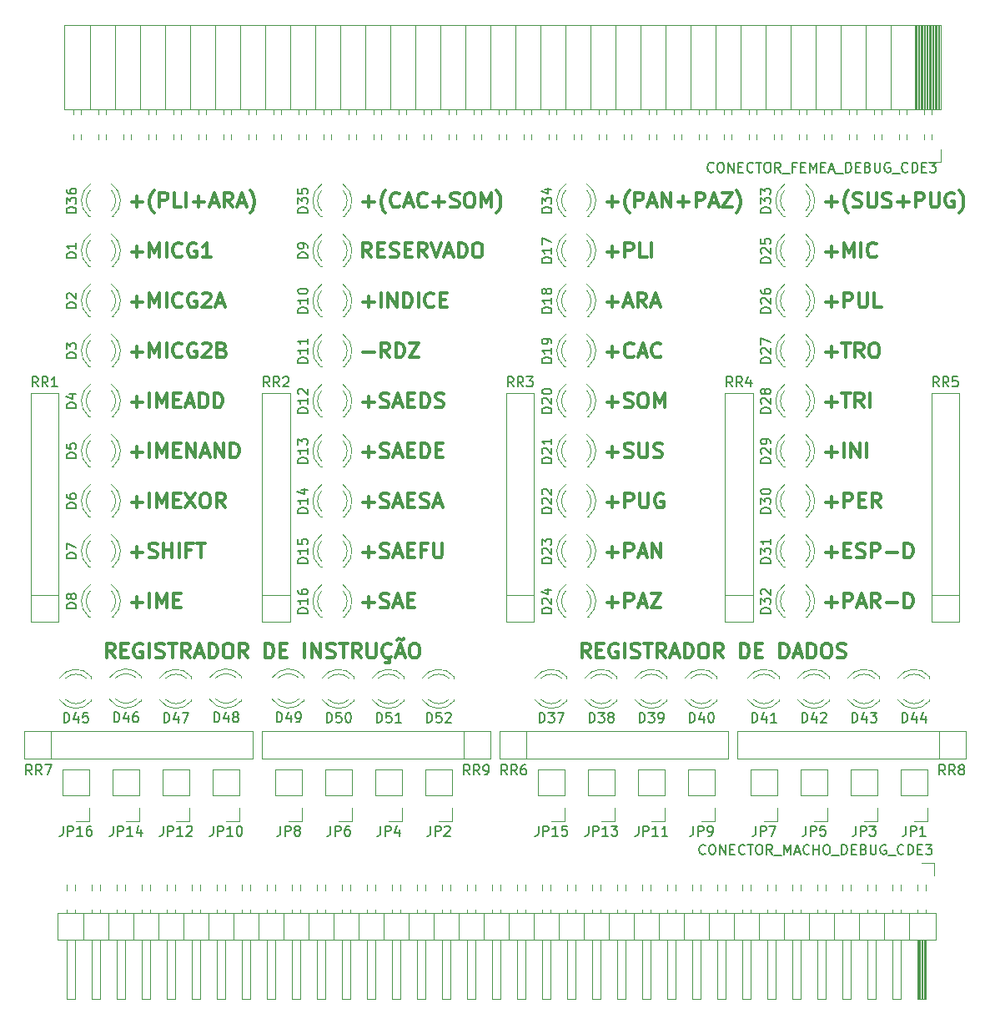
<source format=gbr>
G04 #@! TF.FileFunction,Legend,Top*
%FSLAX46Y46*%
G04 Gerber Fmt 4.6, Leading zero omitted, Abs format (unit mm)*
G04 Created by KiCad (PCBNEW (2016-09-07 BZR 7135, Git c8cf783)-product) date Wed Feb  8 14:06:02 2017*
%MOMM*%
%LPD*%
G01*
G04 APERTURE LIST*
%ADD10C,0.100000*%
%ADD11C,0.300000*%
%ADD12C,0.120000*%
%ADD13C,0.150000*%
G04 APERTURE END LIST*
D10*
D11*
X122012147Y-132423927D02*
X121512147Y-131709641D01*
X121155004Y-132423927D02*
X121155004Y-130923927D01*
X121726433Y-130923927D01*
X121869290Y-130995356D01*
X121940719Y-131066784D01*
X122012147Y-131209641D01*
X122012147Y-131423927D01*
X121940719Y-131566784D01*
X121869290Y-131638213D01*
X121726433Y-131709641D01*
X121155004Y-131709641D01*
X122655004Y-131638213D02*
X123155004Y-131638213D01*
X123369290Y-132423927D02*
X122655004Y-132423927D01*
X122655004Y-130923927D01*
X123369290Y-130923927D01*
X124797862Y-130995356D02*
X124655004Y-130923927D01*
X124440719Y-130923927D01*
X124226433Y-130995356D01*
X124083576Y-131138213D01*
X124012147Y-131281070D01*
X123940719Y-131566784D01*
X123940719Y-131781070D01*
X124012147Y-132066784D01*
X124083576Y-132209641D01*
X124226433Y-132352498D01*
X124440719Y-132423927D01*
X124583576Y-132423927D01*
X124797862Y-132352498D01*
X124869290Y-132281070D01*
X124869290Y-131781070D01*
X124583576Y-131781070D01*
X125512147Y-132423927D02*
X125512147Y-130923927D01*
X126155004Y-132352498D02*
X126369290Y-132423927D01*
X126726433Y-132423927D01*
X126869290Y-132352498D01*
X126940719Y-132281070D01*
X127012147Y-132138213D01*
X127012147Y-131995356D01*
X126940719Y-131852498D01*
X126869290Y-131781070D01*
X126726433Y-131709641D01*
X126440719Y-131638213D01*
X126297862Y-131566784D01*
X126226433Y-131495356D01*
X126155004Y-131352498D01*
X126155004Y-131209641D01*
X126226433Y-131066784D01*
X126297862Y-130995356D01*
X126440719Y-130923927D01*
X126797862Y-130923927D01*
X127012147Y-130995356D01*
X127440719Y-130923927D02*
X128297862Y-130923927D01*
X127869290Y-132423927D02*
X127869290Y-130923927D01*
X129655004Y-132423927D02*
X129155004Y-131709641D01*
X128797862Y-132423927D02*
X128797862Y-130923927D01*
X129369290Y-130923927D01*
X129512147Y-130995356D01*
X129583576Y-131066784D01*
X129655004Y-131209641D01*
X129655004Y-131423927D01*
X129583576Y-131566784D01*
X129512147Y-131638213D01*
X129369290Y-131709641D01*
X128797862Y-131709641D01*
X130226433Y-131995356D02*
X130940719Y-131995356D01*
X130083576Y-132423927D02*
X130583576Y-130923927D01*
X131083576Y-132423927D01*
X131583576Y-132423927D02*
X131583576Y-130923927D01*
X131940719Y-130923927D01*
X132155004Y-130995356D01*
X132297862Y-131138213D01*
X132369290Y-131281070D01*
X132440719Y-131566784D01*
X132440719Y-131781070D01*
X132369290Y-132066784D01*
X132297862Y-132209641D01*
X132155004Y-132352498D01*
X131940719Y-132423927D01*
X131583576Y-132423927D01*
X133369290Y-130923927D02*
X133655004Y-130923927D01*
X133797862Y-130995356D01*
X133940719Y-131138213D01*
X134012147Y-131423927D01*
X134012147Y-131923927D01*
X133940719Y-132209641D01*
X133797862Y-132352498D01*
X133655004Y-132423927D01*
X133369290Y-132423927D01*
X133226433Y-132352498D01*
X133083576Y-132209641D01*
X133012147Y-131923927D01*
X133012147Y-131423927D01*
X133083576Y-131138213D01*
X133226433Y-130995356D01*
X133369290Y-130923927D01*
X135512147Y-132423927D02*
X135012147Y-131709641D01*
X134655004Y-132423927D02*
X134655004Y-130923927D01*
X135226433Y-130923927D01*
X135369290Y-130995356D01*
X135440719Y-131066784D01*
X135512147Y-131209641D01*
X135512147Y-131423927D01*
X135440719Y-131566784D01*
X135369290Y-131638213D01*
X135226433Y-131709641D01*
X134655004Y-131709641D01*
X137297862Y-132423927D02*
X137297862Y-130923927D01*
X137655004Y-130923927D01*
X137869290Y-130995356D01*
X138012147Y-131138213D01*
X138083576Y-131281070D01*
X138155004Y-131566784D01*
X138155004Y-131781070D01*
X138083576Y-132066784D01*
X138012147Y-132209641D01*
X137869290Y-132352498D01*
X137655004Y-132423927D01*
X137297862Y-132423927D01*
X138797862Y-131638213D02*
X139297862Y-131638213D01*
X139512147Y-132423927D02*
X138797862Y-132423927D01*
X138797862Y-130923927D01*
X139512147Y-130923927D01*
X141297862Y-132423927D02*
X141297862Y-130923927D01*
X141655004Y-130923927D01*
X141869290Y-130995356D01*
X142012147Y-131138213D01*
X142083576Y-131281070D01*
X142155004Y-131566784D01*
X142155004Y-131781070D01*
X142083576Y-132066784D01*
X142012147Y-132209641D01*
X141869290Y-132352498D01*
X141655004Y-132423927D01*
X141297862Y-132423927D01*
X142726433Y-131995356D02*
X143440719Y-131995356D01*
X142583576Y-132423927D02*
X143083576Y-130923927D01*
X143583576Y-132423927D01*
X144083576Y-132423927D02*
X144083576Y-130923927D01*
X144440719Y-130923927D01*
X144655004Y-130995356D01*
X144797862Y-131138213D01*
X144869290Y-131281070D01*
X144940719Y-131566784D01*
X144940719Y-131781070D01*
X144869290Y-132066784D01*
X144797862Y-132209641D01*
X144655004Y-132352498D01*
X144440719Y-132423927D01*
X144083576Y-132423927D01*
X145869290Y-130923927D02*
X146155004Y-130923927D01*
X146297862Y-130995356D01*
X146440719Y-131138213D01*
X146512147Y-131423927D01*
X146512147Y-131923927D01*
X146440719Y-132209641D01*
X146297862Y-132352498D01*
X146155004Y-132423927D01*
X145869290Y-132423927D01*
X145726433Y-132352498D01*
X145583576Y-132209641D01*
X145512147Y-131923927D01*
X145512147Y-131423927D01*
X145583576Y-131138213D01*
X145726433Y-130995356D01*
X145869290Y-130923927D01*
X147083576Y-132352498D02*
X147297862Y-132423927D01*
X147655004Y-132423927D01*
X147797862Y-132352498D01*
X147869290Y-132281070D01*
X147940719Y-132138213D01*
X147940719Y-131995356D01*
X147869290Y-131852498D01*
X147797862Y-131781070D01*
X147655004Y-131709641D01*
X147369290Y-131638213D01*
X147226433Y-131566784D01*
X147155004Y-131495356D01*
X147083576Y-131352498D01*
X147083576Y-131209641D01*
X147155004Y-131066784D01*
X147226433Y-130995356D01*
X147369290Y-130923927D01*
X147726433Y-130923927D01*
X147940719Y-130995356D01*
X73752147Y-132423927D02*
X73252147Y-131709641D01*
X72895004Y-132423927D02*
X72895004Y-130923927D01*
X73466433Y-130923927D01*
X73609290Y-130995356D01*
X73680719Y-131066784D01*
X73752147Y-131209641D01*
X73752147Y-131423927D01*
X73680719Y-131566784D01*
X73609290Y-131638213D01*
X73466433Y-131709641D01*
X72895004Y-131709641D01*
X74395004Y-131638213D02*
X74895004Y-131638213D01*
X75109290Y-132423927D02*
X74395004Y-132423927D01*
X74395004Y-130923927D01*
X75109290Y-130923927D01*
X76537862Y-130995356D02*
X76395004Y-130923927D01*
X76180719Y-130923927D01*
X75966433Y-130995356D01*
X75823576Y-131138213D01*
X75752147Y-131281070D01*
X75680719Y-131566784D01*
X75680719Y-131781070D01*
X75752147Y-132066784D01*
X75823576Y-132209641D01*
X75966433Y-132352498D01*
X76180719Y-132423927D01*
X76323576Y-132423927D01*
X76537862Y-132352498D01*
X76609290Y-132281070D01*
X76609290Y-131781070D01*
X76323576Y-131781070D01*
X77252147Y-132423927D02*
X77252147Y-130923927D01*
X77895004Y-132352498D02*
X78109290Y-132423927D01*
X78466433Y-132423927D01*
X78609290Y-132352498D01*
X78680719Y-132281070D01*
X78752147Y-132138213D01*
X78752147Y-131995356D01*
X78680719Y-131852498D01*
X78609290Y-131781070D01*
X78466433Y-131709641D01*
X78180719Y-131638213D01*
X78037862Y-131566784D01*
X77966433Y-131495356D01*
X77895004Y-131352498D01*
X77895004Y-131209641D01*
X77966433Y-131066784D01*
X78037862Y-130995356D01*
X78180719Y-130923927D01*
X78537862Y-130923927D01*
X78752147Y-130995356D01*
X79180719Y-130923927D02*
X80037862Y-130923927D01*
X79609290Y-132423927D02*
X79609290Y-130923927D01*
X81395004Y-132423927D02*
X80895004Y-131709641D01*
X80537862Y-132423927D02*
X80537862Y-130923927D01*
X81109290Y-130923927D01*
X81252147Y-130995356D01*
X81323576Y-131066784D01*
X81395004Y-131209641D01*
X81395004Y-131423927D01*
X81323576Y-131566784D01*
X81252147Y-131638213D01*
X81109290Y-131709641D01*
X80537862Y-131709641D01*
X81966433Y-131995356D02*
X82680719Y-131995356D01*
X81823576Y-132423927D02*
X82323576Y-130923927D01*
X82823576Y-132423927D01*
X83323576Y-132423927D02*
X83323576Y-130923927D01*
X83680719Y-130923927D01*
X83895004Y-130995356D01*
X84037862Y-131138213D01*
X84109290Y-131281070D01*
X84180719Y-131566784D01*
X84180719Y-131781070D01*
X84109290Y-132066784D01*
X84037862Y-132209641D01*
X83895004Y-132352498D01*
X83680719Y-132423927D01*
X83323576Y-132423927D01*
X85109290Y-130923927D02*
X85395004Y-130923927D01*
X85537862Y-130995356D01*
X85680719Y-131138213D01*
X85752147Y-131423927D01*
X85752147Y-131923927D01*
X85680719Y-132209641D01*
X85537862Y-132352498D01*
X85395004Y-132423927D01*
X85109290Y-132423927D01*
X84966433Y-132352498D01*
X84823576Y-132209641D01*
X84752147Y-131923927D01*
X84752147Y-131423927D01*
X84823576Y-131138213D01*
X84966433Y-130995356D01*
X85109290Y-130923927D01*
X87252147Y-132423927D02*
X86752147Y-131709641D01*
X86395004Y-132423927D02*
X86395004Y-130923927D01*
X86966433Y-130923927D01*
X87109290Y-130995356D01*
X87180719Y-131066784D01*
X87252147Y-131209641D01*
X87252147Y-131423927D01*
X87180719Y-131566784D01*
X87109290Y-131638213D01*
X86966433Y-131709641D01*
X86395004Y-131709641D01*
X89037862Y-132423927D02*
X89037862Y-130923927D01*
X89395004Y-130923927D01*
X89609290Y-130995356D01*
X89752147Y-131138213D01*
X89823576Y-131281070D01*
X89895004Y-131566784D01*
X89895004Y-131781070D01*
X89823576Y-132066784D01*
X89752147Y-132209641D01*
X89609290Y-132352498D01*
X89395004Y-132423927D01*
X89037862Y-132423927D01*
X90537862Y-131638213D02*
X91037862Y-131638213D01*
X91252147Y-132423927D02*
X90537862Y-132423927D01*
X90537862Y-130923927D01*
X91252147Y-130923927D01*
X93037862Y-132423927D02*
X93037862Y-130923927D01*
X93752147Y-132423927D02*
X93752147Y-130923927D01*
X94609290Y-132423927D01*
X94609290Y-130923927D01*
X95252147Y-132352498D02*
X95466433Y-132423927D01*
X95823576Y-132423927D01*
X95966433Y-132352498D01*
X96037862Y-132281070D01*
X96109290Y-132138213D01*
X96109290Y-131995356D01*
X96037862Y-131852498D01*
X95966433Y-131781070D01*
X95823576Y-131709641D01*
X95537862Y-131638213D01*
X95395004Y-131566784D01*
X95323576Y-131495356D01*
X95252147Y-131352498D01*
X95252147Y-131209641D01*
X95323576Y-131066784D01*
X95395004Y-130995356D01*
X95537862Y-130923927D01*
X95895004Y-130923927D01*
X96109290Y-130995356D01*
X96537862Y-130923927D02*
X97395004Y-130923927D01*
X96966433Y-132423927D02*
X96966433Y-130923927D01*
X98752147Y-132423927D02*
X98252147Y-131709641D01*
X97895004Y-132423927D02*
X97895004Y-130923927D01*
X98466433Y-130923927D01*
X98609290Y-130995356D01*
X98680719Y-131066784D01*
X98752147Y-131209641D01*
X98752147Y-131423927D01*
X98680719Y-131566784D01*
X98609290Y-131638213D01*
X98466433Y-131709641D01*
X97895004Y-131709641D01*
X99395004Y-130923927D02*
X99395004Y-132138213D01*
X99466433Y-132281070D01*
X99537862Y-132352498D01*
X99680719Y-132423927D01*
X99966433Y-132423927D01*
X100109290Y-132352498D01*
X100180719Y-132281070D01*
X100252147Y-132138213D01*
X100252147Y-130923927D01*
X101823576Y-132281070D02*
X101752147Y-132352498D01*
X101537862Y-132423927D01*
X101395004Y-132423927D01*
X101180719Y-132352498D01*
X101037862Y-132209641D01*
X100966433Y-132066784D01*
X100895004Y-131781070D01*
X100895004Y-131566784D01*
X100966433Y-131281070D01*
X101037862Y-131138213D01*
X101180719Y-130995356D01*
X101395004Y-130923927D01*
X101537862Y-130923927D01*
X101752147Y-130995356D01*
X101823576Y-131066784D01*
X101466433Y-132495356D02*
X101609290Y-132566784D01*
X101680719Y-132709641D01*
X101609290Y-132852498D01*
X101466433Y-132923927D01*
X101252147Y-132923927D01*
X102395004Y-131995356D02*
X103109290Y-131995356D01*
X102252147Y-132423927D02*
X102752147Y-130923927D01*
X103252147Y-132423927D01*
X102395004Y-130566784D02*
X102466433Y-130495356D01*
X102609290Y-130423927D01*
X102895004Y-130566784D01*
X103037862Y-130495356D01*
X103109290Y-130423927D01*
X104037862Y-130923927D02*
X104323576Y-130923927D01*
X104466433Y-130995356D01*
X104609290Y-131138213D01*
X104680719Y-131423927D01*
X104680719Y-131923927D01*
X104609290Y-132209641D01*
X104466433Y-132352498D01*
X104323576Y-132423927D01*
X104037862Y-132423927D01*
X103895004Y-132352498D01*
X103752147Y-132209641D01*
X103680719Y-131923927D01*
X103680719Y-131423927D01*
X103752147Y-131138213D01*
X103895004Y-130995356D01*
X104037862Y-130923927D01*
X75435004Y-86132498D02*
X76577862Y-86132498D01*
X76006433Y-86703927D02*
X76006433Y-85561070D01*
X77720719Y-87275356D02*
X77649290Y-87203927D01*
X77506433Y-86989641D01*
X77435004Y-86846784D01*
X77363576Y-86632498D01*
X77292147Y-86275356D01*
X77292147Y-85989641D01*
X77363576Y-85632498D01*
X77435004Y-85418213D01*
X77506433Y-85275356D01*
X77649290Y-85061070D01*
X77720719Y-84989641D01*
X78292147Y-86703927D02*
X78292147Y-85203927D01*
X78863576Y-85203927D01*
X79006433Y-85275356D01*
X79077862Y-85346784D01*
X79149290Y-85489641D01*
X79149290Y-85703927D01*
X79077862Y-85846784D01*
X79006433Y-85918213D01*
X78863576Y-85989641D01*
X78292147Y-85989641D01*
X80506433Y-86703927D02*
X79792147Y-86703927D01*
X79792147Y-85203927D01*
X81006433Y-86703927D02*
X81006433Y-85203927D01*
X81720719Y-86132498D02*
X82863576Y-86132498D01*
X82292147Y-86703927D02*
X82292147Y-85561070D01*
X83506433Y-86275356D02*
X84220719Y-86275356D01*
X83363576Y-86703927D02*
X83863576Y-85203927D01*
X84363576Y-86703927D01*
X85720719Y-86703927D02*
X85220719Y-85989641D01*
X84863576Y-86703927D02*
X84863576Y-85203927D01*
X85435004Y-85203927D01*
X85577862Y-85275356D01*
X85649290Y-85346784D01*
X85720719Y-85489641D01*
X85720719Y-85703927D01*
X85649290Y-85846784D01*
X85577862Y-85918213D01*
X85435004Y-85989641D01*
X84863576Y-85989641D01*
X86292147Y-86275356D02*
X87006433Y-86275356D01*
X86149290Y-86703927D02*
X86649290Y-85203927D01*
X87149290Y-86703927D01*
X87506433Y-87275356D02*
X87577862Y-87203927D01*
X87720719Y-86989641D01*
X87792147Y-86846784D01*
X87863576Y-86632498D01*
X87935004Y-86275356D01*
X87935004Y-85989641D01*
X87863576Y-85632498D01*
X87792147Y-85418213D01*
X87720719Y-85275356D01*
X87577862Y-85061070D01*
X87506433Y-84989641D01*
X98930004Y-86132498D02*
X100072862Y-86132498D01*
X99501433Y-86703927D02*
X99501433Y-85561070D01*
X101215719Y-87275356D02*
X101144290Y-87203927D01*
X101001433Y-86989641D01*
X100930004Y-86846784D01*
X100858576Y-86632498D01*
X100787147Y-86275356D01*
X100787147Y-85989641D01*
X100858576Y-85632498D01*
X100930004Y-85418213D01*
X101001433Y-85275356D01*
X101144290Y-85061070D01*
X101215719Y-84989641D01*
X102644290Y-86561070D02*
X102572862Y-86632498D01*
X102358576Y-86703927D01*
X102215719Y-86703927D01*
X102001433Y-86632498D01*
X101858576Y-86489641D01*
X101787147Y-86346784D01*
X101715719Y-86061070D01*
X101715719Y-85846784D01*
X101787147Y-85561070D01*
X101858576Y-85418213D01*
X102001433Y-85275356D01*
X102215719Y-85203927D01*
X102358576Y-85203927D01*
X102572862Y-85275356D01*
X102644290Y-85346784D01*
X103215719Y-86275356D02*
X103930004Y-86275356D01*
X103072862Y-86703927D02*
X103572862Y-85203927D01*
X104072862Y-86703927D01*
X105430004Y-86561070D02*
X105358576Y-86632498D01*
X105144290Y-86703927D01*
X105001433Y-86703927D01*
X104787147Y-86632498D01*
X104644290Y-86489641D01*
X104572862Y-86346784D01*
X104501433Y-86061070D01*
X104501433Y-85846784D01*
X104572862Y-85561070D01*
X104644290Y-85418213D01*
X104787147Y-85275356D01*
X105001433Y-85203927D01*
X105144290Y-85203927D01*
X105358576Y-85275356D01*
X105430004Y-85346784D01*
X106072862Y-86132498D02*
X107215719Y-86132498D01*
X106644290Y-86703927D02*
X106644290Y-85561070D01*
X107858576Y-86632498D02*
X108072862Y-86703927D01*
X108430004Y-86703927D01*
X108572862Y-86632498D01*
X108644290Y-86561070D01*
X108715719Y-86418213D01*
X108715719Y-86275356D01*
X108644290Y-86132498D01*
X108572862Y-86061070D01*
X108430004Y-85989641D01*
X108144290Y-85918213D01*
X108001433Y-85846784D01*
X107930004Y-85775356D01*
X107858576Y-85632498D01*
X107858576Y-85489641D01*
X107930004Y-85346784D01*
X108001433Y-85275356D01*
X108144290Y-85203927D01*
X108501433Y-85203927D01*
X108715719Y-85275356D01*
X109644290Y-85203927D02*
X109930004Y-85203927D01*
X110072862Y-85275356D01*
X110215719Y-85418213D01*
X110287147Y-85703927D01*
X110287147Y-86203927D01*
X110215719Y-86489641D01*
X110072862Y-86632498D01*
X109930004Y-86703927D01*
X109644290Y-86703927D01*
X109501433Y-86632498D01*
X109358576Y-86489641D01*
X109287147Y-86203927D01*
X109287147Y-85703927D01*
X109358576Y-85418213D01*
X109501433Y-85275356D01*
X109644290Y-85203927D01*
X110930004Y-86703927D02*
X110930004Y-85203927D01*
X111430004Y-86275356D01*
X111930004Y-85203927D01*
X111930004Y-86703927D01*
X112501433Y-87275356D02*
X112572862Y-87203927D01*
X112715719Y-86989641D01*
X112787147Y-86846784D01*
X112858576Y-86632498D01*
X112930004Y-86275356D01*
X112930004Y-85989641D01*
X112858576Y-85632498D01*
X112787147Y-85418213D01*
X112715719Y-85275356D01*
X112572862Y-85061070D01*
X112501433Y-84989641D01*
X123695004Y-86132498D02*
X124837862Y-86132498D01*
X124266433Y-86703927D02*
X124266433Y-85561070D01*
X125980719Y-87275356D02*
X125909290Y-87203927D01*
X125766433Y-86989641D01*
X125695004Y-86846784D01*
X125623576Y-86632498D01*
X125552147Y-86275356D01*
X125552147Y-85989641D01*
X125623576Y-85632498D01*
X125695004Y-85418213D01*
X125766433Y-85275356D01*
X125909290Y-85061070D01*
X125980719Y-84989641D01*
X126552147Y-86703927D02*
X126552147Y-85203927D01*
X127123576Y-85203927D01*
X127266433Y-85275356D01*
X127337862Y-85346784D01*
X127409290Y-85489641D01*
X127409290Y-85703927D01*
X127337862Y-85846784D01*
X127266433Y-85918213D01*
X127123576Y-85989641D01*
X126552147Y-85989641D01*
X127980719Y-86275356D02*
X128695004Y-86275356D01*
X127837862Y-86703927D02*
X128337862Y-85203927D01*
X128837862Y-86703927D01*
X129337862Y-86703927D02*
X129337862Y-85203927D01*
X130195004Y-86703927D01*
X130195004Y-85203927D01*
X130909290Y-86132498D02*
X132052147Y-86132498D01*
X131480719Y-86703927D02*
X131480719Y-85561070D01*
X132766433Y-86703927D02*
X132766433Y-85203927D01*
X133337862Y-85203927D01*
X133480719Y-85275356D01*
X133552147Y-85346784D01*
X133623576Y-85489641D01*
X133623576Y-85703927D01*
X133552147Y-85846784D01*
X133480719Y-85918213D01*
X133337862Y-85989641D01*
X132766433Y-85989641D01*
X134195004Y-86275356D02*
X134909290Y-86275356D01*
X134052147Y-86703927D02*
X134552147Y-85203927D01*
X135052147Y-86703927D01*
X135409290Y-85203927D02*
X136409290Y-85203927D01*
X135409290Y-86703927D01*
X136409290Y-86703927D01*
X136837862Y-87275356D02*
X136909290Y-87203927D01*
X137052147Y-86989641D01*
X137123576Y-86846784D01*
X137195004Y-86632498D01*
X137266433Y-86275356D01*
X137266433Y-85989641D01*
X137195004Y-85632498D01*
X137123576Y-85418213D01*
X137052147Y-85275356D01*
X136909290Y-85061070D01*
X136837862Y-84989641D01*
X145920004Y-86132498D02*
X147062862Y-86132498D01*
X146491433Y-86703927D02*
X146491433Y-85561070D01*
X148205719Y-87275356D02*
X148134290Y-87203927D01*
X147991433Y-86989641D01*
X147920004Y-86846784D01*
X147848576Y-86632498D01*
X147777147Y-86275356D01*
X147777147Y-85989641D01*
X147848576Y-85632498D01*
X147920004Y-85418213D01*
X147991433Y-85275356D01*
X148134290Y-85061070D01*
X148205719Y-84989641D01*
X148705719Y-86632498D02*
X148920004Y-86703927D01*
X149277147Y-86703927D01*
X149420004Y-86632498D01*
X149491433Y-86561070D01*
X149562862Y-86418213D01*
X149562862Y-86275356D01*
X149491433Y-86132498D01*
X149420004Y-86061070D01*
X149277147Y-85989641D01*
X148991433Y-85918213D01*
X148848576Y-85846784D01*
X148777147Y-85775356D01*
X148705719Y-85632498D01*
X148705719Y-85489641D01*
X148777147Y-85346784D01*
X148848576Y-85275356D01*
X148991433Y-85203927D01*
X149348576Y-85203927D01*
X149562862Y-85275356D01*
X150205719Y-85203927D02*
X150205719Y-86418213D01*
X150277147Y-86561070D01*
X150348576Y-86632498D01*
X150491433Y-86703927D01*
X150777147Y-86703927D01*
X150920004Y-86632498D01*
X150991433Y-86561070D01*
X151062862Y-86418213D01*
X151062862Y-85203927D01*
X151705719Y-86632498D02*
X151920004Y-86703927D01*
X152277147Y-86703927D01*
X152420004Y-86632498D01*
X152491433Y-86561070D01*
X152562862Y-86418213D01*
X152562862Y-86275356D01*
X152491433Y-86132498D01*
X152420004Y-86061070D01*
X152277147Y-85989641D01*
X151991433Y-85918213D01*
X151848576Y-85846784D01*
X151777147Y-85775356D01*
X151705719Y-85632498D01*
X151705719Y-85489641D01*
X151777147Y-85346784D01*
X151848576Y-85275356D01*
X151991433Y-85203927D01*
X152348576Y-85203927D01*
X152562862Y-85275356D01*
X153205719Y-86132498D02*
X154348576Y-86132498D01*
X153777147Y-86703927D02*
X153777147Y-85561070D01*
X155062862Y-86703927D02*
X155062862Y-85203927D01*
X155634290Y-85203927D01*
X155777147Y-85275356D01*
X155848576Y-85346784D01*
X155920004Y-85489641D01*
X155920004Y-85703927D01*
X155848576Y-85846784D01*
X155777147Y-85918213D01*
X155634290Y-85989641D01*
X155062862Y-85989641D01*
X156562862Y-85203927D02*
X156562862Y-86418213D01*
X156634290Y-86561070D01*
X156705719Y-86632498D01*
X156848576Y-86703927D01*
X157134290Y-86703927D01*
X157277147Y-86632498D01*
X157348576Y-86561070D01*
X157420004Y-86418213D01*
X157420004Y-85203927D01*
X158920004Y-85275356D02*
X158777147Y-85203927D01*
X158562862Y-85203927D01*
X158348576Y-85275356D01*
X158205719Y-85418213D01*
X158134290Y-85561070D01*
X158062862Y-85846784D01*
X158062862Y-86061070D01*
X158134290Y-86346784D01*
X158205719Y-86489641D01*
X158348576Y-86632498D01*
X158562862Y-86703927D01*
X158705719Y-86703927D01*
X158920004Y-86632498D01*
X158991433Y-86561070D01*
X158991433Y-86061070D01*
X158705719Y-86061070D01*
X159491433Y-87275356D02*
X159562862Y-87203927D01*
X159705719Y-86989641D01*
X159777147Y-86846784D01*
X159848576Y-86632498D01*
X159920004Y-86275356D01*
X159920004Y-85989641D01*
X159848576Y-85632498D01*
X159777147Y-85418213D01*
X159705719Y-85275356D01*
X159562862Y-85061070D01*
X159491433Y-84989641D01*
X123695004Y-96292498D02*
X124837862Y-96292498D01*
X124266433Y-96863927D02*
X124266433Y-95721070D01*
X125480719Y-96435356D02*
X126195004Y-96435356D01*
X125337862Y-96863927D02*
X125837862Y-95363927D01*
X126337862Y-96863927D01*
X127695004Y-96863927D02*
X127195004Y-96149641D01*
X126837862Y-96863927D02*
X126837862Y-95363927D01*
X127409290Y-95363927D01*
X127552147Y-95435356D01*
X127623576Y-95506784D01*
X127695004Y-95649641D01*
X127695004Y-95863927D01*
X127623576Y-96006784D01*
X127552147Y-96078213D01*
X127409290Y-96149641D01*
X126837862Y-96149641D01*
X128266433Y-96435356D02*
X128980719Y-96435356D01*
X128123576Y-96863927D02*
X128623576Y-95363927D01*
X129123576Y-96863927D01*
X123695004Y-91212498D02*
X124837862Y-91212498D01*
X124266433Y-91783927D02*
X124266433Y-90641070D01*
X125552147Y-91783927D02*
X125552147Y-90283927D01*
X126123576Y-90283927D01*
X126266433Y-90355356D01*
X126337862Y-90426784D01*
X126409290Y-90569641D01*
X126409290Y-90783927D01*
X126337862Y-90926784D01*
X126266433Y-90998213D01*
X126123576Y-91069641D01*
X125552147Y-91069641D01*
X127766433Y-91783927D02*
X127052147Y-91783927D01*
X127052147Y-90283927D01*
X128266433Y-91783927D02*
X128266433Y-90283927D01*
X123695004Y-101372498D02*
X124837862Y-101372498D01*
X124266433Y-101943927D02*
X124266433Y-100801070D01*
X126409290Y-101801070D02*
X126337862Y-101872498D01*
X126123576Y-101943927D01*
X125980719Y-101943927D01*
X125766433Y-101872498D01*
X125623576Y-101729641D01*
X125552147Y-101586784D01*
X125480719Y-101301070D01*
X125480719Y-101086784D01*
X125552147Y-100801070D01*
X125623576Y-100658213D01*
X125766433Y-100515356D01*
X125980719Y-100443927D01*
X126123576Y-100443927D01*
X126337862Y-100515356D01*
X126409290Y-100586784D01*
X126980719Y-101515356D02*
X127695004Y-101515356D01*
X126837862Y-101943927D02*
X127337862Y-100443927D01*
X127837862Y-101943927D01*
X129195004Y-101801070D02*
X129123576Y-101872498D01*
X128909290Y-101943927D01*
X128766433Y-101943927D01*
X128552147Y-101872498D01*
X128409290Y-101729641D01*
X128337862Y-101586784D01*
X128266433Y-101301070D01*
X128266433Y-101086784D01*
X128337862Y-100801070D01*
X128409290Y-100658213D01*
X128552147Y-100515356D01*
X128766433Y-100443927D01*
X128909290Y-100443927D01*
X129123576Y-100515356D01*
X129195004Y-100586784D01*
X123695004Y-106452498D02*
X124837862Y-106452498D01*
X124266433Y-107023927D02*
X124266433Y-105881070D01*
X125480719Y-106952498D02*
X125695004Y-107023927D01*
X126052147Y-107023927D01*
X126195004Y-106952498D01*
X126266433Y-106881070D01*
X126337862Y-106738213D01*
X126337862Y-106595356D01*
X126266433Y-106452498D01*
X126195004Y-106381070D01*
X126052147Y-106309641D01*
X125766433Y-106238213D01*
X125623576Y-106166784D01*
X125552147Y-106095356D01*
X125480719Y-105952498D01*
X125480719Y-105809641D01*
X125552147Y-105666784D01*
X125623576Y-105595356D01*
X125766433Y-105523927D01*
X126123576Y-105523927D01*
X126337862Y-105595356D01*
X127266433Y-105523927D02*
X127552147Y-105523927D01*
X127695004Y-105595356D01*
X127837862Y-105738213D01*
X127909290Y-106023927D01*
X127909290Y-106523927D01*
X127837862Y-106809641D01*
X127695004Y-106952498D01*
X127552147Y-107023927D01*
X127266433Y-107023927D01*
X127123576Y-106952498D01*
X126980719Y-106809641D01*
X126909290Y-106523927D01*
X126909290Y-106023927D01*
X126980719Y-105738213D01*
X127123576Y-105595356D01*
X127266433Y-105523927D01*
X128552147Y-107023927D02*
X128552147Y-105523927D01*
X129052147Y-106595356D01*
X129552147Y-105523927D01*
X129552147Y-107023927D01*
X123695004Y-111532498D02*
X124837862Y-111532498D01*
X124266433Y-112103927D02*
X124266433Y-110961070D01*
X125480719Y-112032498D02*
X125695004Y-112103927D01*
X126052147Y-112103927D01*
X126195004Y-112032498D01*
X126266433Y-111961070D01*
X126337862Y-111818213D01*
X126337862Y-111675356D01*
X126266433Y-111532498D01*
X126195004Y-111461070D01*
X126052147Y-111389641D01*
X125766433Y-111318213D01*
X125623576Y-111246784D01*
X125552147Y-111175356D01*
X125480719Y-111032498D01*
X125480719Y-110889641D01*
X125552147Y-110746784D01*
X125623576Y-110675356D01*
X125766433Y-110603927D01*
X126123576Y-110603927D01*
X126337862Y-110675356D01*
X126980719Y-110603927D02*
X126980719Y-111818213D01*
X127052147Y-111961070D01*
X127123576Y-112032498D01*
X127266433Y-112103927D01*
X127552147Y-112103927D01*
X127695004Y-112032498D01*
X127766433Y-111961070D01*
X127837862Y-111818213D01*
X127837862Y-110603927D01*
X128480719Y-112032498D02*
X128695004Y-112103927D01*
X129052147Y-112103927D01*
X129195004Y-112032498D01*
X129266433Y-111961070D01*
X129337862Y-111818213D01*
X129337862Y-111675356D01*
X129266433Y-111532498D01*
X129195004Y-111461070D01*
X129052147Y-111389641D01*
X128766433Y-111318213D01*
X128623576Y-111246784D01*
X128552147Y-111175356D01*
X128480719Y-111032498D01*
X128480719Y-110889641D01*
X128552147Y-110746784D01*
X128623576Y-110675356D01*
X128766433Y-110603927D01*
X129123576Y-110603927D01*
X129337862Y-110675356D01*
X123695004Y-116612498D02*
X124837862Y-116612498D01*
X124266433Y-117183927D02*
X124266433Y-116041070D01*
X125552147Y-117183927D02*
X125552147Y-115683927D01*
X126123576Y-115683927D01*
X126266433Y-115755356D01*
X126337862Y-115826784D01*
X126409290Y-115969641D01*
X126409290Y-116183927D01*
X126337862Y-116326784D01*
X126266433Y-116398213D01*
X126123576Y-116469641D01*
X125552147Y-116469641D01*
X127052147Y-115683927D02*
X127052147Y-116898213D01*
X127123576Y-117041070D01*
X127195004Y-117112498D01*
X127337862Y-117183927D01*
X127623576Y-117183927D01*
X127766433Y-117112498D01*
X127837862Y-117041070D01*
X127909290Y-116898213D01*
X127909290Y-115683927D01*
X129409290Y-115755356D02*
X129266433Y-115683927D01*
X129052147Y-115683927D01*
X128837862Y-115755356D01*
X128695004Y-115898213D01*
X128623576Y-116041070D01*
X128552147Y-116326784D01*
X128552147Y-116541070D01*
X128623576Y-116826784D01*
X128695004Y-116969641D01*
X128837862Y-117112498D01*
X129052147Y-117183927D01*
X129195004Y-117183927D01*
X129409290Y-117112498D01*
X129480719Y-117041070D01*
X129480719Y-116541070D01*
X129195004Y-116541070D01*
X123695004Y-121692498D02*
X124837862Y-121692498D01*
X124266433Y-122263927D02*
X124266433Y-121121070D01*
X125552147Y-122263927D02*
X125552147Y-120763927D01*
X126123576Y-120763927D01*
X126266433Y-120835356D01*
X126337862Y-120906784D01*
X126409290Y-121049641D01*
X126409290Y-121263927D01*
X126337862Y-121406784D01*
X126266433Y-121478213D01*
X126123576Y-121549641D01*
X125552147Y-121549641D01*
X126980719Y-121835356D02*
X127695004Y-121835356D01*
X126837862Y-122263927D02*
X127337862Y-120763927D01*
X127837862Y-122263927D01*
X128337862Y-122263927D02*
X128337862Y-120763927D01*
X129195004Y-122263927D01*
X129195004Y-120763927D01*
X123695004Y-126772498D02*
X124837862Y-126772498D01*
X124266433Y-127343927D02*
X124266433Y-126201070D01*
X125552147Y-127343927D02*
X125552147Y-125843927D01*
X126123576Y-125843927D01*
X126266433Y-125915356D01*
X126337862Y-125986784D01*
X126409290Y-126129641D01*
X126409290Y-126343927D01*
X126337862Y-126486784D01*
X126266433Y-126558213D01*
X126123576Y-126629641D01*
X125552147Y-126629641D01*
X126980719Y-126915356D02*
X127695004Y-126915356D01*
X126837862Y-127343927D02*
X127337862Y-125843927D01*
X127837862Y-127343927D01*
X128195004Y-125843927D02*
X129195004Y-125843927D01*
X128195004Y-127343927D01*
X129195004Y-127343927D01*
X145920004Y-126772498D02*
X147062862Y-126772498D01*
X146491433Y-127343927D02*
X146491433Y-126201070D01*
X147777147Y-127343927D02*
X147777147Y-125843927D01*
X148348576Y-125843927D01*
X148491433Y-125915356D01*
X148562862Y-125986784D01*
X148634290Y-126129641D01*
X148634290Y-126343927D01*
X148562862Y-126486784D01*
X148491433Y-126558213D01*
X148348576Y-126629641D01*
X147777147Y-126629641D01*
X149205719Y-126915356D02*
X149920004Y-126915356D01*
X149062862Y-127343927D02*
X149562862Y-125843927D01*
X150062862Y-127343927D01*
X151420004Y-127343927D02*
X150920004Y-126629641D01*
X150562862Y-127343927D02*
X150562862Y-125843927D01*
X151134290Y-125843927D01*
X151277147Y-125915356D01*
X151348576Y-125986784D01*
X151420004Y-126129641D01*
X151420004Y-126343927D01*
X151348576Y-126486784D01*
X151277147Y-126558213D01*
X151134290Y-126629641D01*
X150562862Y-126629641D01*
X152062862Y-126772498D02*
X153205719Y-126772498D01*
X153920004Y-127343927D02*
X153920004Y-125843927D01*
X154277147Y-125843927D01*
X154491433Y-125915356D01*
X154634290Y-126058213D01*
X154705719Y-126201070D01*
X154777147Y-126486784D01*
X154777147Y-126701070D01*
X154705719Y-126986784D01*
X154634290Y-127129641D01*
X154491433Y-127272498D01*
X154277147Y-127343927D01*
X153920004Y-127343927D01*
X145920004Y-121692498D02*
X147062862Y-121692498D01*
X146491433Y-122263927D02*
X146491433Y-121121070D01*
X147777147Y-121478213D02*
X148277147Y-121478213D01*
X148491433Y-122263927D02*
X147777147Y-122263927D01*
X147777147Y-120763927D01*
X148491433Y-120763927D01*
X149062862Y-122192498D02*
X149277147Y-122263927D01*
X149634290Y-122263927D01*
X149777147Y-122192498D01*
X149848576Y-122121070D01*
X149920004Y-121978213D01*
X149920004Y-121835356D01*
X149848576Y-121692498D01*
X149777147Y-121621070D01*
X149634290Y-121549641D01*
X149348576Y-121478213D01*
X149205719Y-121406784D01*
X149134290Y-121335356D01*
X149062862Y-121192498D01*
X149062862Y-121049641D01*
X149134290Y-120906784D01*
X149205719Y-120835356D01*
X149348576Y-120763927D01*
X149705719Y-120763927D01*
X149920004Y-120835356D01*
X150562862Y-122263927D02*
X150562862Y-120763927D01*
X151134290Y-120763927D01*
X151277147Y-120835356D01*
X151348576Y-120906784D01*
X151420004Y-121049641D01*
X151420004Y-121263927D01*
X151348576Y-121406784D01*
X151277147Y-121478213D01*
X151134290Y-121549641D01*
X150562862Y-121549641D01*
X152062862Y-121692498D02*
X153205719Y-121692498D01*
X153920004Y-122263927D02*
X153920004Y-120763927D01*
X154277147Y-120763927D01*
X154491433Y-120835356D01*
X154634290Y-120978213D01*
X154705719Y-121121070D01*
X154777147Y-121406784D01*
X154777147Y-121621070D01*
X154705719Y-121906784D01*
X154634290Y-122049641D01*
X154491433Y-122192498D01*
X154277147Y-122263927D01*
X153920004Y-122263927D01*
X145920004Y-116612498D02*
X147062862Y-116612498D01*
X146491433Y-117183927D02*
X146491433Y-116041070D01*
X147777147Y-117183927D02*
X147777147Y-115683927D01*
X148348576Y-115683927D01*
X148491433Y-115755356D01*
X148562862Y-115826784D01*
X148634290Y-115969641D01*
X148634290Y-116183927D01*
X148562862Y-116326784D01*
X148491433Y-116398213D01*
X148348576Y-116469641D01*
X147777147Y-116469641D01*
X149277147Y-116398213D02*
X149777147Y-116398213D01*
X149991433Y-117183927D02*
X149277147Y-117183927D01*
X149277147Y-115683927D01*
X149991433Y-115683927D01*
X151491433Y-117183927D02*
X150991433Y-116469641D01*
X150634290Y-117183927D02*
X150634290Y-115683927D01*
X151205719Y-115683927D01*
X151348576Y-115755356D01*
X151420004Y-115826784D01*
X151491433Y-115969641D01*
X151491433Y-116183927D01*
X151420004Y-116326784D01*
X151348576Y-116398213D01*
X151205719Y-116469641D01*
X150634290Y-116469641D01*
X145920004Y-111532498D02*
X147062862Y-111532498D01*
X146491433Y-112103927D02*
X146491433Y-110961070D01*
X147777147Y-112103927D02*
X147777147Y-110603927D01*
X148491433Y-112103927D02*
X148491433Y-110603927D01*
X149348576Y-112103927D01*
X149348576Y-110603927D01*
X150062862Y-112103927D02*
X150062862Y-110603927D01*
X145920004Y-106452498D02*
X147062862Y-106452498D01*
X146491433Y-107023927D02*
X146491433Y-105881070D01*
X147562862Y-105523927D02*
X148420004Y-105523927D01*
X147991433Y-107023927D02*
X147991433Y-105523927D01*
X149777147Y-107023927D02*
X149277147Y-106309641D01*
X148920004Y-107023927D02*
X148920004Y-105523927D01*
X149491433Y-105523927D01*
X149634290Y-105595356D01*
X149705719Y-105666784D01*
X149777147Y-105809641D01*
X149777147Y-106023927D01*
X149705719Y-106166784D01*
X149634290Y-106238213D01*
X149491433Y-106309641D01*
X148920004Y-106309641D01*
X150420004Y-107023927D02*
X150420004Y-105523927D01*
X145920004Y-101372498D02*
X147062862Y-101372498D01*
X146491433Y-101943927D02*
X146491433Y-100801070D01*
X147562862Y-100443927D02*
X148420004Y-100443927D01*
X147991433Y-101943927D02*
X147991433Y-100443927D01*
X149777147Y-101943927D02*
X149277147Y-101229641D01*
X148920004Y-101943927D02*
X148920004Y-100443927D01*
X149491433Y-100443927D01*
X149634290Y-100515356D01*
X149705719Y-100586784D01*
X149777147Y-100729641D01*
X149777147Y-100943927D01*
X149705719Y-101086784D01*
X149634290Y-101158213D01*
X149491433Y-101229641D01*
X148920004Y-101229641D01*
X150705719Y-100443927D02*
X150991433Y-100443927D01*
X151134290Y-100515356D01*
X151277147Y-100658213D01*
X151348576Y-100943927D01*
X151348576Y-101443927D01*
X151277147Y-101729641D01*
X151134290Y-101872498D01*
X150991433Y-101943927D01*
X150705719Y-101943927D01*
X150562862Y-101872498D01*
X150420004Y-101729641D01*
X150348576Y-101443927D01*
X150348576Y-100943927D01*
X150420004Y-100658213D01*
X150562862Y-100515356D01*
X150705719Y-100443927D01*
X145920004Y-96292498D02*
X147062862Y-96292498D01*
X146491433Y-96863927D02*
X146491433Y-95721070D01*
X147777147Y-96863927D02*
X147777147Y-95363927D01*
X148348576Y-95363927D01*
X148491433Y-95435356D01*
X148562862Y-95506784D01*
X148634290Y-95649641D01*
X148634290Y-95863927D01*
X148562862Y-96006784D01*
X148491433Y-96078213D01*
X148348576Y-96149641D01*
X147777147Y-96149641D01*
X149277147Y-95363927D02*
X149277147Y-96578213D01*
X149348576Y-96721070D01*
X149420004Y-96792498D01*
X149562862Y-96863927D01*
X149848576Y-96863927D01*
X149991433Y-96792498D01*
X150062862Y-96721070D01*
X150134290Y-96578213D01*
X150134290Y-95363927D01*
X151562862Y-96863927D02*
X150848576Y-96863927D01*
X150848576Y-95363927D01*
X145920004Y-91212498D02*
X147062862Y-91212498D01*
X146491433Y-91783927D02*
X146491433Y-90641070D01*
X147777147Y-91783927D02*
X147777147Y-90283927D01*
X148277147Y-91355356D01*
X148777147Y-90283927D01*
X148777147Y-91783927D01*
X149491433Y-91783927D02*
X149491433Y-90283927D01*
X151062862Y-91641070D02*
X150991433Y-91712498D01*
X150777147Y-91783927D01*
X150634290Y-91783927D01*
X150420004Y-91712498D01*
X150277147Y-91569641D01*
X150205719Y-91426784D01*
X150134290Y-91141070D01*
X150134290Y-90926784D01*
X150205719Y-90641070D01*
X150277147Y-90498213D01*
X150420004Y-90355356D01*
X150634290Y-90283927D01*
X150777147Y-90283927D01*
X150991433Y-90355356D01*
X151062862Y-90426784D01*
X98930004Y-126772498D02*
X100072862Y-126772498D01*
X99501433Y-127343927D02*
X99501433Y-126201070D01*
X100715719Y-127272498D02*
X100930004Y-127343927D01*
X101287147Y-127343927D01*
X101430004Y-127272498D01*
X101501433Y-127201070D01*
X101572862Y-127058213D01*
X101572862Y-126915356D01*
X101501433Y-126772498D01*
X101430004Y-126701070D01*
X101287147Y-126629641D01*
X101001433Y-126558213D01*
X100858576Y-126486784D01*
X100787147Y-126415356D01*
X100715719Y-126272498D01*
X100715719Y-126129641D01*
X100787147Y-125986784D01*
X100858576Y-125915356D01*
X101001433Y-125843927D01*
X101358576Y-125843927D01*
X101572862Y-125915356D01*
X102144290Y-126915356D02*
X102858576Y-126915356D01*
X102001433Y-127343927D02*
X102501433Y-125843927D01*
X103001433Y-127343927D01*
X103501433Y-126558213D02*
X104001433Y-126558213D01*
X104215719Y-127343927D02*
X103501433Y-127343927D01*
X103501433Y-125843927D01*
X104215719Y-125843927D01*
X98930004Y-121692498D02*
X100072862Y-121692498D01*
X99501433Y-122263927D02*
X99501433Y-121121070D01*
X100715719Y-122192498D02*
X100930004Y-122263927D01*
X101287147Y-122263927D01*
X101430004Y-122192498D01*
X101501433Y-122121070D01*
X101572862Y-121978213D01*
X101572862Y-121835356D01*
X101501433Y-121692498D01*
X101430004Y-121621070D01*
X101287147Y-121549641D01*
X101001433Y-121478213D01*
X100858576Y-121406784D01*
X100787147Y-121335356D01*
X100715719Y-121192498D01*
X100715719Y-121049641D01*
X100787147Y-120906784D01*
X100858576Y-120835356D01*
X101001433Y-120763927D01*
X101358576Y-120763927D01*
X101572862Y-120835356D01*
X102144290Y-121835356D02*
X102858576Y-121835356D01*
X102001433Y-122263927D02*
X102501433Y-120763927D01*
X103001433Y-122263927D01*
X103501433Y-121478213D02*
X104001433Y-121478213D01*
X104215719Y-122263927D02*
X103501433Y-122263927D01*
X103501433Y-120763927D01*
X104215719Y-120763927D01*
X105358576Y-121478213D02*
X104858576Y-121478213D01*
X104858576Y-122263927D02*
X104858576Y-120763927D01*
X105572862Y-120763927D01*
X106144290Y-120763927D02*
X106144290Y-121978213D01*
X106215719Y-122121070D01*
X106287147Y-122192498D01*
X106430004Y-122263927D01*
X106715719Y-122263927D01*
X106858576Y-122192498D01*
X106930004Y-122121070D01*
X107001433Y-121978213D01*
X107001433Y-120763927D01*
X98930004Y-116612498D02*
X100072862Y-116612498D01*
X99501433Y-117183927D02*
X99501433Y-116041070D01*
X100715719Y-117112498D02*
X100930004Y-117183927D01*
X101287147Y-117183927D01*
X101430004Y-117112498D01*
X101501433Y-117041070D01*
X101572862Y-116898213D01*
X101572862Y-116755356D01*
X101501433Y-116612498D01*
X101430004Y-116541070D01*
X101287147Y-116469641D01*
X101001433Y-116398213D01*
X100858576Y-116326784D01*
X100787147Y-116255356D01*
X100715719Y-116112498D01*
X100715719Y-115969641D01*
X100787147Y-115826784D01*
X100858576Y-115755356D01*
X101001433Y-115683927D01*
X101358576Y-115683927D01*
X101572862Y-115755356D01*
X102144290Y-116755356D02*
X102858576Y-116755356D01*
X102001433Y-117183927D02*
X102501433Y-115683927D01*
X103001433Y-117183927D01*
X103501433Y-116398213D02*
X104001433Y-116398213D01*
X104215719Y-117183927D02*
X103501433Y-117183927D01*
X103501433Y-115683927D01*
X104215719Y-115683927D01*
X104787147Y-117112498D02*
X105001433Y-117183927D01*
X105358576Y-117183927D01*
X105501433Y-117112498D01*
X105572862Y-117041070D01*
X105644290Y-116898213D01*
X105644290Y-116755356D01*
X105572862Y-116612498D01*
X105501433Y-116541070D01*
X105358576Y-116469641D01*
X105072862Y-116398213D01*
X104930004Y-116326784D01*
X104858576Y-116255356D01*
X104787147Y-116112498D01*
X104787147Y-115969641D01*
X104858576Y-115826784D01*
X104930004Y-115755356D01*
X105072862Y-115683927D01*
X105430004Y-115683927D01*
X105644290Y-115755356D01*
X106215719Y-116755356D02*
X106930004Y-116755356D01*
X106072862Y-117183927D02*
X106572862Y-115683927D01*
X107072862Y-117183927D01*
X98930004Y-111532498D02*
X100072862Y-111532498D01*
X99501433Y-112103927D02*
X99501433Y-110961070D01*
X100715719Y-112032498D02*
X100930004Y-112103927D01*
X101287147Y-112103927D01*
X101430004Y-112032498D01*
X101501433Y-111961070D01*
X101572862Y-111818213D01*
X101572862Y-111675356D01*
X101501433Y-111532498D01*
X101430004Y-111461070D01*
X101287147Y-111389641D01*
X101001433Y-111318213D01*
X100858576Y-111246784D01*
X100787147Y-111175356D01*
X100715719Y-111032498D01*
X100715719Y-110889641D01*
X100787147Y-110746784D01*
X100858576Y-110675356D01*
X101001433Y-110603927D01*
X101358576Y-110603927D01*
X101572862Y-110675356D01*
X102144290Y-111675356D02*
X102858576Y-111675356D01*
X102001433Y-112103927D02*
X102501433Y-110603927D01*
X103001433Y-112103927D01*
X103501433Y-111318213D02*
X104001433Y-111318213D01*
X104215719Y-112103927D02*
X103501433Y-112103927D01*
X103501433Y-110603927D01*
X104215719Y-110603927D01*
X104858576Y-112103927D02*
X104858576Y-110603927D01*
X105215719Y-110603927D01*
X105430004Y-110675356D01*
X105572862Y-110818213D01*
X105644290Y-110961070D01*
X105715719Y-111246784D01*
X105715719Y-111461070D01*
X105644290Y-111746784D01*
X105572862Y-111889641D01*
X105430004Y-112032498D01*
X105215719Y-112103927D01*
X104858576Y-112103927D01*
X106358576Y-111318213D02*
X106858576Y-111318213D01*
X107072862Y-112103927D02*
X106358576Y-112103927D01*
X106358576Y-110603927D01*
X107072862Y-110603927D01*
X98930004Y-106452498D02*
X100072862Y-106452498D01*
X99501433Y-107023927D02*
X99501433Y-105881070D01*
X100715719Y-106952498D02*
X100930004Y-107023927D01*
X101287147Y-107023927D01*
X101430004Y-106952498D01*
X101501433Y-106881070D01*
X101572862Y-106738213D01*
X101572862Y-106595356D01*
X101501433Y-106452498D01*
X101430004Y-106381070D01*
X101287147Y-106309641D01*
X101001433Y-106238213D01*
X100858576Y-106166784D01*
X100787147Y-106095356D01*
X100715719Y-105952498D01*
X100715719Y-105809641D01*
X100787147Y-105666784D01*
X100858576Y-105595356D01*
X101001433Y-105523927D01*
X101358576Y-105523927D01*
X101572862Y-105595356D01*
X102144290Y-106595356D02*
X102858576Y-106595356D01*
X102001433Y-107023927D02*
X102501433Y-105523927D01*
X103001433Y-107023927D01*
X103501433Y-106238213D02*
X104001433Y-106238213D01*
X104215719Y-107023927D02*
X103501433Y-107023927D01*
X103501433Y-105523927D01*
X104215719Y-105523927D01*
X104858576Y-107023927D02*
X104858576Y-105523927D01*
X105215719Y-105523927D01*
X105430004Y-105595356D01*
X105572862Y-105738213D01*
X105644290Y-105881070D01*
X105715719Y-106166784D01*
X105715719Y-106381070D01*
X105644290Y-106666784D01*
X105572862Y-106809641D01*
X105430004Y-106952498D01*
X105215719Y-107023927D01*
X104858576Y-107023927D01*
X106287147Y-106952498D02*
X106501433Y-107023927D01*
X106858576Y-107023927D01*
X107001433Y-106952498D01*
X107072862Y-106881070D01*
X107144290Y-106738213D01*
X107144290Y-106595356D01*
X107072862Y-106452498D01*
X107001433Y-106381070D01*
X106858576Y-106309641D01*
X106572862Y-106238213D01*
X106430004Y-106166784D01*
X106358576Y-106095356D01*
X106287147Y-105952498D01*
X106287147Y-105809641D01*
X106358576Y-105666784D01*
X106430004Y-105595356D01*
X106572862Y-105523927D01*
X106930004Y-105523927D01*
X107144290Y-105595356D01*
X98930004Y-101372498D02*
X100072862Y-101372498D01*
X101644290Y-101943927D02*
X101144290Y-101229641D01*
X100787147Y-101943927D02*
X100787147Y-100443927D01*
X101358576Y-100443927D01*
X101501433Y-100515356D01*
X101572862Y-100586784D01*
X101644290Y-100729641D01*
X101644290Y-100943927D01*
X101572862Y-101086784D01*
X101501433Y-101158213D01*
X101358576Y-101229641D01*
X100787147Y-101229641D01*
X102287147Y-101943927D02*
X102287147Y-100443927D01*
X102644290Y-100443927D01*
X102858576Y-100515356D01*
X103001433Y-100658213D01*
X103072862Y-100801070D01*
X103144290Y-101086784D01*
X103144290Y-101301070D01*
X103072862Y-101586784D01*
X103001433Y-101729641D01*
X102858576Y-101872498D01*
X102644290Y-101943927D01*
X102287147Y-101943927D01*
X103644290Y-100443927D02*
X104644290Y-100443927D01*
X103644290Y-101943927D01*
X104644290Y-101943927D01*
X98930004Y-96292498D02*
X100072862Y-96292498D01*
X99501433Y-96863927D02*
X99501433Y-95721070D01*
X100787147Y-96863927D02*
X100787147Y-95363927D01*
X101501433Y-96863927D02*
X101501433Y-95363927D01*
X102358576Y-96863927D01*
X102358576Y-95363927D01*
X103072862Y-96863927D02*
X103072862Y-95363927D01*
X103430004Y-95363927D01*
X103644290Y-95435356D01*
X103787147Y-95578213D01*
X103858576Y-95721070D01*
X103930004Y-96006784D01*
X103930004Y-96221070D01*
X103858576Y-96506784D01*
X103787147Y-96649641D01*
X103644290Y-96792498D01*
X103430004Y-96863927D01*
X103072862Y-96863927D01*
X104572862Y-96863927D02*
X104572862Y-95363927D01*
X106144290Y-96721070D02*
X106072862Y-96792498D01*
X105858576Y-96863927D01*
X105715719Y-96863927D01*
X105501433Y-96792498D01*
X105358576Y-96649641D01*
X105287147Y-96506784D01*
X105215719Y-96221070D01*
X105215719Y-96006784D01*
X105287147Y-95721070D01*
X105358576Y-95578213D01*
X105501433Y-95435356D01*
X105715719Y-95363927D01*
X105858576Y-95363927D01*
X106072862Y-95435356D01*
X106144290Y-95506784D01*
X106787147Y-96078213D02*
X107287147Y-96078213D01*
X107501433Y-96863927D02*
X106787147Y-96863927D01*
X106787147Y-95363927D01*
X107501433Y-95363927D01*
X99787147Y-91783927D02*
X99287147Y-91069641D01*
X98930004Y-91783927D02*
X98930004Y-90283927D01*
X99501433Y-90283927D01*
X99644290Y-90355356D01*
X99715719Y-90426784D01*
X99787147Y-90569641D01*
X99787147Y-90783927D01*
X99715719Y-90926784D01*
X99644290Y-90998213D01*
X99501433Y-91069641D01*
X98930004Y-91069641D01*
X100430004Y-90998213D02*
X100930004Y-90998213D01*
X101144290Y-91783927D02*
X100430004Y-91783927D01*
X100430004Y-90283927D01*
X101144290Y-90283927D01*
X101715719Y-91712498D02*
X101930004Y-91783927D01*
X102287147Y-91783927D01*
X102430004Y-91712498D01*
X102501433Y-91641070D01*
X102572862Y-91498213D01*
X102572862Y-91355356D01*
X102501433Y-91212498D01*
X102430004Y-91141070D01*
X102287147Y-91069641D01*
X102001433Y-90998213D01*
X101858576Y-90926784D01*
X101787147Y-90855356D01*
X101715719Y-90712498D01*
X101715719Y-90569641D01*
X101787147Y-90426784D01*
X101858576Y-90355356D01*
X102001433Y-90283927D01*
X102358576Y-90283927D01*
X102572862Y-90355356D01*
X103215719Y-90998213D02*
X103715719Y-90998213D01*
X103930004Y-91783927D02*
X103215719Y-91783927D01*
X103215719Y-90283927D01*
X103930004Y-90283927D01*
X105430004Y-91783927D02*
X104930004Y-91069641D01*
X104572862Y-91783927D02*
X104572862Y-90283927D01*
X105144290Y-90283927D01*
X105287147Y-90355356D01*
X105358576Y-90426784D01*
X105430004Y-90569641D01*
X105430004Y-90783927D01*
X105358576Y-90926784D01*
X105287147Y-90998213D01*
X105144290Y-91069641D01*
X104572862Y-91069641D01*
X105858576Y-90283927D02*
X106358576Y-91783927D01*
X106858576Y-90283927D01*
X107287147Y-91355356D02*
X108001433Y-91355356D01*
X107144290Y-91783927D02*
X107644290Y-90283927D01*
X108144290Y-91783927D01*
X108644290Y-91783927D02*
X108644290Y-90283927D01*
X109001433Y-90283927D01*
X109215719Y-90355356D01*
X109358576Y-90498213D01*
X109430004Y-90641070D01*
X109501433Y-90926784D01*
X109501433Y-91141070D01*
X109430004Y-91426784D01*
X109358576Y-91569641D01*
X109215719Y-91712498D01*
X109001433Y-91783927D01*
X108644290Y-91783927D01*
X110430004Y-90283927D02*
X110715719Y-90283927D01*
X110858576Y-90355356D01*
X111001433Y-90498213D01*
X111072862Y-90783927D01*
X111072862Y-91283927D01*
X111001433Y-91569641D01*
X110858576Y-91712498D01*
X110715719Y-91783927D01*
X110430004Y-91783927D01*
X110287147Y-91712498D01*
X110144290Y-91569641D01*
X110072862Y-91283927D01*
X110072862Y-90783927D01*
X110144290Y-90498213D01*
X110287147Y-90355356D01*
X110430004Y-90283927D01*
X75435004Y-126772498D02*
X76577862Y-126772498D01*
X76006433Y-127343927D02*
X76006433Y-126201070D01*
X77292147Y-127343927D02*
X77292147Y-125843927D01*
X78006433Y-127343927D02*
X78006433Y-125843927D01*
X78506433Y-126915356D01*
X79006433Y-125843927D01*
X79006433Y-127343927D01*
X79720719Y-126558213D02*
X80220719Y-126558213D01*
X80435004Y-127343927D02*
X79720719Y-127343927D01*
X79720719Y-125843927D01*
X80435004Y-125843927D01*
X75435004Y-121692498D02*
X76577862Y-121692498D01*
X76006433Y-122263927D02*
X76006433Y-121121070D01*
X77220719Y-122192498D02*
X77435004Y-122263927D01*
X77792147Y-122263927D01*
X77935004Y-122192498D01*
X78006433Y-122121070D01*
X78077862Y-121978213D01*
X78077862Y-121835356D01*
X78006433Y-121692498D01*
X77935004Y-121621070D01*
X77792147Y-121549641D01*
X77506433Y-121478213D01*
X77363576Y-121406784D01*
X77292147Y-121335356D01*
X77220719Y-121192498D01*
X77220719Y-121049641D01*
X77292147Y-120906784D01*
X77363576Y-120835356D01*
X77506433Y-120763927D01*
X77863576Y-120763927D01*
X78077862Y-120835356D01*
X78720719Y-122263927D02*
X78720719Y-120763927D01*
X78720719Y-121478213D02*
X79577862Y-121478213D01*
X79577862Y-122263927D02*
X79577862Y-120763927D01*
X80292147Y-122263927D02*
X80292147Y-120763927D01*
X81506433Y-121478213D02*
X81006433Y-121478213D01*
X81006433Y-122263927D02*
X81006433Y-120763927D01*
X81720719Y-120763927D01*
X82077862Y-120763927D02*
X82935004Y-120763927D01*
X82506433Y-122263927D02*
X82506433Y-120763927D01*
X75435004Y-116612498D02*
X76577862Y-116612498D01*
X76006433Y-117183927D02*
X76006433Y-116041070D01*
X77292147Y-117183927D02*
X77292147Y-115683927D01*
X78006433Y-117183927D02*
X78006433Y-115683927D01*
X78506433Y-116755356D01*
X79006433Y-115683927D01*
X79006433Y-117183927D01*
X79720719Y-116398213D02*
X80220719Y-116398213D01*
X80435004Y-117183927D02*
X79720719Y-117183927D01*
X79720719Y-115683927D01*
X80435004Y-115683927D01*
X80935004Y-115683927D02*
X81935004Y-117183927D01*
X81935004Y-115683927D02*
X80935004Y-117183927D01*
X82792147Y-115683927D02*
X83077862Y-115683927D01*
X83220719Y-115755356D01*
X83363576Y-115898213D01*
X83435004Y-116183927D01*
X83435004Y-116683927D01*
X83363576Y-116969641D01*
X83220719Y-117112498D01*
X83077862Y-117183927D01*
X82792147Y-117183927D01*
X82649290Y-117112498D01*
X82506433Y-116969641D01*
X82435004Y-116683927D01*
X82435004Y-116183927D01*
X82506433Y-115898213D01*
X82649290Y-115755356D01*
X82792147Y-115683927D01*
X84935004Y-117183927D02*
X84435004Y-116469641D01*
X84077862Y-117183927D02*
X84077862Y-115683927D01*
X84649290Y-115683927D01*
X84792147Y-115755356D01*
X84863576Y-115826784D01*
X84935004Y-115969641D01*
X84935004Y-116183927D01*
X84863576Y-116326784D01*
X84792147Y-116398213D01*
X84649290Y-116469641D01*
X84077862Y-116469641D01*
X75435004Y-111532498D02*
X76577862Y-111532498D01*
X76006433Y-112103927D02*
X76006433Y-110961070D01*
X77292147Y-112103927D02*
X77292147Y-110603927D01*
X78006433Y-112103927D02*
X78006433Y-110603927D01*
X78506433Y-111675356D01*
X79006433Y-110603927D01*
X79006433Y-112103927D01*
X79720719Y-111318213D02*
X80220719Y-111318213D01*
X80435004Y-112103927D02*
X79720719Y-112103927D01*
X79720719Y-110603927D01*
X80435004Y-110603927D01*
X81077862Y-112103927D02*
X81077862Y-110603927D01*
X81935004Y-112103927D01*
X81935004Y-110603927D01*
X82577862Y-111675356D02*
X83292147Y-111675356D01*
X82435004Y-112103927D02*
X82935004Y-110603927D01*
X83435004Y-112103927D01*
X83935004Y-112103927D02*
X83935004Y-110603927D01*
X84792147Y-112103927D01*
X84792147Y-110603927D01*
X85506433Y-112103927D02*
X85506433Y-110603927D01*
X85863576Y-110603927D01*
X86077862Y-110675356D01*
X86220719Y-110818213D01*
X86292147Y-110961070D01*
X86363576Y-111246784D01*
X86363576Y-111461070D01*
X86292147Y-111746784D01*
X86220719Y-111889641D01*
X86077862Y-112032498D01*
X85863576Y-112103927D01*
X85506433Y-112103927D01*
X75435004Y-106452498D02*
X76577862Y-106452498D01*
X76006433Y-107023927D02*
X76006433Y-105881070D01*
X77292147Y-107023927D02*
X77292147Y-105523927D01*
X78006433Y-107023927D02*
X78006433Y-105523927D01*
X78506433Y-106595356D01*
X79006433Y-105523927D01*
X79006433Y-107023927D01*
X79720719Y-106238213D02*
X80220719Y-106238213D01*
X80435004Y-107023927D02*
X79720719Y-107023927D01*
X79720719Y-105523927D01*
X80435004Y-105523927D01*
X81006433Y-106595356D02*
X81720719Y-106595356D01*
X80863576Y-107023927D02*
X81363576Y-105523927D01*
X81863576Y-107023927D01*
X82363576Y-107023927D02*
X82363576Y-105523927D01*
X82720719Y-105523927D01*
X82935004Y-105595356D01*
X83077862Y-105738213D01*
X83149290Y-105881070D01*
X83220719Y-106166784D01*
X83220719Y-106381070D01*
X83149290Y-106666784D01*
X83077862Y-106809641D01*
X82935004Y-106952498D01*
X82720719Y-107023927D01*
X82363576Y-107023927D01*
X83863576Y-107023927D02*
X83863576Y-105523927D01*
X84220719Y-105523927D01*
X84435004Y-105595356D01*
X84577862Y-105738213D01*
X84649290Y-105881070D01*
X84720719Y-106166784D01*
X84720719Y-106381070D01*
X84649290Y-106666784D01*
X84577862Y-106809641D01*
X84435004Y-106952498D01*
X84220719Y-107023927D01*
X83863576Y-107023927D01*
X75435004Y-101372498D02*
X76577862Y-101372498D01*
X76006433Y-101943927D02*
X76006433Y-100801070D01*
X77292147Y-101943927D02*
X77292147Y-100443927D01*
X77792147Y-101515356D01*
X78292147Y-100443927D01*
X78292147Y-101943927D01*
X79006433Y-101943927D02*
X79006433Y-100443927D01*
X80577862Y-101801070D02*
X80506433Y-101872498D01*
X80292147Y-101943927D01*
X80149290Y-101943927D01*
X79935004Y-101872498D01*
X79792147Y-101729641D01*
X79720719Y-101586784D01*
X79649290Y-101301070D01*
X79649290Y-101086784D01*
X79720719Y-100801070D01*
X79792147Y-100658213D01*
X79935004Y-100515356D01*
X80149290Y-100443927D01*
X80292147Y-100443927D01*
X80506433Y-100515356D01*
X80577862Y-100586784D01*
X82006433Y-100515356D02*
X81863576Y-100443927D01*
X81649290Y-100443927D01*
X81435004Y-100515356D01*
X81292147Y-100658213D01*
X81220719Y-100801070D01*
X81149290Y-101086784D01*
X81149290Y-101301070D01*
X81220719Y-101586784D01*
X81292147Y-101729641D01*
X81435004Y-101872498D01*
X81649290Y-101943927D01*
X81792147Y-101943927D01*
X82006433Y-101872498D01*
X82077862Y-101801070D01*
X82077862Y-101301070D01*
X81792147Y-101301070D01*
X82649290Y-100586784D02*
X82720719Y-100515356D01*
X82863576Y-100443927D01*
X83220719Y-100443927D01*
X83363576Y-100515356D01*
X83435004Y-100586784D01*
X83506433Y-100729641D01*
X83506433Y-100872498D01*
X83435004Y-101086784D01*
X82577862Y-101943927D01*
X83506433Y-101943927D01*
X84649290Y-101158213D02*
X84863576Y-101229641D01*
X84935004Y-101301070D01*
X85006433Y-101443927D01*
X85006433Y-101658213D01*
X84935004Y-101801070D01*
X84863576Y-101872498D01*
X84720719Y-101943927D01*
X84149290Y-101943927D01*
X84149290Y-100443927D01*
X84649290Y-100443927D01*
X84792147Y-100515356D01*
X84863576Y-100586784D01*
X84935004Y-100729641D01*
X84935004Y-100872498D01*
X84863576Y-101015356D01*
X84792147Y-101086784D01*
X84649290Y-101158213D01*
X84149290Y-101158213D01*
X75435004Y-96292498D02*
X76577862Y-96292498D01*
X76006433Y-96863927D02*
X76006433Y-95721070D01*
X77292147Y-96863927D02*
X77292147Y-95363927D01*
X77792147Y-96435356D01*
X78292147Y-95363927D01*
X78292147Y-96863927D01*
X79006433Y-96863927D02*
X79006433Y-95363927D01*
X80577862Y-96721070D02*
X80506433Y-96792498D01*
X80292147Y-96863927D01*
X80149290Y-96863927D01*
X79935004Y-96792498D01*
X79792147Y-96649641D01*
X79720719Y-96506784D01*
X79649290Y-96221070D01*
X79649290Y-96006784D01*
X79720719Y-95721070D01*
X79792147Y-95578213D01*
X79935004Y-95435356D01*
X80149290Y-95363927D01*
X80292147Y-95363927D01*
X80506433Y-95435356D01*
X80577862Y-95506784D01*
X82006433Y-95435356D02*
X81863576Y-95363927D01*
X81649290Y-95363927D01*
X81435004Y-95435356D01*
X81292147Y-95578213D01*
X81220719Y-95721070D01*
X81149290Y-96006784D01*
X81149290Y-96221070D01*
X81220719Y-96506784D01*
X81292147Y-96649641D01*
X81435004Y-96792498D01*
X81649290Y-96863927D01*
X81792147Y-96863927D01*
X82006433Y-96792498D01*
X82077862Y-96721070D01*
X82077862Y-96221070D01*
X81792147Y-96221070D01*
X82649290Y-95506784D02*
X82720719Y-95435356D01*
X82863576Y-95363927D01*
X83220719Y-95363927D01*
X83363576Y-95435356D01*
X83435004Y-95506784D01*
X83506433Y-95649641D01*
X83506433Y-95792498D01*
X83435004Y-96006784D01*
X82577862Y-96863927D01*
X83506433Y-96863927D01*
X84077862Y-96435356D02*
X84792147Y-96435356D01*
X83935004Y-96863927D02*
X84435004Y-95363927D01*
X84935004Y-96863927D01*
X75435004Y-91212498D02*
X76577862Y-91212498D01*
X76006433Y-91783927D02*
X76006433Y-90641070D01*
X77292147Y-91783927D02*
X77292147Y-90283927D01*
X77792147Y-91355356D01*
X78292147Y-90283927D01*
X78292147Y-91783927D01*
X79006433Y-91783927D02*
X79006433Y-90283927D01*
X80577862Y-91641070D02*
X80506433Y-91712498D01*
X80292147Y-91783927D01*
X80149290Y-91783927D01*
X79935004Y-91712498D01*
X79792147Y-91569641D01*
X79720719Y-91426784D01*
X79649290Y-91141070D01*
X79649290Y-90926784D01*
X79720719Y-90641070D01*
X79792147Y-90498213D01*
X79935004Y-90355356D01*
X80149290Y-90283927D01*
X80292147Y-90283927D01*
X80506433Y-90355356D01*
X80577862Y-90426784D01*
X82006433Y-90355356D02*
X81863576Y-90283927D01*
X81649290Y-90283927D01*
X81435004Y-90355356D01*
X81292147Y-90498213D01*
X81220719Y-90641070D01*
X81149290Y-90926784D01*
X81149290Y-91141070D01*
X81220719Y-91426784D01*
X81292147Y-91569641D01*
X81435004Y-91712498D01*
X81649290Y-91783927D01*
X81792147Y-91783927D01*
X82006433Y-91712498D01*
X82077862Y-91641070D01*
X82077862Y-91141070D01*
X81792147Y-91141070D01*
X83506433Y-91783927D02*
X82649290Y-91783927D01*
X83077862Y-91783927D02*
X83077862Y-90283927D01*
X82935004Y-90498213D01*
X82792147Y-90641070D01*
X82649290Y-90712498D01*
D12*
X157067000Y-158279000D02*
X154407000Y-158279000D01*
X154407000Y-158279000D02*
X154407000Y-161019000D01*
X154407000Y-161019000D02*
X157067000Y-161019000D01*
X157067000Y-161019000D02*
X157067000Y-158279000D01*
X156117000Y-161019000D02*
X155237000Y-161019000D01*
X155237000Y-161019000D02*
X155237000Y-167019000D01*
X155237000Y-167019000D02*
X156117000Y-167019000D01*
X156117000Y-167019000D02*
X156117000Y-161019000D01*
X156117000Y-157969000D02*
X156117000Y-158279000D01*
X155237000Y-157969000D02*
X155237000Y-158279000D01*
X156117000Y-155429000D02*
X156117000Y-156029000D01*
X155237000Y-155429000D02*
X155237000Y-156029000D01*
X155997000Y-161019000D02*
X155997000Y-167019000D01*
X155877000Y-161019000D02*
X155877000Y-167019000D01*
X155757000Y-161019000D02*
X155757000Y-167019000D01*
X155637000Y-161019000D02*
X155637000Y-167019000D01*
X155517000Y-161019000D02*
X155517000Y-167019000D01*
X155397000Y-161019000D02*
X155397000Y-167019000D01*
X155277000Y-161019000D02*
X155277000Y-167019000D01*
X154407000Y-158279000D02*
X151867000Y-158279000D01*
X151867000Y-158279000D02*
X151867000Y-161019000D01*
X151867000Y-161019000D02*
X154407000Y-161019000D01*
X154407000Y-161019000D02*
X154407000Y-158279000D01*
X153577000Y-161019000D02*
X152697000Y-161019000D01*
X152697000Y-161019000D02*
X152697000Y-167019000D01*
X152697000Y-167019000D02*
X153577000Y-167019000D01*
X153577000Y-167019000D02*
X153577000Y-161019000D01*
X153577000Y-157969000D02*
X153577000Y-158279000D01*
X152697000Y-157969000D02*
X152697000Y-158279000D01*
X153577000Y-155429000D02*
X153577000Y-156029000D01*
X152697000Y-155429000D02*
X152697000Y-156029000D01*
X151867000Y-158279000D02*
X149327000Y-158279000D01*
X149327000Y-158279000D02*
X149327000Y-161019000D01*
X149327000Y-161019000D02*
X151867000Y-161019000D01*
X151867000Y-161019000D02*
X151867000Y-158279000D01*
X151037000Y-161019000D02*
X150157000Y-161019000D01*
X150157000Y-161019000D02*
X150157000Y-167019000D01*
X150157000Y-167019000D02*
X151037000Y-167019000D01*
X151037000Y-167019000D02*
X151037000Y-161019000D01*
X151037000Y-157969000D02*
X151037000Y-158279000D01*
X150157000Y-157969000D02*
X150157000Y-158279000D01*
X151037000Y-155429000D02*
X151037000Y-156029000D01*
X150157000Y-155429000D02*
X150157000Y-156029000D01*
X149327000Y-158279000D02*
X146787000Y-158279000D01*
X146787000Y-158279000D02*
X146787000Y-161019000D01*
X146787000Y-161019000D02*
X149327000Y-161019000D01*
X149327000Y-161019000D02*
X149327000Y-158279000D01*
X148497000Y-161019000D02*
X147617000Y-161019000D01*
X147617000Y-161019000D02*
X147617000Y-167019000D01*
X147617000Y-167019000D02*
X148497000Y-167019000D01*
X148497000Y-167019000D02*
X148497000Y-161019000D01*
X148497000Y-157969000D02*
X148497000Y-158279000D01*
X147617000Y-157969000D02*
X147617000Y-158279000D01*
X148497000Y-155429000D02*
X148497000Y-156029000D01*
X147617000Y-155429000D02*
X147617000Y-156029000D01*
X146787000Y-158279000D02*
X144247000Y-158279000D01*
X144247000Y-158279000D02*
X144247000Y-161019000D01*
X144247000Y-161019000D02*
X146787000Y-161019000D01*
X146787000Y-161019000D02*
X146787000Y-158279000D01*
X145957000Y-161019000D02*
X145077000Y-161019000D01*
X145077000Y-161019000D02*
X145077000Y-167019000D01*
X145077000Y-167019000D02*
X145957000Y-167019000D01*
X145957000Y-167019000D02*
X145957000Y-161019000D01*
X145957000Y-157969000D02*
X145957000Y-158279000D01*
X145077000Y-157969000D02*
X145077000Y-158279000D01*
X145957000Y-155429000D02*
X145957000Y-156029000D01*
X145077000Y-155429000D02*
X145077000Y-156029000D01*
X144247000Y-158279000D02*
X141707000Y-158279000D01*
X141707000Y-158279000D02*
X141707000Y-161019000D01*
X141707000Y-161019000D02*
X144247000Y-161019000D01*
X144247000Y-161019000D02*
X144247000Y-158279000D01*
X143417000Y-161019000D02*
X142537000Y-161019000D01*
X142537000Y-161019000D02*
X142537000Y-167019000D01*
X142537000Y-167019000D02*
X143417000Y-167019000D01*
X143417000Y-167019000D02*
X143417000Y-161019000D01*
X143417000Y-157969000D02*
X143417000Y-158279000D01*
X142537000Y-157969000D02*
X142537000Y-158279000D01*
X143417000Y-155429000D02*
X143417000Y-156029000D01*
X142537000Y-155429000D02*
X142537000Y-156029000D01*
X141707000Y-158279000D02*
X139167000Y-158279000D01*
X139167000Y-158279000D02*
X139167000Y-161019000D01*
X139167000Y-161019000D02*
X141707000Y-161019000D01*
X141707000Y-161019000D02*
X141707000Y-158279000D01*
X140877000Y-161019000D02*
X139997000Y-161019000D01*
X139997000Y-161019000D02*
X139997000Y-167019000D01*
X139997000Y-167019000D02*
X140877000Y-167019000D01*
X140877000Y-167019000D02*
X140877000Y-161019000D01*
X140877000Y-157969000D02*
X140877000Y-158279000D01*
X139997000Y-157969000D02*
X139997000Y-158279000D01*
X140877000Y-155429000D02*
X140877000Y-156029000D01*
X139997000Y-155429000D02*
X139997000Y-156029000D01*
X139167000Y-158279000D02*
X136627000Y-158279000D01*
X136627000Y-158279000D02*
X136627000Y-161019000D01*
X136627000Y-161019000D02*
X139167000Y-161019000D01*
X139167000Y-161019000D02*
X139167000Y-158279000D01*
X138337000Y-161019000D02*
X137457000Y-161019000D01*
X137457000Y-161019000D02*
X137457000Y-167019000D01*
X137457000Y-167019000D02*
X138337000Y-167019000D01*
X138337000Y-167019000D02*
X138337000Y-161019000D01*
X138337000Y-157969000D02*
X138337000Y-158279000D01*
X137457000Y-157969000D02*
X137457000Y-158279000D01*
X138337000Y-155429000D02*
X138337000Y-156029000D01*
X137457000Y-155429000D02*
X137457000Y-156029000D01*
X136627000Y-158279000D02*
X134087000Y-158279000D01*
X134087000Y-158279000D02*
X134087000Y-161019000D01*
X134087000Y-161019000D02*
X136627000Y-161019000D01*
X136627000Y-161019000D02*
X136627000Y-158279000D01*
X135797000Y-161019000D02*
X134917000Y-161019000D01*
X134917000Y-161019000D02*
X134917000Y-167019000D01*
X134917000Y-167019000D02*
X135797000Y-167019000D01*
X135797000Y-167019000D02*
X135797000Y-161019000D01*
X135797000Y-157969000D02*
X135797000Y-158279000D01*
X134917000Y-157969000D02*
X134917000Y-158279000D01*
X135797000Y-155429000D02*
X135797000Y-156029000D01*
X134917000Y-155429000D02*
X134917000Y-156029000D01*
X134087000Y-158279000D02*
X131547000Y-158279000D01*
X131547000Y-158279000D02*
X131547000Y-161019000D01*
X131547000Y-161019000D02*
X134087000Y-161019000D01*
X134087000Y-161019000D02*
X134087000Y-158279000D01*
X133257000Y-161019000D02*
X132377000Y-161019000D01*
X132377000Y-161019000D02*
X132377000Y-167019000D01*
X132377000Y-167019000D02*
X133257000Y-167019000D01*
X133257000Y-167019000D02*
X133257000Y-161019000D01*
X133257000Y-157969000D02*
X133257000Y-158279000D01*
X132377000Y-157969000D02*
X132377000Y-158279000D01*
X133257000Y-155429000D02*
X133257000Y-156029000D01*
X132377000Y-155429000D02*
X132377000Y-156029000D01*
X131547000Y-158279000D02*
X129007000Y-158279000D01*
X129007000Y-158279000D02*
X129007000Y-161019000D01*
X129007000Y-161019000D02*
X131547000Y-161019000D01*
X131547000Y-161019000D02*
X131547000Y-158279000D01*
X130717000Y-161019000D02*
X129837000Y-161019000D01*
X129837000Y-161019000D02*
X129837000Y-167019000D01*
X129837000Y-167019000D02*
X130717000Y-167019000D01*
X130717000Y-167019000D02*
X130717000Y-161019000D01*
X130717000Y-157969000D02*
X130717000Y-158279000D01*
X129837000Y-157969000D02*
X129837000Y-158279000D01*
X130717000Y-155429000D02*
X130717000Y-156029000D01*
X129837000Y-155429000D02*
X129837000Y-156029000D01*
X129007000Y-158279000D02*
X126467000Y-158279000D01*
X126467000Y-158279000D02*
X126467000Y-161019000D01*
X126467000Y-161019000D02*
X129007000Y-161019000D01*
X129007000Y-161019000D02*
X129007000Y-158279000D01*
X128177000Y-161019000D02*
X127297000Y-161019000D01*
X127297000Y-161019000D02*
X127297000Y-167019000D01*
X127297000Y-167019000D02*
X128177000Y-167019000D01*
X128177000Y-167019000D02*
X128177000Y-161019000D01*
X128177000Y-157969000D02*
X128177000Y-158279000D01*
X127297000Y-157969000D02*
X127297000Y-158279000D01*
X128177000Y-155429000D02*
X128177000Y-156029000D01*
X127297000Y-155429000D02*
X127297000Y-156029000D01*
X126467000Y-158279000D02*
X123927000Y-158279000D01*
X123927000Y-158279000D02*
X123927000Y-161019000D01*
X123927000Y-161019000D02*
X126467000Y-161019000D01*
X126467000Y-161019000D02*
X126467000Y-158279000D01*
X125637000Y-161019000D02*
X124757000Y-161019000D01*
X124757000Y-161019000D02*
X124757000Y-167019000D01*
X124757000Y-167019000D02*
X125637000Y-167019000D01*
X125637000Y-167019000D02*
X125637000Y-161019000D01*
X125637000Y-157969000D02*
X125637000Y-158279000D01*
X124757000Y-157969000D02*
X124757000Y-158279000D01*
X125637000Y-155429000D02*
X125637000Y-156029000D01*
X124757000Y-155429000D02*
X124757000Y-156029000D01*
X123927000Y-158279000D02*
X121387000Y-158279000D01*
X121387000Y-158279000D02*
X121387000Y-161019000D01*
X121387000Y-161019000D02*
X123927000Y-161019000D01*
X123927000Y-161019000D02*
X123927000Y-158279000D01*
X123097000Y-161019000D02*
X122217000Y-161019000D01*
X122217000Y-161019000D02*
X122217000Y-167019000D01*
X122217000Y-167019000D02*
X123097000Y-167019000D01*
X123097000Y-167019000D02*
X123097000Y-161019000D01*
X123097000Y-157969000D02*
X123097000Y-158279000D01*
X122217000Y-157969000D02*
X122217000Y-158279000D01*
X123097000Y-155429000D02*
X123097000Y-156029000D01*
X122217000Y-155429000D02*
X122217000Y-156029000D01*
X121387000Y-158279000D02*
X118847000Y-158279000D01*
X118847000Y-158279000D02*
X118847000Y-161019000D01*
X118847000Y-161019000D02*
X121387000Y-161019000D01*
X121387000Y-161019000D02*
X121387000Y-158279000D01*
X120557000Y-161019000D02*
X119677000Y-161019000D01*
X119677000Y-161019000D02*
X119677000Y-167019000D01*
X119677000Y-167019000D02*
X120557000Y-167019000D01*
X120557000Y-167019000D02*
X120557000Y-161019000D01*
X120557000Y-157969000D02*
X120557000Y-158279000D01*
X119677000Y-157969000D02*
X119677000Y-158279000D01*
X120557000Y-155429000D02*
X120557000Y-156029000D01*
X119677000Y-155429000D02*
X119677000Y-156029000D01*
X118847000Y-158279000D02*
X116307000Y-158279000D01*
X116307000Y-158279000D02*
X116307000Y-161019000D01*
X116307000Y-161019000D02*
X118847000Y-161019000D01*
X118847000Y-161019000D02*
X118847000Y-158279000D01*
X118017000Y-161019000D02*
X117137000Y-161019000D01*
X117137000Y-161019000D02*
X117137000Y-167019000D01*
X117137000Y-167019000D02*
X118017000Y-167019000D01*
X118017000Y-167019000D02*
X118017000Y-161019000D01*
X118017000Y-157969000D02*
X118017000Y-158279000D01*
X117137000Y-157969000D02*
X117137000Y-158279000D01*
X118017000Y-155429000D02*
X118017000Y-156029000D01*
X117137000Y-155429000D02*
X117137000Y-156029000D01*
X116307000Y-158279000D02*
X113767000Y-158279000D01*
X113767000Y-158279000D02*
X113767000Y-161019000D01*
X113767000Y-161019000D02*
X116307000Y-161019000D01*
X116307000Y-161019000D02*
X116307000Y-158279000D01*
X115477000Y-161019000D02*
X114597000Y-161019000D01*
X114597000Y-161019000D02*
X114597000Y-167019000D01*
X114597000Y-167019000D02*
X115477000Y-167019000D01*
X115477000Y-167019000D02*
X115477000Y-161019000D01*
X115477000Y-157969000D02*
X115477000Y-158279000D01*
X114597000Y-157969000D02*
X114597000Y-158279000D01*
X115477000Y-155429000D02*
X115477000Y-156029000D01*
X114597000Y-155429000D02*
X114597000Y-156029000D01*
X113767000Y-158279000D02*
X111227000Y-158279000D01*
X111227000Y-158279000D02*
X111227000Y-161019000D01*
X111227000Y-161019000D02*
X113767000Y-161019000D01*
X113767000Y-161019000D02*
X113767000Y-158279000D01*
X112937000Y-161019000D02*
X112057000Y-161019000D01*
X112057000Y-161019000D02*
X112057000Y-167019000D01*
X112057000Y-167019000D02*
X112937000Y-167019000D01*
X112937000Y-167019000D02*
X112937000Y-161019000D01*
X112937000Y-157969000D02*
X112937000Y-158279000D01*
X112057000Y-157969000D02*
X112057000Y-158279000D01*
X112937000Y-155429000D02*
X112937000Y-156029000D01*
X112057000Y-155429000D02*
X112057000Y-156029000D01*
X111227000Y-158279000D02*
X108687000Y-158279000D01*
X108687000Y-158279000D02*
X108687000Y-161019000D01*
X108687000Y-161019000D02*
X111227000Y-161019000D01*
X111227000Y-161019000D02*
X111227000Y-158279000D01*
X110397000Y-161019000D02*
X109517000Y-161019000D01*
X109517000Y-161019000D02*
X109517000Y-167019000D01*
X109517000Y-167019000D02*
X110397000Y-167019000D01*
X110397000Y-167019000D02*
X110397000Y-161019000D01*
X110397000Y-157969000D02*
X110397000Y-158279000D01*
X109517000Y-157969000D02*
X109517000Y-158279000D01*
X110397000Y-155429000D02*
X110397000Y-156029000D01*
X109517000Y-155429000D02*
X109517000Y-156029000D01*
X108687000Y-158279000D02*
X106147000Y-158279000D01*
X106147000Y-158279000D02*
X106147000Y-161019000D01*
X106147000Y-161019000D02*
X108687000Y-161019000D01*
X108687000Y-161019000D02*
X108687000Y-158279000D01*
X107857000Y-161019000D02*
X106977000Y-161019000D01*
X106977000Y-161019000D02*
X106977000Y-167019000D01*
X106977000Y-167019000D02*
X107857000Y-167019000D01*
X107857000Y-167019000D02*
X107857000Y-161019000D01*
X107857000Y-157969000D02*
X107857000Y-158279000D01*
X106977000Y-157969000D02*
X106977000Y-158279000D01*
X107857000Y-155429000D02*
X107857000Y-156029000D01*
X106977000Y-155429000D02*
X106977000Y-156029000D01*
X106147000Y-158279000D02*
X103607000Y-158279000D01*
X103607000Y-158279000D02*
X103607000Y-161019000D01*
X103607000Y-161019000D02*
X106147000Y-161019000D01*
X106147000Y-161019000D02*
X106147000Y-158279000D01*
X105317000Y-161019000D02*
X104437000Y-161019000D01*
X104437000Y-161019000D02*
X104437000Y-167019000D01*
X104437000Y-167019000D02*
X105317000Y-167019000D01*
X105317000Y-167019000D02*
X105317000Y-161019000D01*
X105317000Y-157969000D02*
X105317000Y-158279000D01*
X104437000Y-157969000D02*
X104437000Y-158279000D01*
X105317000Y-155429000D02*
X105317000Y-156029000D01*
X104437000Y-155429000D02*
X104437000Y-156029000D01*
X103607000Y-158279000D02*
X101067000Y-158279000D01*
X101067000Y-158279000D02*
X101067000Y-161019000D01*
X101067000Y-161019000D02*
X103607000Y-161019000D01*
X103607000Y-161019000D02*
X103607000Y-158279000D01*
X102777000Y-161019000D02*
X101897000Y-161019000D01*
X101897000Y-161019000D02*
X101897000Y-167019000D01*
X101897000Y-167019000D02*
X102777000Y-167019000D01*
X102777000Y-167019000D02*
X102777000Y-161019000D01*
X102777000Y-157969000D02*
X102777000Y-158279000D01*
X101897000Y-157969000D02*
X101897000Y-158279000D01*
X102777000Y-155429000D02*
X102777000Y-156029000D01*
X101897000Y-155429000D02*
X101897000Y-156029000D01*
X101067000Y-158279000D02*
X98527000Y-158279000D01*
X98527000Y-158279000D02*
X98527000Y-161019000D01*
X98527000Y-161019000D02*
X101067000Y-161019000D01*
X101067000Y-161019000D02*
X101067000Y-158279000D01*
X100237000Y-161019000D02*
X99357000Y-161019000D01*
X99357000Y-161019000D02*
X99357000Y-167019000D01*
X99357000Y-167019000D02*
X100237000Y-167019000D01*
X100237000Y-167019000D02*
X100237000Y-161019000D01*
X100237000Y-157969000D02*
X100237000Y-158279000D01*
X99357000Y-157969000D02*
X99357000Y-158279000D01*
X100237000Y-155429000D02*
X100237000Y-156029000D01*
X99357000Y-155429000D02*
X99357000Y-156029000D01*
X98527000Y-158279000D02*
X95987000Y-158279000D01*
X95987000Y-158279000D02*
X95987000Y-161019000D01*
X95987000Y-161019000D02*
X98527000Y-161019000D01*
X98527000Y-161019000D02*
X98527000Y-158279000D01*
X97697000Y-161019000D02*
X96817000Y-161019000D01*
X96817000Y-161019000D02*
X96817000Y-167019000D01*
X96817000Y-167019000D02*
X97697000Y-167019000D01*
X97697000Y-167019000D02*
X97697000Y-161019000D01*
X97697000Y-157969000D02*
X97697000Y-158279000D01*
X96817000Y-157969000D02*
X96817000Y-158279000D01*
X97697000Y-155429000D02*
X97697000Y-156029000D01*
X96817000Y-155429000D02*
X96817000Y-156029000D01*
X95987000Y-158279000D02*
X93447000Y-158279000D01*
X93447000Y-158279000D02*
X93447000Y-161019000D01*
X93447000Y-161019000D02*
X95987000Y-161019000D01*
X95987000Y-161019000D02*
X95987000Y-158279000D01*
X95157000Y-161019000D02*
X94277000Y-161019000D01*
X94277000Y-161019000D02*
X94277000Y-167019000D01*
X94277000Y-167019000D02*
X95157000Y-167019000D01*
X95157000Y-167019000D02*
X95157000Y-161019000D01*
X95157000Y-157969000D02*
X95157000Y-158279000D01*
X94277000Y-157969000D02*
X94277000Y-158279000D01*
X95157000Y-155429000D02*
X95157000Y-156029000D01*
X94277000Y-155429000D02*
X94277000Y-156029000D01*
X93447000Y-158279000D02*
X90907000Y-158279000D01*
X90907000Y-158279000D02*
X90907000Y-161019000D01*
X90907000Y-161019000D02*
X93447000Y-161019000D01*
X93447000Y-161019000D02*
X93447000Y-158279000D01*
X92617000Y-161019000D02*
X91737000Y-161019000D01*
X91737000Y-161019000D02*
X91737000Y-167019000D01*
X91737000Y-167019000D02*
X92617000Y-167019000D01*
X92617000Y-167019000D02*
X92617000Y-161019000D01*
X92617000Y-157969000D02*
X92617000Y-158279000D01*
X91737000Y-157969000D02*
X91737000Y-158279000D01*
X92617000Y-155429000D02*
X92617000Y-156029000D01*
X91737000Y-155429000D02*
X91737000Y-156029000D01*
X90907000Y-158279000D02*
X88367000Y-158279000D01*
X88367000Y-158279000D02*
X88367000Y-161019000D01*
X88367000Y-161019000D02*
X90907000Y-161019000D01*
X90907000Y-161019000D02*
X90907000Y-158279000D01*
X90077000Y-161019000D02*
X89197000Y-161019000D01*
X89197000Y-161019000D02*
X89197000Y-167019000D01*
X89197000Y-167019000D02*
X90077000Y-167019000D01*
X90077000Y-167019000D02*
X90077000Y-161019000D01*
X90077000Y-157969000D02*
X90077000Y-158279000D01*
X89197000Y-157969000D02*
X89197000Y-158279000D01*
X90077000Y-155429000D02*
X90077000Y-156029000D01*
X89197000Y-155429000D02*
X89197000Y-156029000D01*
X88367000Y-158279000D02*
X85827000Y-158279000D01*
X85827000Y-158279000D02*
X85827000Y-161019000D01*
X85827000Y-161019000D02*
X88367000Y-161019000D01*
X88367000Y-161019000D02*
X88367000Y-158279000D01*
X87537000Y-161019000D02*
X86657000Y-161019000D01*
X86657000Y-161019000D02*
X86657000Y-167019000D01*
X86657000Y-167019000D02*
X87537000Y-167019000D01*
X87537000Y-167019000D02*
X87537000Y-161019000D01*
X87537000Y-157969000D02*
X87537000Y-158279000D01*
X86657000Y-157969000D02*
X86657000Y-158279000D01*
X87537000Y-155429000D02*
X87537000Y-156029000D01*
X86657000Y-155429000D02*
X86657000Y-156029000D01*
X85827000Y-158279000D02*
X83287000Y-158279000D01*
X83287000Y-158279000D02*
X83287000Y-161019000D01*
X83287000Y-161019000D02*
X85827000Y-161019000D01*
X85827000Y-161019000D02*
X85827000Y-158279000D01*
X84997000Y-161019000D02*
X84117000Y-161019000D01*
X84117000Y-161019000D02*
X84117000Y-167019000D01*
X84117000Y-167019000D02*
X84997000Y-167019000D01*
X84997000Y-167019000D02*
X84997000Y-161019000D01*
X84997000Y-157969000D02*
X84997000Y-158279000D01*
X84117000Y-157969000D02*
X84117000Y-158279000D01*
X84997000Y-155429000D02*
X84997000Y-156029000D01*
X84117000Y-155429000D02*
X84117000Y-156029000D01*
X83287000Y-158279000D02*
X80747000Y-158279000D01*
X80747000Y-158279000D02*
X80747000Y-161019000D01*
X80747000Y-161019000D02*
X83287000Y-161019000D01*
X83287000Y-161019000D02*
X83287000Y-158279000D01*
X82457000Y-161019000D02*
X81577000Y-161019000D01*
X81577000Y-161019000D02*
X81577000Y-167019000D01*
X81577000Y-167019000D02*
X82457000Y-167019000D01*
X82457000Y-167019000D02*
X82457000Y-161019000D01*
X82457000Y-157969000D02*
X82457000Y-158279000D01*
X81577000Y-157969000D02*
X81577000Y-158279000D01*
X82457000Y-155429000D02*
X82457000Y-156029000D01*
X81577000Y-155429000D02*
X81577000Y-156029000D01*
X80747000Y-158279000D02*
X78207000Y-158279000D01*
X78207000Y-158279000D02*
X78207000Y-161019000D01*
X78207000Y-161019000D02*
X80747000Y-161019000D01*
X80747000Y-161019000D02*
X80747000Y-158279000D01*
X79917000Y-161019000D02*
X79037000Y-161019000D01*
X79037000Y-161019000D02*
X79037000Y-167019000D01*
X79037000Y-167019000D02*
X79917000Y-167019000D01*
X79917000Y-167019000D02*
X79917000Y-161019000D01*
X79917000Y-157969000D02*
X79917000Y-158279000D01*
X79037000Y-157969000D02*
X79037000Y-158279000D01*
X79917000Y-155429000D02*
X79917000Y-156029000D01*
X79037000Y-155429000D02*
X79037000Y-156029000D01*
X78207000Y-158279000D02*
X75667000Y-158279000D01*
X75667000Y-158279000D02*
X75667000Y-161019000D01*
X75667000Y-161019000D02*
X78207000Y-161019000D01*
X78207000Y-161019000D02*
X78207000Y-158279000D01*
X77377000Y-161019000D02*
X76497000Y-161019000D01*
X76497000Y-161019000D02*
X76497000Y-167019000D01*
X76497000Y-167019000D02*
X77377000Y-167019000D01*
X77377000Y-167019000D02*
X77377000Y-161019000D01*
X77377000Y-157969000D02*
X77377000Y-158279000D01*
X76497000Y-157969000D02*
X76497000Y-158279000D01*
X77377000Y-155429000D02*
X77377000Y-156029000D01*
X76497000Y-155429000D02*
X76497000Y-156029000D01*
X75667000Y-158279000D02*
X73127000Y-158279000D01*
X73127000Y-158279000D02*
X73127000Y-161019000D01*
X73127000Y-161019000D02*
X75667000Y-161019000D01*
X75667000Y-161019000D02*
X75667000Y-158279000D01*
X74837000Y-161019000D02*
X73957000Y-161019000D01*
X73957000Y-161019000D02*
X73957000Y-167019000D01*
X73957000Y-167019000D02*
X74837000Y-167019000D01*
X74837000Y-167019000D02*
X74837000Y-161019000D01*
X74837000Y-157969000D02*
X74837000Y-158279000D01*
X73957000Y-157969000D02*
X73957000Y-158279000D01*
X74837000Y-155429000D02*
X74837000Y-156029000D01*
X73957000Y-155429000D02*
X73957000Y-156029000D01*
X73127000Y-158279000D02*
X70587000Y-158279000D01*
X70587000Y-158279000D02*
X70587000Y-161019000D01*
X70587000Y-161019000D02*
X73127000Y-161019000D01*
X73127000Y-161019000D02*
X73127000Y-158279000D01*
X72297000Y-161019000D02*
X71417000Y-161019000D01*
X71417000Y-161019000D02*
X71417000Y-167019000D01*
X71417000Y-167019000D02*
X72297000Y-167019000D01*
X72297000Y-167019000D02*
X72297000Y-161019000D01*
X72297000Y-157969000D02*
X72297000Y-158279000D01*
X71417000Y-157969000D02*
X71417000Y-158279000D01*
X72297000Y-155429000D02*
X72297000Y-156029000D01*
X71417000Y-155429000D02*
X71417000Y-156029000D01*
X70587000Y-158279000D02*
X67927000Y-158279000D01*
X67927000Y-158279000D02*
X67927000Y-161019000D01*
X67927000Y-161019000D02*
X70587000Y-161019000D01*
X70587000Y-161019000D02*
X70587000Y-158279000D01*
X69757000Y-161019000D02*
X68877000Y-161019000D01*
X68877000Y-161019000D02*
X68877000Y-167019000D01*
X68877000Y-167019000D02*
X69757000Y-167019000D01*
X69757000Y-167019000D02*
X69757000Y-161019000D01*
X69757000Y-157969000D02*
X69757000Y-158279000D01*
X68877000Y-157969000D02*
X68877000Y-158279000D01*
X69757000Y-155429000D02*
X69757000Y-156029000D01*
X68877000Y-155429000D02*
X68877000Y-156029000D01*
X155677000Y-153189000D02*
X156947000Y-153189000D01*
X156947000Y-153189000D02*
X156947000Y-154459000D01*
X71264292Y-89433065D02*
G75*
G03X71107384Y-92665400I1078608J-1672335D01*
G01*
X73421508Y-89433065D02*
G75*
G02X73578416Y-92665400I-1078608J-1672335D01*
G01*
X71263063Y-90064270D02*
G75*
G03X71262900Y-92146361I1079837J-1041130D01*
G01*
X73422737Y-90064270D02*
G75*
G02X73422900Y-92146361I-1079837J-1041130D01*
G01*
X71106900Y-92665400D02*
X71262900Y-92665400D01*
X73422900Y-92665400D02*
X73578900Y-92665400D01*
X71264292Y-94513065D02*
G75*
G03X71107384Y-97745400I1078608J-1672335D01*
G01*
X73421508Y-94513065D02*
G75*
G02X73578416Y-97745400I-1078608J-1672335D01*
G01*
X71263063Y-95144270D02*
G75*
G03X71262900Y-97226361I1079837J-1041130D01*
G01*
X73422737Y-95144270D02*
G75*
G02X73422900Y-97226361I-1079837J-1041130D01*
G01*
X71106900Y-97745400D02*
X71262900Y-97745400D01*
X73422900Y-97745400D02*
X73578900Y-97745400D01*
X71264292Y-99592665D02*
G75*
G03X71107384Y-102825000I1078608J-1672335D01*
G01*
X73421508Y-99592665D02*
G75*
G02X73578416Y-102825000I-1078608J-1672335D01*
G01*
X71263063Y-100223870D02*
G75*
G03X71262900Y-102305961I1079837J-1041130D01*
G01*
X73422737Y-100223870D02*
G75*
G02X73422900Y-102305961I-1079837J-1041130D01*
G01*
X71106900Y-102825000D02*
X71262900Y-102825000D01*
X73422900Y-102825000D02*
X73578900Y-102825000D01*
X71264292Y-104672665D02*
G75*
G03X71107384Y-107905000I1078608J-1672335D01*
G01*
X73421508Y-104672665D02*
G75*
G02X73578416Y-107905000I-1078608J-1672335D01*
G01*
X71263063Y-105303870D02*
G75*
G03X71262900Y-107385961I1079837J-1041130D01*
G01*
X73422737Y-105303870D02*
G75*
G02X73422900Y-107385961I-1079837J-1041130D01*
G01*
X71106900Y-107905000D02*
X71262900Y-107905000D01*
X73422900Y-107905000D02*
X73578900Y-107905000D01*
X71264292Y-109752665D02*
G75*
G03X71107384Y-112985000I1078608J-1672335D01*
G01*
X73421508Y-109752665D02*
G75*
G02X73578416Y-112985000I-1078608J-1672335D01*
G01*
X71263063Y-110383870D02*
G75*
G03X71262900Y-112465961I1079837J-1041130D01*
G01*
X73422737Y-110383870D02*
G75*
G02X73422900Y-112465961I-1079837J-1041130D01*
G01*
X71106900Y-112985000D02*
X71262900Y-112985000D01*
X73422900Y-112985000D02*
X73578900Y-112985000D01*
X71264292Y-114832665D02*
G75*
G03X71107384Y-118065000I1078608J-1672335D01*
G01*
X73421508Y-114832665D02*
G75*
G02X73578416Y-118065000I-1078608J-1672335D01*
G01*
X71263063Y-115463870D02*
G75*
G03X71262900Y-117545961I1079837J-1041130D01*
G01*
X73422737Y-115463870D02*
G75*
G02X73422900Y-117545961I-1079837J-1041130D01*
G01*
X71106900Y-118065000D02*
X71262900Y-118065000D01*
X73422900Y-118065000D02*
X73578900Y-118065000D01*
X71264292Y-119912665D02*
G75*
G03X71107384Y-123145000I1078608J-1672335D01*
G01*
X73421508Y-119912665D02*
G75*
G02X73578416Y-123145000I-1078608J-1672335D01*
G01*
X71263063Y-120543870D02*
G75*
G03X71262900Y-122625961I1079837J-1041130D01*
G01*
X73422737Y-120543870D02*
G75*
G02X73422900Y-122625961I-1079837J-1041130D01*
G01*
X71106900Y-123145000D02*
X71262900Y-123145000D01*
X73422900Y-123145000D02*
X73578900Y-123145000D01*
X71264292Y-124992665D02*
G75*
G03X71107384Y-128225000I1078608J-1672335D01*
G01*
X73421508Y-124992665D02*
G75*
G02X73578416Y-128225000I-1078608J-1672335D01*
G01*
X71263063Y-125623870D02*
G75*
G03X71262900Y-127705961I1079837J-1041130D01*
G01*
X73422737Y-125623870D02*
G75*
G02X73422900Y-127705961I-1079837J-1041130D01*
G01*
X71106900Y-128225000D02*
X71262900Y-128225000D01*
X73422900Y-128225000D02*
X73578900Y-128225000D01*
X94759292Y-89433065D02*
G75*
G03X94602384Y-92665400I1078608J-1672335D01*
G01*
X96916508Y-89433065D02*
G75*
G02X97073416Y-92665400I-1078608J-1672335D01*
G01*
X94758063Y-90064270D02*
G75*
G03X94757900Y-92146361I1079837J-1041130D01*
G01*
X96917737Y-90064270D02*
G75*
G02X96917900Y-92146361I-1079837J-1041130D01*
G01*
X94601900Y-92665400D02*
X94757900Y-92665400D01*
X96917900Y-92665400D02*
X97073900Y-92665400D01*
X94759292Y-94513065D02*
G75*
G03X94602384Y-97745400I1078608J-1672335D01*
G01*
X96916508Y-94513065D02*
G75*
G02X97073416Y-97745400I-1078608J-1672335D01*
G01*
X94758063Y-95144270D02*
G75*
G03X94757900Y-97226361I1079837J-1041130D01*
G01*
X96917737Y-95144270D02*
G75*
G02X96917900Y-97226361I-1079837J-1041130D01*
G01*
X94601900Y-97745400D02*
X94757900Y-97745400D01*
X96917900Y-97745400D02*
X97073900Y-97745400D01*
X94759292Y-99592665D02*
G75*
G03X94602384Y-102825000I1078608J-1672335D01*
G01*
X96916508Y-99592665D02*
G75*
G02X97073416Y-102825000I-1078608J-1672335D01*
G01*
X94758063Y-100223870D02*
G75*
G03X94757900Y-102305961I1079837J-1041130D01*
G01*
X96917737Y-100223870D02*
G75*
G02X96917900Y-102305961I-1079837J-1041130D01*
G01*
X94601900Y-102825000D02*
X94757900Y-102825000D01*
X96917900Y-102825000D02*
X97073900Y-102825000D01*
X94759292Y-104672665D02*
G75*
G03X94602384Y-107905000I1078608J-1672335D01*
G01*
X96916508Y-104672665D02*
G75*
G02X97073416Y-107905000I-1078608J-1672335D01*
G01*
X94758063Y-105303870D02*
G75*
G03X94757900Y-107385961I1079837J-1041130D01*
G01*
X96917737Y-105303870D02*
G75*
G02X96917900Y-107385961I-1079837J-1041130D01*
G01*
X94601900Y-107905000D02*
X94757900Y-107905000D01*
X96917900Y-107905000D02*
X97073900Y-107905000D01*
X94759292Y-109752665D02*
G75*
G03X94602384Y-112985000I1078608J-1672335D01*
G01*
X96916508Y-109752665D02*
G75*
G02X97073416Y-112985000I-1078608J-1672335D01*
G01*
X94758063Y-110383870D02*
G75*
G03X94757900Y-112465961I1079837J-1041130D01*
G01*
X96917737Y-110383870D02*
G75*
G02X96917900Y-112465961I-1079837J-1041130D01*
G01*
X94601900Y-112985000D02*
X94757900Y-112985000D01*
X96917900Y-112985000D02*
X97073900Y-112985000D01*
X94759292Y-114832665D02*
G75*
G03X94602384Y-118065000I1078608J-1672335D01*
G01*
X96916508Y-114832665D02*
G75*
G02X97073416Y-118065000I-1078608J-1672335D01*
G01*
X94758063Y-115463870D02*
G75*
G03X94757900Y-117545961I1079837J-1041130D01*
G01*
X96917737Y-115463870D02*
G75*
G02X96917900Y-117545961I-1079837J-1041130D01*
G01*
X94601900Y-118065000D02*
X94757900Y-118065000D01*
X96917900Y-118065000D02*
X97073900Y-118065000D01*
X94759292Y-119912665D02*
G75*
G03X94602384Y-123145000I1078608J-1672335D01*
G01*
X96916508Y-119912665D02*
G75*
G02X97073416Y-123145000I-1078608J-1672335D01*
G01*
X94758063Y-120543870D02*
G75*
G03X94757900Y-122625961I1079837J-1041130D01*
G01*
X96917737Y-120543870D02*
G75*
G02X96917900Y-122625961I-1079837J-1041130D01*
G01*
X94601900Y-123145000D02*
X94757900Y-123145000D01*
X96917900Y-123145000D02*
X97073900Y-123145000D01*
X94759292Y-124992665D02*
G75*
G03X94602384Y-128225000I1078608J-1672335D01*
G01*
X96916508Y-124992665D02*
G75*
G02X97073416Y-128225000I-1078608J-1672335D01*
G01*
X94758063Y-125623870D02*
G75*
G03X94757900Y-127705961I1079837J-1041130D01*
G01*
X96917737Y-125623870D02*
G75*
G02X96917900Y-127705961I-1079837J-1041130D01*
G01*
X94601900Y-128225000D02*
X94757900Y-128225000D01*
X96917900Y-128225000D02*
X97073900Y-128225000D01*
X119524392Y-89433065D02*
G75*
G03X119367484Y-92665400I1078608J-1672335D01*
G01*
X121681608Y-89433065D02*
G75*
G02X121838516Y-92665400I-1078608J-1672335D01*
G01*
X119523163Y-90064270D02*
G75*
G03X119523000Y-92146361I1079837J-1041130D01*
G01*
X121682837Y-90064270D02*
G75*
G02X121683000Y-92146361I-1079837J-1041130D01*
G01*
X119367000Y-92665400D02*
X119523000Y-92665400D01*
X121683000Y-92665400D02*
X121839000Y-92665400D01*
X119524392Y-94513065D02*
G75*
G03X119367484Y-97745400I1078608J-1672335D01*
G01*
X121681608Y-94513065D02*
G75*
G02X121838516Y-97745400I-1078608J-1672335D01*
G01*
X119523163Y-95144270D02*
G75*
G03X119523000Y-97226361I1079837J-1041130D01*
G01*
X121682837Y-95144270D02*
G75*
G02X121683000Y-97226361I-1079837J-1041130D01*
G01*
X119367000Y-97745400D02*
X119523000Y-97745400D01*
X121683000Y-97745400D02*
X121839000Y-97745400D01*
X119524392Y-99592665D02*
G75*
G03X119367484Y-102825000I1078608J-1672335D01*
G01*
X121681608Y-99592665D02*
G75*
G02X121838516Y-102825000I-1078608J-1672335D01*
G01*
X119523163Y-100223870D02*
G75*
G03X119523000Y-102305961I1079837J-1041130D01*
G01*
X121682837Y-100223870D02*
G75*
G02X121683000Y-102305961I-1079837J-1041130D01*
G01*
X119367000Y-102825000D02*
X119523000Y-102825000D01*
X121683000Y-102825000D02*
X121839000Y-102825000D01*
X119524392Y-104672665D02*
G75*
G03X119367484Y-107905000I1078608J-1672335D01*
G01*
X121681608Y-104672665D02*
G75*
G02X121838516Y-107905000I-1078608J-1672335D01*
G01*
X119523163Y-105303870D02*
G75*
G03X119523000Y-107385961I1079837J-1041130D01*
G01*
X121682837Y-105303870D02*
G75*
G02X121683000Y-107385961I-1079837J-1041130D01*
G01*
X119367000Y-107905000D02*
X119523000Y-107905000D01*
X121683000Y-107905000D02*
X121839000Y-107905000D01*
X119524392Y-109752665D02*
G75*
G03X119367484Y-112985000I1078608J-1672335D01*
G01*
X121681608Y-109752665D02*
G75*
G02X121838516Y-112985000I-1078608J-1672335D01*
G01*
X119523163Y-110383870D02*
G75*
G03X119523000Y-112465961I1079837J-1041130D01*
G01*
X121682837Y-110383870D02*
G75*
G02X121683000Y-112465961I-1079837J-1041130D01*
G01*
X119367000Y-112985000D02*
X119523000Y-112985000D01*
X121683000Y-112985000D02*
X121839000Y-112985000D01*
X119524392Y-114832665D02*
G75*
G03X119367484Y-118065000I1078608J-1672335D01*
G01*
X121681608Y-114832665D02*
G75*
G02X121838516Y-118065000I-1078608J-1672335D01*
G01*
X119523163Y-115463870D02*
G75*
G03X119523000Y-117545961I1079837J-1041130D01*
G01*
X121682837Y-115463870D02*
G75*
G02X121683000Y-117545961I-1079837J-1041130D01*
G01*
X119367000Y-118065000D02*
X119523000Y-118065000D01*
X121683000Y-118065000D02*
X121839000Y-118065000D01*
X119524392Y-119912665D02*
G75*
G03X119367484Y-123145000I1078608J-1672335D01*
G01*
X121681608Y-119912665D02*
G75*
G02X121838516Y-123145000I-1078608J-1672335D01*
G01*
X119523163Y-120543870D02*
G75*
G03X119523000Y-122625961I1079837J-1041130D01*
G01*
X121682837Y-120543870D02*
G75*
G02X121683000Y-122625961I-1079837J-1041130D01*
G01*
X119367000Y-123145000D02*
X119523000Y-123145000D01*
X121683000Y-123145000D02*
X121839000Y-123145000D01*
X119524392Y-124992665D02*
G75*
G03X119367484Y-128225000I1078608J-1672335D01*
G01*
X121681608Y-124992665D02*
G75*
G02X121838516Y-128225000I-1078608J-1672335D01*
G01*
X119523163Y-125623870D02*
G75*
G03X119523000Y-127705961I1079837J-1041130D01*
G01*
X121682837Y-125623870D02*
G75*
G02X121683000Y-127705961I-1079837J-1041130D01*
G01*
X119367000Y-128225000D02*
X119523000Y-128225000D01*
X121683000Y-128225000D02*
X121839000Y-128225000D01*
X141749392Y-89433065D02*
G75*
G03X141592484Y-92665400I1078608J-1672335D01*
G01*
X143906608Y-89433065D02*
G75*
G02X144063516Y-92665400I-1078608J-1672335D01*
G01*
X141748163Y-90064270D02*
G75*
G03X141748000Y-92146361I1079837J-1041130D01*
G01*
X143907837Y-90064270D02*
G75*
G02X143908000Y-92146361I-1079837J-1041130D01*
G01*
X141592000Y-92665400D02*
X141748000Y-92665400D01*
X143908000Y-92665400D02*
X144064000Y-92665400D01*
X141749392Y-94513065D02*
G75*
G03X141592484Y-97745400I1078608J-1672335D01*
G01*
X143906608Y-94513065D02*
G75*
G02X144063516Y-97745400I-1078608J-1672335D01*
G01*
X141748163Y-95144270D02*
G75*
G03X141748000Y-97226361I1079837J-1041130D01*
G01*
X143907837Y-95144270D02*
G75*
G02X143908000Y-97226361I-1079837J-1041130D01*
G01*
X141592000Y-97745400D02*
X141748000Y-97745400D01*
X143908000Y-97745400D02*
X144064000Y-97745400D01*
X141749392Y-99592665D02*
G75*
G03X141592484Y-102825000I1078608J-1672335D01*
G01*
X143906608Y-99592665D02*
G75*
G02X144063516Y-102825000I-1078608J-1672335D01*
G01*
X141748163Y-100223870D02*
G75*
G03X141748000Y-102305961I1079837J-1041130D01*
G01*
X143907837Y-100223870D02*
G75*
G02X143908000Y-102305961I-1079837J-1041130D01*
G01*
X141592000Y-102825000D02*
X141748000Y-102825000D01*
X143908000Y-102825000D02*
X144064000Y-102825000D01*
X141749392Y-104672665D02*
G75*
G03X141592484Y-107905000I1078608J-1672335D01*
G01*
X143906608Y-104672665D02*
G75*
G02X144063516Y-107905000I-1078608J-1672335D01*
G01*
X141748163Y-105303870D02*
G75*
G03X141748000Y-107385961I1079837J-1041130D01*
G01*
X143907837Y-105303870D02*
G75*
G02X143908000Y-107385961I-1079837J-1041130D01*
G01*
X141592000Y-107905000D02*
X141748000Y-107905000D01*
X143908000Y-107905000D02*
X144064000Y-107905000D01*
X141749392Y-109752665D02*
G75*
G03X141592484Y-112985000I1078608J-1672335D01*
G01*
X143906608Y-109752665D02*
G75*
G02X144063516Y-112985000I-1078608J-1672335D01*
G01*
X141748163Y-110383870D02*
G75*
G03X141748000Y-112465961I1079837J-1041130D01*
G01*
X143907837Y-110383870D02*
G75*
G02X143908000Y-112465961I-1079837J-1041130D01*
G01*
X141592000Y-112985000D02*
X141748000Y-112985000D01*
X143908000Y-112985000D02*
X144064000Y-112985000D01*
X141749392Y-114832665D02*
G75*
G03X141592484Y-118065000I1078608J-1672335D01*
G01*
X143906608Y-114832665D02*
G75*
G02X144063516Y-118065000I-1078608J-1672335D01*
G01*
X141748163Y-115463870D02*
G75*
G03X141748000Y-117545961I1079837J-1041130D01*
G01*
X143907837Y-115463870D02*
G75*
G02X143908000Y-117545961I-1079837J-1041130D01*
G01*
X141592000Y-118065000D02*
X141748000Y-118065000D01*
X143908000Y-118065000D02*
X144064000Y-118065000D01*
X141749392Y-119912665D02*
G75*
G03X141592484Y-123145000I1078608J-1672335D01*
G01*
X143906608Y-119912665D02*
G75*
G02X144063516Y-123145000I-1078608J-1672335D01*
G01*
X141748163Y-120543870D02*
G75*
G03X141748000Y-122625961I1079837J-1041130D01*
G01*
X143907837Y-120543870D02*
G75*
G02X143908000Y-122625961I-1079837J-1041130D01*
G01*
X141592000Y-123145000D02*
X141748000Y-123145000D01*
X143908000Y-123145000D02*
X144064000Y-123145000D01*
X141749392Y-124992665D02*
G75*
G03X141592484Y-128225000I1078608J-1672335D01*
G01*
X143906608Y-124992665D02*
G75*
G02X144063516Y-128225000I-1078608J-1672335D01*
G01*
X141748163Y-125623870D02*
G75*
G03X141748000Y-127705961I1079837J-1041130D01*
G01*
X143907837Y-125623870D02*
G75*
G02X143908000Y-127705961I-1079837J-1041130D01*
G01*
X141592000Y-128225000D02*
X141748000Y-128225000D01*
X143908000Y-128225000D02*
X144064000Y-128225000D01*
X141749392Y-84353065D02*
G75*
G03X141592484Y-87585400I1078608J-1672335D01*
G01*
X143906608Y-84353065D02*
G75*
G02X144063516Y-87585400I-1078608J-1672335D01*
G01*
X141748163Y-84984270D02*
G75*
G03X141748000Y-87066361I1079837J-1041130D01*
G01*
X143907837Y-84984270D02*
G75*
G02X143908000Y-87066361I-1079837J-1041130D01*
G01*
X141592000Y-87585400D02*
X141748000Y-87585400D01*
X143908000Y-87585400D02*
X144064000Y-87585400D01*
X119524392Y-84353065D02*
G75*
G03X119367484Y-87585400I1078608J-1672335D01*
G01*
X121681608Y-84353065D02*
G75*
G02X121838516Y-87585400I-1078608J-1672335D01*
G01*
X119523163Y-84984270D02*
G75*
G03X119523000Y-87066361I1079837J-1041130D01*
G01*
X121682837Y-84984270D02*
G75*
G02X121683000Y-87066361I-1079837J-1041130D01*
G01*
X119367000Y-87585400D02*
X119523000Y-87585400D01*
X121683000Y-87585400D02*
X121839000Y-87585400D01*
X94759292Y-84353065D02*
G75*
G03X94602384Y-87585400I1078608J-1672335D01*
G01*
X96916508Y-84353065D02*
G75*
G02X97073416Y-87585400I-1078608J-1672335D01*
G01*
X94758063Y-84984270D02*
G75*
G03X94757900Y-87066361I1079837J-1041130D01*
G01*
X96917737Y-84984270D02*
G75*
G02X96917900Y-87066361I-1079837J-1041130D01*
G01*
X94601900Y-87585400D02*
X94757900Y-87585400D01*
X96917900Y-87585400D02*
X97073900Y-87585400D01*
X71264292Y-84353065D02*
G75*
G03X71107384Y-87585400I1078608J-1672335D01*
G01*
X73421508Y-84353065D02*
G75*
G02X73578416Y-87585400I-1078608J-1672335D01*
G01*
X71263063Y-84984270D02*
G75*
G03X71262900Y-87066361I1079837J-1041130D01*
G01*
X73422737Y-84984270D02*
G75*
G02X73422900Y-87066361I-1079837J-1041130D01*
G01*
X71106900Y-87585400D02*
X71262900Y-87585400D01*
X73422900Y-87585400D02*
X73578900Y-87585400D01*
X116390665Y-136633608D02*
G75*
G03X119623000Y-136790516I1672335J1078608D01*
G01*
X116390665Y-134476392D02*
G75*
G02X119623000Y-134319484I1672335J-1078608D01*
G01*
X117021870Y-136634837D02*
G75*
G03X119103961Y-136635000I1041130J1079837D01*
G01*
X117021870Y-134475163D02*
G75*
G02X119103961Y-134475000I1041130J-1079837D01*
G01*
X119623000Y-136791000D02*
X119623000Y-136635000D01*
X119623000Y-134475000D02*
X119623000Y-134319000D01*
X121470665Y-136633608D02*
G75*
G03X124703000Y-136790516I1672335J1078608D01*
G01*
X121470665Y-134476392D02*
G75*
G02X124703000Y-134319484I1672335J-1078608D01*
G01*
X122101870Y-136634837D02*
G75*
G03X124183961Y-136635000I1041130J1079837D01*
G01*
X122101870Y-134475163D02*
G75*
G02X124183961Y-134475000I1041130J-1079837D01*
G01*
X124703000Y-136791000D02*
X124703000Y-136635000D01*
X124703000Y-134475000D02*
X124703000Y-134319000D01*
X126550665Y-136633608D02*
G75*
G03X129783000Y-136790516I1672335J1078608D01*
G01*
X126550665Y-134476392D02*
G75*
G02X129783000Y-134319484I1672335J-1078608D01*
G01*
X127181870Y-136634837D02*
G75*
G03X129263961Y-136635000I1041130J1079837D01*
G01*
X127181870Y-134475163D02*
G75*
G02X129263961Y-134475000I1041130J-1079837D01*
G01*
X129783000Y-136791000D02*
X129783000Y-136635000D01*
X129783000Y-134475000D02*
X129783000Y-134319000D01*
X131630665Y-136633608D02*
G75*
G03X134863000Y-136790516I1672335J1078608D01*
G01*
X131630665Y-134476392D02*
G75*
G02X134863000Y-134319484I1672335J-1078608D01*
G01*
X132261870Y-136634837D02*
G75*
G03X134343961Y-136635000I1041130J1079837D01*
G01*
X132261870Y-134475163D02*
G75*
G02X134343961Y-134475000I1041130J-1079837D01*
G01*
X134863000Y-136791000D02*
X134863000Y-136635000D01*
X134863000Y-134475000D02*
X134863000Y-134319000D01*
X137980665Y-136633608D02*
G75*
G03X141213000Y-136790516I1672335J1078608D01*
G01*
X137980665Y-134476392D02*
G75*
G02X141213000Y-134319484I1672335J-1078608D01*
G01*
X138611870Y-136634837D02*
G75*
G03X140693961Y-136635000I1041130J1079837D01*
G01*
X138611870Y-134475163D02*
G75*
G02X140693961Y-134475000I1041130J-1079837D01*
G01*
X141213000Y-136791000D02*
X141213000Y-136635000D01*
X141213000Y-134475000D02*
X141213000Y-134319000D01*
X143060665Y-136633608D02*
G75*
G03X146293000Y-136790516I1672335J1078608D01*
G01*
X143060665Y-134476392D02*
G75*
G02X146293000Y-134319484I1672335J-1078608D01*
G01*
X143691870Y-136634837D02*
G75*
G03X145773961Y-136635000I1041130J1079837D01*
G01*
X143691870Y-134475163D02*
G75*
G02X145773961Y-134475000I1041130J-1079837D01*
G01*
X146293000Y-136791000D02*
X146293000Y-136635000D01*
X146293000Y-134475000D02*
X146293000Y-134319000D01*
X148140665Y-136633608D02*
G75*
G03X151373000Y-136790516I1672335J1078608D01*
G01*
X148140665Y-134476392D02*
G75*
G02X151373000Y-134319484I1672335J-1078608D01*
G01*
X148771870Y-136634837D02*
G75*
G03X150853961Y-136635000I1041130J1079837D01*
G01*
X148771870Y-134475163D02*
G75*
G02X150853961Y-134475000I1041130J-1079837D01*
G01*
X151373000Y-136791000D02*
X151373000Y-136635000D01*
X151373000Y-134475000D02*
X151373000Y-134319000D01*
X153220665Y-136633608D02*
G75*
G03X156453000Y-136790516I1672335J1078608D01*
G01*
X153220665Y-134476392D02*
G75*
G02X156453000Y-134319484I1672335J-1078608D01*
G01*
X153851870Y-136634837D02*
G75*
G03X155933961Y-136635000I1041130J1079837D01*
G01*
X153851870Y-134475163D02*
G75*
G02X155933961Y-134475000I1041130J-1079837D01*
G01*
X156453000Y-136791000D02*
X156453000Y-136635000D01*
X156453000Y-134475000D02*
X156453000Y-134319000D01*
X68130565Y-136633608D02*
G75*
G03X71362900Y-136790516I1672335J1078608D01*
G01*
X68130565Y-134476392D02*
G75*
G02X71362900Y-134319484I1672335J-1078608D01*
G01*
X68761770Y-136634837D02*
G75*
G03X70843861Y-136635000I1041130J1079837D01*
G01*
X68761770Y-134475163D02*
G75*
G02X70843861Y-134475000I1041130J-1079837D01*
G01*
X71362900Y-136791000D02*
X71362900Y-136635000D01*
X71362900Y-134475000D02*
X71362900Y-134319000D01*
X73210565Y-136593608D02*
G75*
G03X76442900Y-136750516I1672335J1078608D01*
G01*
X73210565Y-134436392D02*
G75*
G02X76442900Y-134279484I1672335J-1078608D01*
G01*
X73841770Y-136594837D02*
G75*
G03X75923861Y-136595000I1041130J1079837D01*
G01*
X73841770Y-134435163D02*
G75*
G02X75923861Y-134435000I1041130J-1079837D01*
G01*
X76442900Y-136751000D02*
X76442900Y-136595000D01*
X76442900Y-134435000D02*
X76442900Y-134279000D01*
X78290565Y-136633608D02*
G75*
G03X81522900Y-136790516I1672335J1078608D01*
G01*
X78290565Y-134476392D02*
G75*
G02X81522900Y-134319484I1672335J-1078608D01*
G01*
X78921770Y-136634837D02*
G75*
G03X81003861Y-136635000I1041130J1079837D01*
G01*
X78921770Y-134475163D02*
G75*
G02X81003861Y-134475000I1041130J-1079837D01*
G01*
X81522900Y-136791000D02*
X81522900Y-136635000D01*
X81522900Y-134475000D02*
X81522900Y-134319000D01*
X83370565Y-136593608D02*
G75*
G03X86602900Y-136750516I1672335J1078608D01*
G01*
X83370565Y-134436392D02*
G75*
G02X86602900Y-134279484I1672335J-1078608D01*
G01*
X84001770Y-136594837D02*
G75*
G03X86083861Y-136595000I1041130J1079837D01*
G01*
X84001770Y-134435163D02*
G75*
G02X86083861Y-134435000I1041130J-1079837D01*
G01*
X86602900Y-136751000D02*
X86602900Y-136595000D01*
X86602900Y-134435000D02*
X86602900Y-134279000D01*
X89720565Y-136593608D02*
G75*
G03X92952900Y-136750516I1672335J1078608D01*
G01*
X89720565Y-134436392D02*
G75*
G02X92952900Y-134279484I1672335J-1078608D01*
G01*
X90351770Y-136594837D02*
G75*
G03X92433861Y-136595000I1041130J1079837D01*
G01*
X90351770Y-134435163D02*
G75*
G02X92433861Y-134435000I1041130J-1079837D01*
G01*
X92952900Y-136751000D02*
X92952900Y-136595000D01*
X92952900Y-134435000D02*
X92952900Y-134279000D01*
X94800565Y-136633608D02*
G75*
G03X98032900Y-136790516I1672335J1078608D01*
G01*
X94800565Y-134476392D02*
G75*
G02X98032900Y-134319484I1672335J-1078608D01*
G01*
X95431770Y-136634837D02*
G75*
G03X97513861Y-136635000I1041130J1079837D01*
G01*
X95431770Y-134475163D02*
G75*
G02X97513861Y-134475000I1041130J-1079837D01*
G01*
X98032900Y-136791000D02*
X98032900Y-136635000D01*
X98032900Y-134475000D02*
X98032900Y-134319000D01*
X99880665Y-136633608D02*
G75*
G03X103113000Y-136790516I1672335J1078608D01*
G01*
X99880665Y-134476392D02*
G75*
G02X103113000Y-134319484I1672335J-1078608D01*
G01*
X100511870Y-136634837D02*
G75*
G03X102593961Y-136635000I1041130J1079837D01*
G01*
X100511870Y-134475163D02*
G75*
G02X102593961Y-134475000I1041130J-1079837D01*
G01*
X103113000Y-136791000D02*
X103113000Y-136635000D01*
X103113000Y-134475000D02*
X103113000Y-134319000D01*
X104960665Y-136633608D02*
G75*
G03X108193000Y-136790516I1672335J1078608D01*
G01*
X104960665Y-134476392D02*
G75*
G02X108193000Y-134319484I1672335J-1078608D01*
G01*
X105591870Y-136634837D02*
G75*
G03X107673961Y-136635000I1041130J1079837D01*
G01*
X105591870Y-134475163D02*
G75*
G02X107673961Y-134475000I1041130J-1079837D01*
G01*
X108193000Y-136791000D02*
X108193000Y-136635000D01*
X108193000Y-134475000D02*
X108193000Y-134319000D01*
X156283000Y-146350000D02*
X156283000Y-143690000D01*
X156283000Y-143690000D02*
X153503000Y-143690000D01*
X153503000Y-143690000D02*
X153503000Y-146350000D01*
X153503000Y-146350000D02*
X156283000Y-146350000D01*
X156283000Y-147620000D02*
X156283000Y-149010000D01*
X156283000Y-149010000D02*
X154893000Y-149010000D01*
X108023000Y-146350000D02*
X108023000Y-143690000D01*
X108023000Y-143690000D02*
X105243000Y-143690000D01*
X105243000Y-143690000D02*
X105243000Y-146350000D01*
X105243000Y-146350000D02*
X108023000Y-146350000D01*
X108023000Y-147620000D02*
X108023000Y-149010000D01*
X108023000Y-149010000D02*
X106633000Y-149010000D01*
X151203000Y-146350000D02*
X151203000Y-143690000D01*
X151203000Y-143690000D02*
X148423000Y-143690000D01*
X148423000Y-143690000D02*
X148423000Y-146350000D01*
X148423000Y-146350000D02*
X151203000Y-146350000D01*
X151203000Y-147620000D02*
X151203000Y-149010000D01*
X151203000Y-149010000D02*
X149813000Y-149010000D01*
X102943000Y-146350000D02*
X102943000Y-143690000D01*
X102943000Y-143690000D02*
X100163000Y-143690000D01*
X100163000Y-143690000D02*
X100163000Y-146350000D01*
X100163000Y-146350000D02*
X102943000Y-146350000D01*
X102943000Y-147620000D02*
X102943000Y-149010000D01*
X102943000Y-149010000D02*
X101553000Y-149010000D01*
X146123000Y-146350000D02*
X146123000Y-143690000D01*
X146123000Y-143690000D02*
X143343000Y-143690000D01*
X143343000Y-143690000D02*
X143343000Y-146350000D01*
X143343000Y-146350000D02*
X146123000Y-146350000D01*
X146123000Y-147620000D02*
X146123000Y-149010000D01*
X146123000Y-149010000D02*
X144733000Y-149010000D01*
X97862900Y-146350000D02*
X97862900Y-143690000D01*
X97862900Y-143690000D02*
X95082900Y-143690000D01*
X95082900Y-143690000D02*
X95082900Y-146350000D01*
X95082900Y-146350000D02*
X97862900Y-146350000D01*
X97862900Y-147620000D02*
X97862900Y-149010000D01*
X97862900Y-149010000D02*
X96472900Y-149010000D01*
X141043000Y-146350000D02*
X141043000Y-143690000D01*
X141043000Y-143690000D02*
X138263000Y-143690000D01*
X138263000Y-143690000D02*
X138263000Y-146350000D01*
X138263000Y-146350000D02*
X141043000Y-146350000D01*
X141043000Y-147620000D02*
X141043000Y-149010000D01*
X141043000Y-149010000D02*
X139653000Y-149010000D01*
X92782900Y-146350000D02*
X92782900Y-143690000D01*
X92782900Y-143690000D02*
X90002900Y-143690000D01*
X90002900Y-143690000D02*
X90002900Y-146350000D01*
X90002900Y-146350000D02*
X92782900Y-146350000D01*
X92782900Y-147620000D02*
X92782900Y-149010000D01*
X92782900Y-149010000D02*
X91392900Y-149010000D01*
X134693000Y-146350000D02*
X134693000Y-143690000D01*
X134693000Y-143690000D02*
X131913000Y-143690000D01*
X131913000Y-143690000D02*
X131913000Y-146350000D01*
X131913000Y-146350000D02*
X134693000Y-146350000D01*
X134693000Y-147620000D02*
X134693000Y-149010000D01*
X134693000Y-149010000D02*
X133303000Y-149010000D01*
X86432900Y-146350000D02*
X86432900Y-143690000D01*
X86432900Y-143690000D02*
X83652900Y-143690000D01*
X83652900Y-143690000D02*
X83652900Y-146350000D01*
X83652900Y-146350000D02*
X86432900Y-146350000D01*
X86432900Y-147620000D02*
X86432900Y-149010000D01*
X86432900Y-149010000D02*
X85042900Y-149010000D01*
X129613000Y-146350000D02*
X129613000Y-143690000D01*
X129613000Y-143690000D02*
X126833000Y-143690000D01*
X126833000Y-143690000D02*
X126833000Y-146350000D01*
X126833000Y-146350000D02*
X129613000Y-146350000D01*
X129613000Y-147620000D02*
X129613000Y-149010000D01*
X129613000Y-149010000D02*
X128223000Y-149010000D01*
X81352900Y-146350000D02*
X81352900Y-143690000D01*
X81352900Y-143690000D02*
X78572900Y-143690000D01*
X78572900Y-143690000D02*
X78572900Y-146350000D01*
X78572900Y-146350000D02*
X81352900Y-146350000D01*
X81352900Y-147620000D02*
X81352900Y-149010000D01*
X81352900Y-149010000D02*
X79962900Y-149010000D01*
X124533000Y-146350000D02*
X124533000Y-143690000D01*
X124533000Y-143690000D02*
X121753000Y-143690000D01*
X121753000Y-143690000D02*
X121753000Y-146350000D01*
X121753000Y-146350000D02*
X124533000Y-146350000D01*
X124533000Y-147620000D02*
X124533000Y-149010000D01*
X124533000Y-149010000D02*
X123143000Y-149010000D01*
X76272900Y-146350000D02*
X76272900Y-143690000D01*
X76272900Y-143690000D02*
X73492900Y-143690000D01*
X73492900Y-143690000D02*
X73492900Y-146350000D01*
X73492900Y-146350000D02*
X76272900Y-146350000D01*
X76272900Y-147620000D02*
X76272900Y-149010000D01*
X76272900Y-149010000D02*
X74882900Y-149010000D01*
X119453000Y-146350000D02*
X119453000Y-143690000D01*
X119453000Y-143690000D02*
X116673000Y-143690000D01*
X116673000Y-143690000D02*
X116673000Y-146350000D01*
X116673000Y-146350000D02*
X119453000Y-146350000D01*
X119453000Y-147620000D02*
X119453000Y-149010000D01*
X119453000Y-149010000D02*
X118063000Y-149010000D01*
X71192900Y-146350000D02*
X71192900Y-143690000D01*
X71192900Y-143690000D02*
X68412900Y-143690000D01*
X68412900Y-143690000D02*
X68412900Y-146350000D01*
X68412900Y-146350000D02*
X71192900Y-146350000D01*
X71192900Y-147620000D02*
X71192900Y-149010000D01*
X71192900Y-149010000D02*
X69802900Y-149010000D01*
X65227900Y-128740000D02*
X68027900Y-128740000D01*
X68027900Y-128740000D02*
X68027900Y-105540000D01*
X68027900Y-105540000D02*
X65227900Y-105540000D01*
X65227900Y-105540000D02*
X65227900Y-128740000D01*
X65227900Y-126030000D02*
X68027900Y-126030000D01*
X88722900Y-128740000D02*
X91522900Y-128740000D01*
X91522900Y-128740000D02*
X91522900Y-105540000D01*
X91522900Y-105540000D02*
X88722900Y-105540000D01*
X88722900Y-105540000D02*
X88722900Y-128740000D01*
X88722900Y-126030000D02*
X91522900Y-126030000D01*
X113488000Y-128740000D02*
X116288000Y-128740000D01*
X116288000Y-128740000D02*
X116288000Y-105540000D01*
X116288000Y-105540000D02*
X113488000Y-105540000D01*
X113488000Y-105540000D02*
X113488000Y-128740000D01*
X113488000Y-126030000D02*
X116288000Y-126030000D01*
X135713000Y-128740000D02*
X138513000Y-128740000D01*
X138513000Y-128740000D02*
X138513000Y-105540000D01*
X138513000Y-105540000D02*
X135713000Y-105540000D01*
X135713000Y-105540000D02*
X135713000Y-128740000D01*
X135713000Y-126030000D02*
X138513000Y-126030000D01*
X156668000Y-128740000D02*
X159468000Y-128740000D01*
X159468000Y-128740000D02*
X159468000Y-105540000D01*
X159468000Y-105540000D02*
X156668000Y-105540000D01*
X156668000Y-105540000D02*
X156668000Y-128740000D01*
X156668000Y-126030000D02*
X159468000Y-126030000D01*
X112813000Y-139870000D02*
X112813000Y-142670000D01*
X112813000Y-142670000D02*
X136013000Y-142670000D01*
X136013000Y-142670000D02*
X136013000Y-139870000D01*
X136013000Y-139870000D02*
X112813000Y-139870000D01*
X115523000Y-139870000D02*
X115523000Y-142670000D01*
X64552900Y-139870000D02*
X64552900Y-142670000D01*
X64552900Y-142670000D02*
X87752900Y-142670000D01*
X87752900Y-142670000D02*
X87752900Y-139870000D01*
X87752900Y-139870000D02*
X64552900Y-139870000D01*
X67262900Y-139870000D02*
X67262900Y-142670000D01*
X160143000Y-142670000D02*
X160143000Y-139870000D01*
X160143000Y-139870000D02*
X136943000Y-139870000D01*
X136943000Y-139870000D02*
X136943000Y-142670000D01*
X136943000Y-142670000D02*
X160143000Y-142670000D01*
X157433000Y-142670000D02*
X157433000Y-139870000D01*
X111883000Y-142670000D02*
X111883000Y-139870000D01*
X111883000Y-139870000D02*
X88683000Y-139870000D01*
X88683000Y-139870000D02*
X88683000Y-142670000D01*
X88683000Y-142670000D02*
X111883000Y-142670000D01*
X109173000Y-142670000D02*
X109173000Y-139870000D01*
X157642000Y-76798600D02*
X155042000Y-76798600D01*
X155042000Y-76798600D02*
X155042000Y-68168600D01*
X155042000Y-68168600D02*
X157642000Y-68168600D01*
X157642000Y-68168600D02*
X157642000Y-76798600D01*
X156692000Y-77228600D02*
X156692000Y-76798600D01*
X155932000Y-77228600D02*
X155932000Y-76798600D01*
X156692000Y-79768600D02*
X156692000Y-79288600D01*
X155932000Y-79768600D02*
X155932000Y-79288600D01*
X157462000Y-76798600D02*
X157462000Y-68168600D01*
X157342000Y-76798600D02*
X157342000Y-68168600D01*
X157222000Y-76798600D02*
X157222000Y-68168600D01*
X157102000Y-76798600D02*
X157102000Y-68168600D01*
X156982000Y-76798600D02*
X156982000Y-68168600D01*
X156862000Y-76798600D02*
X156862000Y-68168600D01*
X156742000Y-76798600D02*
X156742000Y-68168600D01*
X156622000Y-76798600D02*
X156622000Y-68168600D01*
X156502000Y-76798600D02*
X156502000Y-68168600D01*
X156382000Y-76798600D02*
X156382000Y-68168600D01*
X156262000Y-76798600D02*
X156262000Y-68168600D01*
X156142000Y-76798600D02*
X156142000Y-68168600D01*
X156022000Y-76798600D02*
X156022000Y-68168600D01*
X155902000Y-76798600D02*
X155902000Y-68168600D01*
X155782000Y-76798600D02*
X155782000Y-68168600D01*
X155662000Y-76798600D02*
X155662000Y-68168600D01*
X155542000Y-76798600D02*
X155542000Y-68168600D01*
X155422000Y-76798600D02*
X155422000Y-68168600D01*
X155302000Y-76798600D02*
X155302000Y-68168600D01*
X155182000Y-76798600D02*
X155182000Y-68168600D01*
X155062000Y-76798600D02*
X155062000Y-68168600D01*
X154942000Y-76798600D02*
X154942000Y-68168600D01*
X155042000Y-76798600D02*
X152502000Y-76798600D01*
X152502000Y-76798600D02*
X152502000Y-68168600D01*
X152502000Y-68168600D02*
X155042000Y-68168600D01*
X155042000Y-68168600D02*
X155042000Y-76798600D01*
X154152000Y-77228600D02*
X154152000Y-76798600D01*
X153392000Y-77228600D02*
X153392000Y-76798600D01*
X154152000Y-79768600D02*
X154152000Y-79288600D01*
X153392000Y-79768600D02*
X153392000Y-79288600D01*
X152502000Y-76798600D02*
X149962000Y-76798600D01*
X149962000Y-76798600D02*
X149962000Y-68168600D01*
X149962000Y-68168600D02*
X152502000Y-68168600D01*
X152502000Y-68168600D02*
X152502000Y-76798600D01*
X151612000Y-77228600D02*
X151612000Y-76798600D01*
X150852000Y-77228600D02*
X150852000Y-76798600D01*
X151612000Y-79768600D02*
X151612000Y-79288600D01*
X150852000Y-79768600D02*
X150852000Y-79288600D01*
X149962000Y-76798600D02*
X147422000Y-76798600D01*
X147422000Y-76798600D02*
X147422000Y-68168600D01*
X147422000Y-68168600D02*
X149962000Y-68168600D01*
X149962000Y-68168600D02*
X149962000Y-76798600D01*
X149072000Y-77228600D02*
X149072000Y-76798600D01*
X148312000Y-77228600D02*
X148312000Y-76798600D01*
X149072000Y-79768600D02*
X149072000Y-79288600D01*
X148312000Y-79768600D02*
X148312000Y-79288600D01*
X147422000Y-76798600D02*
X144882000Y-76798600D01*
X144882000Y-76798600D02*
X144882000Y-68168600D01*
X144882000Y-68168600D02*
X147422000Y-68168600D01*
X147422000Y-68168600D02*
X147422000Y-76798600D01*
X146532000Y-77228600D02*
X146532000Y-76798600D01*
X145772000Y-77228600D02*
X145772000Y-76798600D01*
X146532000Y-79768600D02*
X146532000Y-79288600D01*
X145772000Y-79768600D02*
X145772000Y-79288600D01*
X144882000Y-76798600D02*
X142342000Y-76798600D01*
X142342000Y-76798600D02*
X142342000Y-68168600D01*
X142342000Y-68168600D02*
X144882000Y-68168600D01*
X144882000Y-68168600D02*
X144882000Y-76798600D01*
X143992000Y-77228600D02*
X143992000Y-76798600D01*
X143232000Y-77228600D02*
X143232000Y-76798600D01*
X143992000Y-79768600D02*
X143992000Y-79288600D01*
X143232000Y-79768600D02*
X143232000Y-79288600D01*
X142342000Y-76798600D02*
X139802000Y-76798600D01*
X139802000Y-76798600D02*
X139802000Y-68168600D01*
X139802000Y-68168600D02*
X142342000Y-68168600D01*
X142342000Y-68168600D02*
X142342000Y-76798600D01*
X141452000Y-77228600D02*
X141452000Y-76798600D01*
X140692000Y-77228600D02*
X140692000Y-76798600D01*
X141452000Y-79768600D02*
X141452000Y-79288600D01*
X140692000Y-79768600D02*
X140692000Y-79288600D01*
X139802000Y-76798600D02*
X137262000Y-76798600D01*
X137262000Y-76798600D02*
X137262000Y-68168600D01*
X137262000Y-68168600D02*
X139802000Y-68168600D01*
X139802000Y-68168600D02*
X139802000Y-76798600D01*
X138912000Y-77228600D02*
X138912000Y-76798600D01*
X138152000Y-77228600D02*
X138152000Y-76798600D01*
X138912000Y-79768600D02*
X138912000Y-79288600D01*
X138152000Y-79768600D02*
X138152000Y-79288600D01*
X137262000Y-76798600D02*
X134722000Y-76798600D01*
X134722000Y-76798600D02*
X134722000Y-68168600D01*
X134722000Y-68168600D02*
X137262000Y-68168600D01*
X137262000Y-68168600D02*
X137262000Y-76798600D01*
X136372000Y-77228600D02*
X136372000Y-76798600D01*
X135612000Y-77228600D02*
X135612000Y-76798600D01*
X136372000Y-79768600D02*
X136372000Y-79288600D01*
X135612000Y-79768600D02*
X135612000Y-79288600D01*
X134722000Y-76798600D02*
X132182000Y-76798600D01*
X132182000Y-76798600D02*
X132182000Y-68168600D01*
X132182000Y-68168600D02*
X134722000Y-68168600D01*
X134722000Y-68168600D02*
X134722000Y-76798600D01*
X133832000Y-77228600D02*
X133832000Y-76798600D01*
X133072000Y-77228600D02*
X133072000Y-76798600D01*
X133832000Y-79768600D02*
X133832000Y-79288600D01*
X133072000Y-79768600D02*
X133072000Y-79288600D01*
X132182000Y-76798600D02*
X129642000Y-76798600D01*
X129642000Y-76798600D02*
X129642000Y-68168600D01*
X129642000Y-68168600D02*
X132182000Y-68168600D01*
X132182000Y-68168600D02*
X132182000Y-76798600D01*
X131292000Y-77228600D02*
X131292000Y-76798600D01*
X130532000Y-77228600D02*
X130532000Y-76798600D01*
X131292000Y-79768600D02*
X131292000Y-79288600D01*
X130532000Y-79768600D02*
X130532000Y-79288600D01*
X129642000Y-76798600D02*
X127102000Y-76798600D01*
X127102000Y-76798600D02*
X127102000Y-68168600D01*
X127102000Y-68168600D02*
X129642000Y-68168600D01*
X129642000Y-68168600D02*
X129642000Y-76798600D01*
X128752000Y-77228600D02*
X128752000Y-76798600D01*
X127992000Y-77228600D02*
X127992000Y-76798600D01*
X128752000Y-79768600D02*
X128752000Y-79288600D01*
X127992000Y-79768600D02*
X127992000Y-79288600D01*
X127102000Y-76798600D02*
X124562000Y-76798600D01*
X124562000Y-76798600D02*
X124562000Y-68168600D01*
X124562000Y-68168600D02*
X127102000Y-68168600D01*
X127102000Y-68168600D02*
X127102000Y-76798600D01*
X126212000Y-77228600D02*
X126212000Y-76798600D01*
X125452000Y-77228600D02*
X125452000Y-76798600D01*
X126212000Y-79768600D02*
X126212000Y-79288600D01*
X125452000Y-79768600D02*
X125452000Y-79288600D01*
X124562000Y-76798600D02*
X122022000Y-76798600D01*
X122022000Y-76798600D02*
X122022000Y-68168600D01*
X122022000Y-68168600D02*
X124562000Y-68168600D01*
X124562000Y-68168600D02*
X124562000Y-76798600D01*
X123672000Y-77228600D02*
X123672000Y-76798600D01*
X122912000Y-77228600D02*
X122912000Y-76798600D01*
X123672000Y-79768600D02*
X123672000Y-79288600D01*
X122912000Y-79768600D02*
X122912000Y-79288600D01*
X122022000Y-76798600D02*
X119482000Y-76798600D01*
X119482000Y-76798600D02*
X119482000Y-68168600D01*
X119482000Y-68168600D02*
X122022000Y-68168600D01*
X122022000Y-68168600D02*
X122022000Y-76798600D01*
X121132000Y-77228600D02*
X121132000Y-76798600D01*
X120372000Y-77228600D02*
X120372000Y-76798600D01*
X121132000Y-79768600D02*
X121132000Y-79288600D01*
X120372000Y-79768600D02*
X120372000Y-79288600D01*
X119482000Y-76798600D02*
X116942000Y-76798600D01*
X116942000Y-76798600D02*
X116942000Y-68168600D01*
X116942000Y-68168600D02*
X119482000Y-68168600D01*
X119482000Y-68168600D02*
X119482000Y-76798600D01*
X118592000Y-77228600D02*
X118592000Y-76798600D01*
X117832000Y-77228600D02*
X117832000Y-76798600D01*
X118592000Y-79768600D02*
X118592000Y-79288600D01*
X117832000Y-79768600D02*
X117832000Y-79288600D01*
X116942000Y-76798600D02*
X114402000Y-76798600D01*
X114402000Y-76798600D02*
X114402000Y-68168600D01*
X114402000Y-68168600D02*
X116942000Y-68168600D01*
X116942000Y-68168600D02*
X116942000Y-76798600D01*
X116052000Y-77228600D02*
X116052000Y-76798600D01*
X115292000Y-77228600D02*
X115292000Y-76798600D01*
X116052000Y-79768600D02*
X116052000Y-79288600D01*
X115292000Y-79768600D02*
X115292000Y-79288600D01*
X114402000Y-76798600D02*
X111862000Y-76798600D01*
X111862000Y-76798600D02*
X111862000Y-68168600D01*
X111862000Y-68168600D02*
X114402000Y-68168600D01*
X114402000Y-68168600D02*
X114402000Y-76798600D01*
X113512000Y-77228600D02*
X113512000Y-76798600D01*
X112752000Y-77228600D02*
X112752000Y-76798600D01*
X113512000Y-79768600D02*
X113512000Y-79288600D01*
X112752000Y-79768600D02*
X112752000Y-79288600D01*
X111862000Y-76798600D02*
X109322000Y-76798600D01*
X109322000Y-76798600D02*
X109322000Y-68168600D01*
X109322000Y-68168600D02*
X111862000Y-68168600D01*
X111862000Y-68168600D02*
X111862000Y-76798600D01*
X110972000Y-77228600D02*
X110972000Y-76798600D01*
X110212000Y-77228600D02*
X110212000Y-76798600D01*
X110972000Y-79768600D02*
X110972000Y-79288600D01*
X110212000Y-79768600D02*
X110212000Y-79288600D01*
X109322000Y-76798600D02*
X106782000Y-76798600D01*
X106782000Y-76798600D02*
X106782000Y-68168600D01*
X106782000Y-68168600D02*
X109322000Y-68168600D01*
X109322000Y-68168600D02*
X109322000Y-76798600D01*
X108432000Y-77228600D02*
X108432000Y-76798600D01*
X107672000Y-77228600D02*
X107672000Y-76798600D01*
X108432000Y-79768600D02*
X108432000Y-79288600D01*
X107672000Y-79768600D02*
X107672000Y-79288600D01*
X106782000Y-76798600D02*
X104242000Y-76798600D01*
X104242000Y-76798600D02*
X104242000Y-68168600D01*
X104242000Y-68168600D02*
X106782000Y-68168600D01*
X106782000Y-68168600D02*
X106782000Y-76798600D01*
X105892000Y-77228600D02*
X105892000Y-76798600D01*
X105132000Y-77228600D02*
X105132000Y-76798600D01*
X105892000Y-79768600D02*
X105892000Y-79288600D01*
X105132000Y-79768600D02*
X105132000Y-79288600D01*
X104242000Y-76798600D02*
X101702000Y-76798600D01*
X101702000Y-76798600D02*
X101702000Y-68168600D01*
X101702000Y-68168600D02*
X104242000Y-68168600D01*
X104242000Y-68168600D02*
X104242000Y-76798600D01*
X103352000Y-77228600D02*
X103352000Y-76798600D01*
X102592000Y-77228600D02*
X102592000Y-76798600D01*
X103352000Y-79768600D02*
X103352000Y-79288600D01*
X102592000Y-79768600D02*
X102592000Y-79288600D01*
X101702000Y-76798600D02*
X99162000Y-76798600D01*
X99162000Y-76798600D02*
X99162000Y-68168600D01*
X99162000Y-68168600D02*
X101702000Y-68168600D01*
X101702000Y-68168600D02*
X101702000Y-76798600D01*
X100812000Y-77228600D02*
X100812000Y-76798600D01*
X100052000Y-77228600D02*
X100052000Y-76798600D01*
X100812000Y-79768600D02*
X100812000Y-79288600D01*
X100052000Y-79768600D02*
X100052000Y-79288600D01*
X99162000Y-76798600D02*
X96622000Y-76798600D01*
X96622000Y-76798600D02*
X96622000Y-68168600D01*
X96622000Y-68168600D02*
X99162000Y-68168600D01*
X99162000Y-68168600D02*
X99162000Y-76798600D01*
X98272000Y-77228600D02*
X98272000Y-76798600D01*
X97512000Y-77228600D02*
X97512000Y-76798600D01*
X98272000Y-79768600D02*
X98272000Y-79288600D01*
X97512000Y-79768600D02*
X97512000Y-79288600D01*
X96622000Y-76798600D02*
X94082000Y-76798600D01*
X94082000Y-76798600D02*
X94082000Y-68168600D01*
X94082000Y-68168600D02*
X96622000Y-68168600D01*
X96622000Y-68168600D02*
X96622000Y-76798600D01*
X95732000Y-77228600D02*
X95732000Y-76798600D01*
X94972000Y-77228600D02*
X94972000Y-76798600D01*
X95732000Y-79768600D02*
X95732000Y-79288600D01*
X94972000Y-79768600D02*
X94972000Y-79288600D01*
X94082000Y-76798600D02*
X91542000Y-76798600D01*
X91542000Y-76798600D02*
X91542000Y-68168600D01*
X91542000Y-68168600D02*
X94082000Y-68168600D01*
X94082000Y-68168600D02*
X94082000Y-76798600D01*
X93192000Y-77228600D02*
X93192000Y-76798600D01*
X92432000Y-77228600D02*
X92432000Y-76798600D01*
X93192000Y-79768600D02*
X93192000Y-79288600D01*
X92432000Y-79768600D02*
X92432000Y-79288600D01*
X91542000Y-76798600D02*
X89002000Y-76798600D01*
X89002000Y-76798600D02*
X89002000Y-68168600D01*
X89002000Y-68168600D02*
X91542000Y-68168600D01*
X91542000Y-68168600D02*
X91542000Y-76798600D01*
X90652000Y-77228600D02*
X90652000Y-76798600D01*
X89892000Y-77228600D02*
X89892000Y-76798600D01*
X90652000Y-79768600D02*
X90652000Y-79288600D01*
X89892000Y-79768600D02*
X89892000Y-79288600D01*
X89002000Y-76798600D02*
X86462000Y-76798600D01*
X86462000Y-76798600D02*
X86462000Y-68168600D01*
X86462000Y-68168600D02*
X89002000Y-68168600D01*
X89002000Y-68168600D02*
X89002000Y-76798600D01*
X88112000Y-77228600D02*
X88112000Y-76798600D01*
X87352000Y-77228600D02*
X87352000Y-76798600D01*
X88112000Y-79768600D02*
X88112000Y-79288600D01*
X87352000Y-79768600D02*
X87352000Y-79288600D01*
X86462000Y-76798600D02*
X83922000Y-76798600D01*
X83922000Y-76798600D02*
X83922000Y-68168600D01*
X83922000Y-68168600D02*
X86462000Y-68168600D01*
X86462000Y-68168600D02*
X86462000Y-76798600D01*
X85572000Y-77228600D02*
X85572000Y-76798600D01*
X84812000Y-77228600D02*
X84812000Y-76798600D01*
X85572000Y-79768600D02*
X85572000Y-79288600D01*
X84812000Y-79768600D02*
X84812000Y-79288600D01*
X83922000Y-76798600D02*
X81382000Y-76798600D01*
X81382000Y-76798600D02*
X81382000Y-68168600D01*
X81382000Y-68168600D02*
X83922000Y-68168600D01*
X83922000Y-68168600D02*
X83922000Y-76798600D01*
X83032000Y-77228600D02*
X83032000Y-76798600D01*
X82272000Y-77228600D02*
X82272000Y-76798600D01*
X83032000Y-79768600D02*
X83032000Y-79288600D01*
X82272000Y-79768600D02*
X82272000Y-79288600D01*
X81382000Y-76798600D02*
X78842000Y-76798600D01*
X78842000Y-76798600D02*
X78842000Y-68168600D01*
X78842000Y-68168600D02*
X81382000Y-68168600D01*
X81382000Y-68168600D02*
X81382000Y-76798600D01*
X80492000Y-77228600D02*
X80492000Y-76798600D01*
X79732000Y-77228600D02*
X79732000Y-76798600D01*
X80492000Y-79768600D02*
X80492000Y-79288600D01*
X79732000Y-79768600D02*
X79732000Y-79288600D01*
X78842000Y-76798600D02*
X76302000Y-76798600D01*
X76302000Y-76798600D02*
X76302000Y-68168600D01*
X76302000Y-68168600D02*
X78842000Y-68168600D01*
X78842000Y-68168600D02*
X78842000Y-76798600D01*
X77952000Y-77228600D02*
X77952000Y-76798600D01*
X77192000Y-77228600D02*
X77192000Y-76798600D01*
X77952000Y-79768600D02*
X77952000Y-79288600D01*
X77192000Y-79768600D02*
X77192000Y-79288600D01*
X76302000Y-76798600D02*
X73762000Y-76798600D01*
X73762000Y-76798600D02*
X73762000Y-68168600D01*
X73762000Y-68168600D02*
X76302000Y-68168600D01*
X76302000Y-68168600D02*
X76302000Y-76798600D01*
X75412000Y-77228600D02*
X75412000Y-76798600D01*
X74652000Y-77228600D02*
X74652000Y-76798600D01*
X75412000Y-79768600D02*
X75412000Y-79288600D01*
X74652000Y-79768600D02*
X74652000Y-79288600D01*
X73762000Y-76798600D02*
X71222000Y-76798600D01*
X71222000Y-76798600D02*
X71222000Y-68168600D01*
X71222000Y-68168600D02*
X73762000Y-68168600D01*
X73762000Y-68168600D02*
X73762000Y-76798600D01*
X72872000Y-77228600D02*
X72872000Y-76798600D01*
X72112000Y-77228600D02*
X72112000Y-76798600D01*
X72872000Y-79768600D02*
X72872000Y-79288600D01*
X72112000Y-79768600D02*
X72112000Y-79288600D01*
X71222000Y-76798600D02*
X68622000Y-76798600D01*
X68622000Y-76798600D02*
X68622000Y-68168600D01*
X68622000Y-68168600D02*
X71222000Y-68168600D01*
X71222000Y-68168600D02*
X71222000Y-76798600D01*
X70332000Y-77228600D02*
X70332000Y-76798600D01*
X69572000Y-77228600D02*
X69572000Y-76798600D01*
X70332000Y-79768600D02*
X70332000Y-79288600D01*
X69572000Y-79768600D02*
X69572000Y-79288600D01*
X157582000Y-80798600D02*
X157582000Y-82068600D01*
X157582000Y-82068600D02*
X156312000Y-82068600D01*
D13*
X133691523Y-152276142D02*
X133643904Y-152323761D01*
X133501047Y-152371380D01*
X133405809Y-152371380D01*
X133262952Y-152323761D01*
X133167714Y-152228523D01*
X133120095Y-152133285D01*
X133072476Y-151942809D01*
X133072476Y-151799952D01*
X133120095Y-151609476D01*
X133167714Y-151514238D01*
X133262952Y-151419000D01*
X133405809Y-151371380D01*
X133501047Y-151371380D01*
X133643904Y-151419000D01*
X133691523Y-151466619D01*
X134310571Y-151371380D02*
X134501047Y-151371380D01*
X134596285Y-151419000D01*
X134691523Y-151514238D01*
X134739142Y-151704714D01*
X134739142Y-152038047D01*
X134691523Y-152228523D01*
X134596285Y-152323761D01*
X134501047Y-152371380D01*
X134310571Y-152371380D01*
X134215333Y-152323761D01*
X134120095Y-152228523D01*
X134072476Y-152038047D01*
X134072476Y-151704714D01*
X134120095Y-151514238D01*
X134215333Y-151419000D01*
X134310571Y-151371380D01*
X135167714Y-152371380D02*
X135167714Y-151371380D01*
X135739142Y-152371380D01*
X135739142Y-151371380D01*
X136215333Y-151847571D02*
X136548666Y-151847571D01*
X136691523Y-152371380D02*
X136215333Y-152371380D01*
X136215333Y-151371380D01*
X136691523Y-151371380D01*
X137691523Y-152276142D02*
X137643904Y-152323761D01*
X137501047Y-152371380D01*
X137405809Y-152371380D01*
X137262952Y-152323761D01*
X137167714Y-152228523D01*
X137120095Y-152133285D01*
X137072476Y-151942809D01*
X137072476Y-151799952D01*
X137120095Y-151609476D01*
X137167714Y-151514238D01*
X137262952Y-151419000D01*
X137405809Y-151371380D01*
X137501047Y-151371380D01*
X137643904Y-151419000D01*
X137691523Y-151466619D01*
X137977238Y-151371380D02*
X138548666Y-151371380D01*
X138262952Y-152371380D02*
X138262952Y-151371380D01*
X139072476Y-151371380D02*
X139262952Y-151371380D01*
X139358190Y-151419000D01*
X139453428Y-151514238D01*
X139501047Y-151704714D01*
X139501047Y-152038047D01*
X139453428Y-152228523D01*
X139358190Y-152323761D01*
X139262952Y-152371380D01*
X139072476Y-152371380D01*
X138977238Y-152323761D01*
X138882000Y-152228523D01*
X138834380Y-152038047D01*
X138834380Y-151704714D01*
X138882000Y-151514238D01*
X138977238Y-151419000D01*
X139072476Y-151371380D01*
X140501047Y-152371380D02*
X140167714Y-151895190D01*
X139929619Y-152371380D02*
X139929619Y-151371380D01*
X140310571Y-151371380D01*
X140405809Y-151419000D01*
X140453428Y-151466619D01*
X140501047Y-151561857D01*
X140501047Y-151704714D01*
X140453428Y-151799952D01*
X140405809Y-151847571D01*
X140310571Y-151895190D01*
X139929619Y-151895190D01*
X140691523Y-152466619D02*
X141453428Y-152466619D01*
X141691523Y-152371380D02*
X141691523Y-151371380D01*
X142024857Y-152085666D01*
X142358190Y-151371380D01*
X142358190Y-152371380D01*
X142786761Y-152085666D02*
X143262952Y-152085666D01*
X142691523Y-152371380D02*
X143024857Y-151371380D01*
X143358190Y-152371380D01*
X144262952Y-152276142D02*
X144215333Y-152323761D01*
X144072476Y-152371380D01*
X143977238Y-152371380D01*
X143834380Y-152323761D01*
X143739142Y-152228523D01*
X143691523Y-152133285D01*
X143643904Y-151942809D01*
X143643904Y-151799952D01*
X143691523Y-151609476D01*
X143739142Y-151514238D01*
X143834380Y-151419000D01*
X143977238Y-151371380D01*
X144072476Y-151371380D01*
X144215333Y-151419000D01*
X144262952Y-151466619D01*
X144691523Y-152371380D02*
X144691523Y-151371380D01*
X144691523Y-151847571D02*
X145262952Y-151847571D01*
X145262952Y-152371380D02*
X145262952Y-151371380D01*
X145929619Y-151371380D02*
X146120095Y-151371380D01*
X146215333Y-151419000D01*
X146310571Y-151514238D01*
X146358190Y-151704714D01*
X146358190Y-152038047D01*
X146310571Y-152228523D01*
X146215333Y-152323761D01*
X146120095Y-152371380D01*
X145929619Y-152371380D01*
X145834380Y-152323761D01*
X145739142Y-152228523D01*
X145691523Y-152038047D01*
X145691523Y-151704714D01*
X145739142Y-151514238D01*
X145834380Y-151419000D01*
X145929619Y-151371380D01*
X146548666Y-152466619D02*
X147310571Y-152466619D01*
X147548666Y-152371380D02*
X147548666Y-151371380D01*
X147786761Y-151371380D01*
X147929619Y-151419000D01*
X148024857Y-151514238D01*
X148072476Y-151609476D01*
X148120095Y-151799952D01*
X148120095Y-151942809D01*
X148072476Y-152133285D01*
X148024857Y-152228523D01*
X147929619Y-152323761D01*
X147786761Y-152371380D01*
X147548666Y-152371380D01*
X148548666Y-151847571D02*
X148882000Y-151847571D01*
X149024857Y-152371380D02*
X148548666Y-152371380D01*
X148548666Y-151371380D01*
X149024857Y-151371380D01*
X149786761Y-151847571D02*
X149929619Y-151895190D01*
X149977238Y-151942809D01*
X150024857Y-152038047D01*
X150024857Y-152180904D01*
X149977238Y-152276142D01*
X149929619Y-152323761D01*
X149834380Y-152371380D01*
X149453428Y-152371380D01*
X149453428Y-151371380D01*
X149786761Y-151371380D01*
X149882000Y-151419000D01*
X149929619Y-151466619D01*
X149977238Y-151561857D01*
X149977238Y-151657095D01*
X149929619Y-151752333D01*
X149882000Y-151799952D01*
X149786761Y-151847571D01*
X149453428Y-151847571D01*
X150453428Y-151371380D02*
X150453428Y-152180904D01*
X150501047Y-152276142D01*
X150548666Y-152323761D01*
X150643904Y-152371380D01*
X150834380Y-152371380D01*
X150929619Y-152323761D01*
X150977238Y-152276142D01*
X151024857Y-152180904D01*
X151024857Y-151371380D01*
X152024857Y-151419000D02*
X151929619Y-151371380D01*
X151786761Y-151371380D01*
X151643904Y-151419000D01*
X151548666Y-151514238D01*
X151501047Y-151609476D01*
X151453428Y-151799952D01*
X151453428Y-151942809D01*
X151501047Y-152133285D01*
X151548666Y-152228523D01*
X151643904Y-152323761D01*
X151786761Y-152371380D01*
X151882000Y-152371380D01*
X152024857Y-152323761D01*
X152072476Y-152276142D01*
X152072476Y-151942809D01*
X151882000Y-151942809D01*
X152262952Y-152466619D02*
X153024857Y-152466619D01*
X153834380Y-152276142D02*
X153786761Y-152323761D01*
X153643904Y-152371380D01*
X153548666Y-152371380D01*
X153405809Y-152323761D01*
X153310571Y-152228523D01*
X153262952Y-152133285D01*
X153215333Y-151942809D01*
X153215333Y-151799952D01*
X153262952Y-151609476D01*
X153310571Y-151514238D01*
X153405809Y-151419000D01*
X153548666Y-151371380D01*
X153643904Y-151371380D01*
X153786761Y-151419000D01*
X153834380Y-151466619D01*
X154262952Y-152371380D02*
X154262952Y-151371380D01*
X154501047Y-151371380D01*
X154643904Y-151419000D01*
X154739142Y-151514238D01*
X154786761Y-151609476D01*
X154834380Y-151799952D01*
X154834380Y-151942809D01*
X154786761Y-152133285D01*
X154739142Y-152228523D01*
X154643904Y-152323761D01*
X154501047Y-152371380D01*
X154262952Y-152371380D01*
X155262952Y-151847571D02*
X155596285Y-151847571D01*
X155739142Y-152371380D02*
X155262952Y-152371380D01*
X155262952Y-151371380D01*
X155739142Y-151371380D01*
X156072476Y-151371380D02*
X156691523Y-151371380D01*
X156358190Y-151752333D01*
X156501047Y-151752333D01*
X156596285Y-151799952D01*
X156643904Y-151847571D01*
X156691523Y-151942809D01*
X156691523Y-152180904D01*
X156643904Y-152276142D01*
X156596285Y-152323761D01*
X156501047Y-152371380D01*
X156215333Y-152371380D01*
X156120095Y-152323761D01*
X156072476Y-152276142D01*
X69835280Y-91843495D02*
X68835280Y-91843495D01*
X68835280Y-91605400D01*
X68882900Y-91462542D01*
X68978138Y-91367304D01*
X69073376Y-91319685D01*
X69263852Y-91272066D01*
X69406709Y-91272066D01*
X69597185Y-91319685D01*
X69692423Y-91367304D01*
X69787661Y-91462542D01*
X69835280Y-91605400D01*
X69835280Y-91843495D01*
X69835280Y-90319685D02*
X69835280Y-90891114D01*
X69835280Y-90605400D02*
X68835280Y-90605400D01*
X68978138Y-90700638D01*
X69073376Y-90795876D01*
X69120995Y-90891114D01*
X69835280Y-96923495D02*
X68835280Y-96923495D01*
X68835280Y-96685400D01*
X68882900Y-96542542D01*
X68978138Y-96447304D01*
X69073376Y-96399685D01*
X69263852Y-96352066D01*
X69406709Y-96352066D01*
X69597185Y-96399685D01*
X69692423Y-96447304D01*
X69787661Y-96542542D01*
X69835280Y-96685400D01*
X69835280Y-96923495D01*
X68930519Y-95971114D02*
X68882900Y-95923495D01*
X68835280Y-95828257D01*
X68835280Y-95590161D01*
X68882900Y-95494923D01*
X68930519Y-95447304D01*
X69025757Y-95399685D01*
X69120995Y-95399685D01*
X69263852Y-95447304D01*
X69835280Y-96018733D01*
X69835280Y-95399685D01*
X69835280Y-102003095D02*
X68835280Y-102003095D01*
X68835280Y-101765000D01*
X68882900Y-101622142D01*
X68978138Y-101526904D01*
X69073376Y-101479285D01*
X69263852Y-101431666D01*
X69406709Y-101431666D01*
X69597185Y-101479285D01*
X69692423Y-101526904D01*
X69787661Y-101622142D01*
X69835280Y-101765000D01*
X69835280Y-102003095D01*
X68835280Y-101098333D02*
X68835280Y-100479285D01*
X69216233Y-100812619D01*
X69216233Y-100669761D01*
X69263852Y-100574523D01*
X69311471Y-100526904D01*
X69406709Y-100479285D01*
X69644804Y-100479285D01*
X69740042Y-100526904D01*
X69787661Y-100574523D01*
X69835280Y-100669761D01*
X69835280Y-100955476D01*
X69787661Y-101050714D01*
X69740042Y-101098333D01*
X69835280Y-107083095D02*
X68835280Y-107083095D01*
X68835280Y-106845000D01*
X68882900Y-106702142D01*
X68978138Y-106606904D01*
X69073376Y-106559285D01*
X69263852Y-106511666D01*
X69406709Y-106511666D01*
X69597185Y-106559285D01*
X69692423Y-106606904D01*
X69787661Y-106702142D01*
X69835280Y-106845000D01*
X69835280Y-107083095D01*
X69168614Y-105654523D02*
X69835280Y-105654523D01*
X68787661Y-105892619D02*
X69501947Y-106130714D01*
X69501947Y-105511666D01*
X69835280Y-112163095D02*
X68835280Y-112163095D01*
X68835280Y-111925000D01*
X68882900Y-111782142D01*
X68978138Y-111686904D01*
X69073376Y-111639285D01*
X69263852Y-111591666D01*
X69406709Y-111591666D01*
X69597185Y-111639285D01*
X69692423Y-111686904D01*
X69787661Y-111782142D01*
X69835280Y-111925000D01*
X69835280Y-112163095D01*
X68835280Y-110686904D02*
X68835280Y-111163095D01*
X69311471Y-111210714D01*
X69263852Y-111163095D01*
X69216233Y-111067857D01*
X69216233Y-110829761D01*
X69263852Y-110734523D01*
X69311471Y-110686904D01*
X69406709Y-110639285D01*
X69644804Y-110639285D01*
X69740042Y-110686904D01*
X69787661Y-110734523D01*
X69835280Y-110829761D01*
X69835280Y-111067857D01*
X69787661Y-111163095D01*
X69740042Y-111210714D01*
X69835280Y-117243095D02*
X68835280Y-117243095D01*
X68835280Y-117005000D01*
X68882900Y-116862142D01*
X68978138Y-116766904D01*
X69073376Y-116719285D01*
X69263852Y-116671666D01*
X69406709Y-116671666D01*
X69597185Y-116719285D01*
X69692423Y-116766904D01*
X69787661Y-116862142D01*
X69835280Y-117005000D01*
X69835280Y-117243095D01*
X68835280Y-115814523D02*
X68835280Y-116005000D01*
X68882900Y-116100238D01*
X68930519Y-116147857D01*
X69073376Y-116243095D01*
X69263852Y-116290714D01*
X69644804Y-116290714D01*
X69740042Y-116243095D01*
X69787661Y-116195476D01*
X69835280Y-116100238D01*
X69835280Y-115909761D01*
X69787661Y-115814523D01*
X69740042Y-115766904D01*
X69644804Y-115719285D01*
X69406709Y-115719285D01*
X69311471Y-115766904D01*
X69263852Y-115814523D01*
X69216233Y-115909761D01*
X69216233Y-116100238D01*
X69263852Y-116195476D01*
X69311471Y-116243095D01*
X69406709Y-116290714D01*
X69835280Y-122323095D02*
X68835280Y-122323095D01*
X68835280Y-122085000D01*
X68882900Y-121942142D01*
X68978138Y-121846904D01*
X69073376Y-121799285D01*
X69263852Y-121751666D01*
X69406709Y-121751666D01*
X69597185Y-121799285D01*
X69692423Y-121846904D01*
X69787661Y-121942142D01*
X69835280Y-122085000D01*
X69835280Y-122323095D01*
X68835280Y-121418333D02*
X68835280Y-120751666D01*
X69835280Y-121180238D01*
X69835280Y-127403095D02*
X68835280Y-127403095D01*
X68835280Y-127165000D01*
X68882900Y-127022142D01*
X68978138Y-126926904D01*
X69073376Y-126879285D01*
X69263852Y-126831666D01*
X69406709Y-126831666D01*
X69597185Y-126879285D01*
X69692423Y-126926904D01*
X69787661Y-127022142D01*
X69835280Y-127165000D01*
X69835280Y-127403095D01*
X69263852Y-126260238D02*
X69216233Y-126355476D01*
X69168614Y-126403095D01*
X69073376Y-126450714D01*
X69025757Y-126450714D01*
X68930519Y-126403095D01*
X68882900Y-126355476D01*
X68835280Y-126260238D01*
X68835280Y-126069761D01*
X68882900Y-125974523D01*
X68930519Y-125926904D01*
X69025757Y-125879285D01*
X69073376Y-125879285D01*
X69168614Y-125926904D01*
X69216233Y-125974523D01*
X69263852Y-126069761D01*
X69263852Y-126260238D01*
X69311471Y-126355476D01*
X69359090Y-126403095D01*
X69454328Y-126450714D01*
X69644804Y-126450714D01*
X69740042Y-126403095D01*
X69787661Y-126355476D01*
X69835280Y-126260238D01*
X69835280Y-126069761D01*
X69787661Y-125974523D01*
X69740042Y-125926904D01*
X69644804Y-125879285D01*
X69454328Y-125879285D01*
X69359090Y-125926904D01*
X69311471Y-125974523D01*
X69263852Y-126069761D01*
X93330280Y-91843495D02*
X92330280Y-91843495D01*
X92330280Y-91605400D01*
X92377900Y-91462542D01*
X92473138Y-91367304D01*
X92568376Y-91319685D01*
X92758852Y-91272066D01*
X92901709Y-91272066D01*
X93092185Y-91319685D01*
X93187423Y-91367304D01*
X93282661Y-91462542D01*
X93330280Y-91605400D01*
X93330280Y-91843495D01*
X93330280Y-90795876D02*
X93330280Y-90605400D01*
X93282661Y-90510161D01*
X93235042Y-90462542D01*
X93092185Y-90367304D01*
X92901709Y-90319685D01*
X92520757Y-90319685D01*
X92425519Y-90367304D01*
X92377900Y-90414923D01*
X92330280Y-90510161D01*
X92330280Y-90700638D01*
X92377900Y-90795876D01*
X92425519Y-90843495D01*
X92520757Y-90891114D01*
X92758852Y-90891114D01*
X92854090Y-90843495D01*
X92901709Y-90795876D01*
X92949328Y-90700638D01*
X92949328Y-90510161D01*
X92901709Y-90414923D01*
X92854090Y-90367304D01*
X92758852Y-90319685D01*
X93330280Y-97399685D02*
X92330280Y-97399685D01*
X92330280Y-97161590D01*
X92377900Y-97018733D01*
X92473138Y-96923495D01*
X92568376Y-96875876D01*
X92758852Y-96828257D01*
X92901709Y-96828257D01*
X93092185Y-96875876D01*
X93187423Y-96923495D01*
X93282661Y-97018733D01*
X93330280Y-97161590D01*
X93330280Y-97399685D01*
X93330280Y-95875876D02*
X93330280Y-96447304D01*
X93330280Y-96161590D02*
X92330280Y-96161590D01*
X92473138Y-96256828D01*
X92568376Y-96352066D01*
X92615995Y-96447304D01*
X92330280Y-95256828D02*
X92330280Y-95161590D01*
X92377900Y-95066352D01*
X92425519Y-95018733D01*
X92520757Y-94971114D01*
X92711233Y-94923495D01*
X92949328Y-94923495D01*
X93139804Y-94971114D01*
X93235042Y-95018733D01*
X93282661Y-95066352D01*
X93330280Y-95161590D01*
X93330280Y-95256828D01*
X93282661Y-95352066D01*
X93235042Y-95399685D01*
X93139804Y-95447304D01*
X92949328Y-95494923D01*
X92711233Y-95494923D01*
X92520757Y-95447304D01*
X92425519Y-95399685D01*
X92377900Y-95352066D01*
X92330280Y-95256828D01*
X93330280Y-102479285D02*
X92330280Y-102479285D01*
X92330280Y-102241190D01*
X92377900Y-102098333D01*
X92473138Y-102003095D01*
X92568376Y-101955476D01*
X92758852Y-101907857D01*
X92901709Y-101907857D01*
X93092185Y-101955476D01*
X93187423Y-102003095D01*
X93282661Y-102098333D01*
X93330280Y-102241190D01*
X93330280Y-102479285D01*
X93330280Y-100955476D02*
X93330280Y-101526904D01*
X93330280Y-101241190D02*
X92330280Y-101241190D01*
X92473138Y-101336428D01*
X92568376Y-101431666D01*
X92615995Y-101526904D01*
X93330280Y-100003095D02*
X93330280Y-100574523D01*
X93330280Y-100288809D02*
X92330280Y-100288809D01*
X92473138Y-100384047D01*
X92568376Y-100479285D01*
X92615995Y-100574523D01*
X93330280Y-107559285D02*
X92330280Y-107559285D01*
X92330280Y-107321190D01*
X92377900Y-107178333D01*
X92473138Y-107083095D01*
X92568376Y-107035476D01*
X92758852Y-106987857D01*
X92901709Y-106987857D01*
X93092185Y-107035476D01*
X93187423Y-107083095D01*
X93282661Y-107178333D01*
X93330280Y-107321190D01*
X93330280Y-107559285D01*
X93330280Y-106035476D02*
X93330280Y-106606904D01*
X93330280Y-106321190D02*
X92330280Y-106321190D01*
X92473138Y-106416428D01*
X92568376Y-106511666D01*
X92615995Y-106606904D01*
X92425519Y-105654523D02*
X92377900Y-105606904D01*
X92330280Y-105511666D01*
X92330280Y-105273571D01*
X92377900Y-105178333D01*
X92425519Y-105130714D01*
X92520757Y-105083095D01*
X92615995Y-105083095D01*
X92758852Y-105130714D01*
X93330280Y-105702142D01*
X93330280Y-105083095D01*
X93330280Y-112639285D02*
X92330280Y-112639285D01*
X92330280Y-112401190D01*
X92377900Y-112258333D01*
X92473138Y-112163095D01*
X92568376Y-112115476D01*
X92758852Y-112067857D01*
X92901709Y-112067857D01*
X93092185Y-112115476D01*
X93187423Y-112163095D01*
X93282661Y-112258333D01*
X93330280Y-112401190D01*
X93330280Y-112639285D01*
X93330280Y-111115476D02*
X93330280Y-111686904D01*
X93330280Y-111401190D02*
X92330280Y-111401190D01*
X92473138Y-111496428D01*
X92568376Y-111591666D01*
X92615995Y-111686904D01*
X92330280Y-110782142D02*
X92330280Y-110163095D01*
X92711233Y-110496428D01*
X92711233Y-110353571D01*
X92758852Y-110258333D01*
X92806471Y-110210714D01*
X92901709Y-110163095D01*
X93139804Y-110163095D01*
X93235042Y-110210714D01*
X93282661Y-110258333D01*
X93330280Y-110353571D01*
X93330280Y-110639285D01*
X93282661Y-110734523D01*
X93235042Y-110782142D01*
X93330280Y-117719285D02*
X92330280Y-117719285D01*
X92330280Y-117481190D01*
X92377900Y-117338333D01*
X92473138Y-117243095D01*
X92568376Y-117195476D01*
X92758852Y-117147857D01*
X92901709Y-117147857D01*
X93092185Y-117195476D01*
X93187423Y-117243095D01*
X93282661Y-117338333D01*
X93330280Y-117481190D01*
X93330280Y-117719285D01*
X93330280Y-116195476D02*
X93330280Y-116766904D01*
X93330280Y-116481190D02*
X92330280Y-116481190D01*
X92473138Y-116576428D01*
X92568376Y-116671666D01*
X92615995Y-116766904D01*
X92663614Y-115338333D02*
X93330280Y-115338333D01*
X92282661Y-115576428D02*
X92996947Y-115814523D01*
X92996947Y-115195476D01*
X93330280Y-122799285D02*
X92330280Y-122799285D01*
X92330280Y-122561190D01*
X92377900Y-122418333D01*
X92473138Y-122323095D01*
X92568376Y-122275476D01*
X92758852Y-122227857D01*
X92901709Y-122227857D01*
X93092185Y-122275476D01*
X93187423Y-122323095D01*
X93282661Y-122418333D01*
X93330280Y-122561190D01*
X93330280Y-122799285D01*
X93330280Y-121275476D02*
X93330280Y-121846904D01*
X93330280Y-121561190D02*
X92330280Y-121561190D01*
X92473138Y-121656428D01*
X92568376Y-121751666D01*
X92615995Y-121846904D01*
X92330280Y-120370714D02*
X92330280Y-120846904D01*
X92806471Y-120894523D01*
X92758852Y-120846904D01*
X92711233Y-120751666D01*
X92711233Y-120513571D01*
X92758852Y-120418333D01*
X92806471Y-120370714D01*
X92901709Y-120323095D01*
X93139804Y-120323095D01*
X93235042Y-120370714D01*
X93282661Y-120418333D01*
X93330280Y-120513571D01*
X93330280Y-120751666D01*
X93282661Y-120846904D01*
X93235042Y-120894523D01*
X93330280Y-127879285D02*
X92330280Y-127879285D01*
X92330280Y-127641190D01*
X92377900Y-127498333D01*
X92473138Y-127403095D01*
X92568376Y-127355476D01*
X92758852Y-127307857D01*
X92901709Y-127307857D01*
X93092185Y-127355476D01*
X93187423Y-127403095D01*
X93282661Y-127498333D01*
X93330280Y-127641190D01*
X93330280Y-127879285D01*
X93330280Y-126355476D02*
X93330280Y-126926904D01*
X93330280Y-126641190D02*
X92330280Y-126641190D01*
X92473138Y-126736428D01*
X92568376Y-126831666D01*
X92615995Y-126926904D01*
X92330280Y-125498333D02*
X92330280Y-125688809D01*
X92377900Y-125784047D01*
X92425519Y-125831666D01*
X92568376Y-125926904D01*
X92758852Y-125974523D01*
X93139804Y-125974523D01*
X93235042Y-125926904D01*
X93282661Y-125879285D01*
X93330280Y-125784047D01*
X93330280Y-125593571D01*
X93282661Y-125498333D01*
X93235042Y-125450714D01*
X93139804Y-125403095D01*
X92901709Y-125403095D01*
X92806471Y-125450714D01*
X92758852Y-125498333D01*
X92711233Y-125593571D01*
X92711233Y-125784047D01*
X92758852Y-125879285D01*
X92806471Y-125926904D01*
X92901709Y-125974523D01*
X118095380Y-92319685D02*
X117095380Y-92319685D01*
X117095380Y-92081590D01*
X117143000Y-91938733D01*
X117238238Y-91843495D01*
X117333476Y-91795876D01*
X117523952Y-91748257D01*
X117666809Y-91748257D01*
X117857285Y-91795876D01*
X117952523Y-91843495D01*
X118047761Y-91938733D01*
X118095380Y-92081590D01*
X118095380Y-92319685D01*
X118095380Y-90795876D02*
X118095380Y-91367304D01*
X118095380Y-91081590D02*
X117095380Y-91081590D01*
X117238238Y-91176828D01*
X117333476Y-91272066D01*
X117381095Y-91367304D01*
X117095380Y-90462542D02*
X117095380Y-89795876D01*
X118095380Y-90224447D01*
X118095380Y-97399685D02*
X117095380Y-97399685D01*
X117095380Y-97161590D01*
X117143000Y-97018733D01*
X117238238Y-96923495D01*
X117333476Y-96875876D01*
X117523952Y-96828257D01*
X117666809Y-96828257D01*
X117857285Y-96875876D01*
X117952523Y-96923495D01*
X118047761Y-97018733D01*
X118095380Y-97161590D01*
X118095380Y-97399685D01*
X118095380Y-95875876D02*
X118095380Y-96447304D01*
X118095380Y-96161590D02*
X117095380Y-96161590D01*
X117238238Y-96256828D01*
X117333476Y-96352066D01*
X117381095Y-96447304D01*
X117523952Y-95304447D02*
X117476333Y-95399685D01*
X117428714Y-95447304D01*
X117333476Y-95494923D01*
X117285857Y-95494923D01*
X117190619Y-95447304D01*
X117143000Y-95399685D01*
X117095380Y-95304447D01*
X117095380Y-95113971D01*
X117143000Y-95018733D01*
X117190619Y-94971114D01*
X117285857Y-94923495D01*
X117333476Y-94923495D01*
X117428714Y-94971114D01*
X117476333Y-95018733D01*
X117523952Y-95113971D01*
X117523952Y-95304447D01*
X117571571Y-95399685D01*
X117619190Y-95447304D01*
X117714428Y-95494923D01*
X117904904Y-95494923D01*
X118000142Y-95447304D01*
X118047761Y-95399685D01*
X118095380Y-95304447D01*
X118095380Y-95113971D01*
X118047761Y-95018733D01*
X118000142Y-94971114D01*
X117904904Y-94923495D01*
X117714428Y-94923495D01*
X117619190Y-94971114D01*
X117571571Y-95018733D01*
X117523952Y-95113971D01*
X118095380Y-102479285D02*
X117095380Y-102479285D01*
X117095380Y-102241190D01*
X117143000Y-102098333D01*
X117238238Y-102003095D01*
X117333476Y-101955476D01*
X117523952Y-101907857D01*
X117666809Y-101907857D01*
X117857285Y-101955476D01*
X117952523Y-102003095D01*
X118047761Y-102098333D01*
X118095380Y-102241190D01*
X118095380Y-102479285D01*
X118095380Y-100955476D02*
X118095380Y-101526904D01*
X118095380Y-101241190D02*
X117095380Y-101241190D01*
X117238238Y-101336428D01*
X117333476Y-101431666D01*
X117381095Y-101526904D01*
X118095380Y-100479285D02*
X118095380Y-100288809D01*
X118047761Y-100193571D01*
X118000142Y-100145952D01*
X117857285Y-100050714D01*
X117666809Y-100003095D01*
X117285857Y-100003095D01*
X117190619Y-100050714D01*
X117143000Y-100098333D01*
X117095380Y-100193571D01*
X117095380Y-100384047D01*
X117143000Y-100479285D01*
X117190619Y-100526904D01*
X117285857Y-100574523D01*
X117523952Y-100574523D01*
X117619190Y-100526904D01*
X117666809Y-100479285D01*
X117714428Y-100384047D01*
X117714428Y-100193571D01*
X117666809Y-100098333D01*
X117619190Y-100050714D01*
X117523952Y-100003095D01*
X118095380Y-107559285D02*
X117095380Y-107559285D01*
X117095380Y-107321190D01*
X117143000Y-107178333D01*
X117238238Y-107083095D01*
X117333476Y-107035476D01*
X117523952Y-106987857D01*
X117666809Y-106987857D01*
X117857285Y-107035476D01*
X117952523Y-107083095D01*
X118047761Y-107178333D01*
X118095380Y-107321190D01*
X118095380Y-107559285D01*
X117190619Y-106606904D02*
X117143000Y-106559285D01*
X117095380Y-106464047D01*
X117095380Y-106225952D01*
X117143000Y-106130714D01*
X117190619Y-106083095D01*
X117285857Y-106035476D01*
X117381095Y-106035476D01*
X117523952Y-106083095D01*
X118095380Y-106654523D01*
X118095380Y-106035476D01*
X117095380Y-105416428D02*
X117095380Y-105321190D01*
X117143000Y-105225952D01*
X117190619Y-105178333D01*
X117285857Y-105130714D01*
X117476333Y-105083095D01*
X117714428Y-105083095D01*
X117904904Y-105130714D01*
X118000142Y-105178333D01*
X118047761Y-105225952D01*
X118095380Y-105321190D01*
X118095380Y-105416428D01*
X118047761Y-105511666D01*
X118000142Y-105559285D01*
X117904904Y-105606904D01*
X117714428Y-105654523D01*
X117476333Y-105654523D01*
X117285857Y-105606904D01*
X117190619Y-105559285D01*
X117143000Y-105511666D01*
X117095380Y-105416428D01*
X118095380Y-112639285D02*
X117095380Y-112639285D01*
X117095380Y-112401190D01*
X117143000Y-112258333D01*
X117238238Y-112163095D01*
X117333476Y-112115476D01*
X117523952Y-112067857D01*
X117666809Y-112067857D01*
X117857285Y-112115476D01*
X117952523Y-112163095D01*
X118047761Y-112258333D01*
X118095380Y-112401190D01*
X118095380Y-112639285D01*
X117190619Y-111686904D02*
X117143000Y-111639285D01*
X117095380Y-111544047D01*
X117095380Y-111305952D01*
X117143000Y-111210714D01*
X117190619Y-111163095D01*
X117285857Y-111115476D01*
X117381095Y-111115476D01*
X117523952Y-111163095D01*
X118095380Y-111734523D01*
X118095380Y-111115476D01*
X118095380Y-110163095D02*
X118095380Y-110734523D01*
X118095380Y-110448809D02*
X117095380Y-110448809D01*
X117238238Y-110544047D01*
X117333476Y-110639285D01*
X117381095Y-110734523D01*
X118095380Y-117719285D02*
X117095380Y-117719285D01*
X117095380Y-117481190D01*
X117143000Y-117338333D01*
X117238238Y-117243095D01*
X117333476Y-117195476D01*
X117523952Y-117147857D01*
X117666809Y-117147857D01*
X117857285Y-117195476D01*
X117952523Y-117243095D01*
X118047761Y-117338333D01*
X118095380Y-117481190D01*
X118095380Y-117719285D01*
X117190619Y-116766904D02*
X117143000Y-116719285D01*
X117095380Y-116624047D01*
X117095380Y-116385952D01*
X117143000Y-116290714D01*
X117190619Y-116243095D01*
X117285857Y-116195476D01*
X117381095Y-116195476D01*
X117523952Y-116243095D01*
X118095380Y-116814523D01*
X118095380Y-116195476D01*
X117190619Y-115814523D02*
X117143000Y-115766904D01*
X117095380Y-115671666D01*
X117095380Y-115433571D01*
X117143000Y-115338333D01*
X117190619Y-115290714D01*
X117285857Y-115243095D01*
X117381095Y-115243095D01*
X117523952Y-115290714D01*
X118095380Y-115862142D01*
X118095380Y-115243095D01*
X118095380Y-122799285D02*
X117095380Y-122799285D01*
X117095380Y-122561190D01*
X117143000Y-122418333D01*
X117238238Y-122323095D01*
X117333476Y-122275476D01*
X117523952Y-122227857D01*
X117666809Y-122227857D01*
X117857285Y-122275476D01*
X117952523Y-122323095D01*
X118047761Y-122418333D01*
X118095380Y-122561190D01*
X118095380Y-122799285D01*
X117190619Y-121846904D02*
X117143000Y-121799285D01*
X117095380Y-121704047D01*
X117095380Y-121465952D01*
X117143000Y-121370714D01*
X117190619Y-121323095D01*
X117285857Y-121275476D01*
X117381095Y-121275476D01*
X117523952Y-121323095D01*
X118095380Y-121894523D01*
X118095380Y-121275476D01*
X117095380Y-120942142D02*
X117095380Y-120323095D01*
X117476333Y-120656428D01*
X117476333Y-120513571D01*
X117523952Y-120418333D01*
X117571571Y-120370714D01*
X117666809Y-120323095D01*
X117904904Y-120323095D01*
X118000142Y-120370714D01*
X118047761Y-120418333D01*
X118095380Y-120513571D01*
X118095380Y-120799285D01*
X118047761Y-120894523D01*
X118000142Y-120942142D01*
X118095380Y-127879285D02*
X117095380Y-127879285D01*
X117095380Y-127641190D01*
X117143000Y-127498333D01*
X117238238Y-127403095D01*
X117333476Y-127355476D01*
X117523952Y-127307857D01*
X117666809Y-127307857D01*
X117857285Y-127355476D01*
X117952523Y-127403095D01*
X118047761Y-127498333D01*
X118095380Y-127641190D01*
X118095380Y-127879285D01*
X117190619Y-126926904D02*
X117143000Y-126879285D01*
X117095380Y-126784047D01*
X117095380Y-126545952D01*
X117143000Y-126450714D01*
X117190619Y-126403095D01*
X117285857Y-126355476D01*
X117381095Y-126355476D01*
X117523952Y-126403095D01*
X118095380Y-126974523D01*
X118095380Y-126355476D01*
X117428714Y-125498333D02*
X118095380Y-125498333D01*
X117047761Y-125736428D02*
X117762047Y-125974523D01*
X117762047Y-125355476D01*
X140320380Y-92319685D02*
X139320380Y-92319685D01*
X139320380Y-92081590D01*
X139368000Y-91938733D01*
X139463238Y-91843495D01*
X139558476Y-91795876D01*
X139748952Y-91748257D01*
X139891809Y-91748257D01*
X140082285Y-91795876D01*
X140177523Y-91843495D01*
X140272761Y-91938733D01*
X140320380Y-92081590D01*
X140320380Y-92319685D01*
X139415619Y-91367304D02*
X139368000Y-91319685D01*
X139320380Y-91224447D01*
X139320380Y-90986352D01*
X139368000Y-90891114D01*
X139415619Y-90843495D01*
X139510857Y-90795876D01*
X139606095Y-90795876D01*
X139748952Y-90843495D01*
X140320380Y-91414923D01*
X140320380Y-90795876D01*
X139320380Y-89891114D02*
X139320380Y-90367304D01*
X139796571Y-90414923D01*
X139748952Y-90367304D01*
X139701333Y-90272066D01*
X139701333Y-90033971D01*
X139748952Y-89938733D01*
X139796571Y-89891114D01*
X139891809Y-89843495D01*
X140129904Y-89843495D01*
X140225142Y-89891114D01*
X140272761Y-89938733D01*
X140320380Y-90033971D01*
X140320380Y-90272066D01*
X140272761Y-90367304D01*
X140225142Y-90414923D01*
X140320380Y-97399685D02*
X139320380Y-97399685D01*
X139320380Y-97161590D01*
X139368000Y-97018733D01*
X139463238Y-96923495D01*
X139558476Y-96875876D01*
X139748952Y-96828257D01*
X139891809Y-96828257D01*
X140082285Y-96875876D01*
X140177523Y-96923495D01*
X140272761Y-97018733D01*
X140320380Y-97161590D01*
X140320380Y-97399685D01*
X139415619Y-96447304D02*
X139368000Y-96399685D01*
X139320380Y-96304447D01*
X139320380Y-96066352D01*
X139368000Y-95971114D01*
X139415619Y-95923495D01*
X139510857Y-95875876D01*
X139606095Y-95875876D01*
X139748952Y-95923495D01*
X140320380Y-96494923D01*
X140320380Y-95875876D01*
X139320380Y-95018733D02*
X139320380Y-95209209D01*
X139368000Y-95304447D01*
X139415619Y-95352066D01*
X139558476Y-95447304D01*
X139748952Y-95494923D01*
X140129904Y-95494923D01*
X140225142Y-95447304D01*
X140272761Y-95399685D01*
X140320380Y-95304447D01*
X140320380Y-95113971D01*
X140272761Y-95018733D01*
X140225142Y-94971114D01*
X140129904Y-94923495D01*
X139891809Y-94923495D01*
X139796571Y-94971114D01*
X139748952Y-95018733D01*
X139701333Y-95113971D01*
X139701333Y-95304447D01*
X139748952Y-95399685D01*
X139796571Y-95447304D01*
X139891809Y-95494923D01*
X140320380Y-102479285D02*
X139320380Y-102479285D01*
X139320380Y-102241190D01*
X139368000Y-102098333D01*
X139463238Y-102003095D01*
X139558476Y-101955476D01*
X139748952Y-101907857D01*
X139891809Y-101907857D01*
X140082285Y-101955476D01*
X140177523Y-102003095D01*
X140272761Y-102098333D01*
X140320380Y-102241190D01*
X140320380Y-102479285D01*
X139415619Y-101526904D02*
X139368000Y-101479285D01*
X139320380Y-101384047D01*
X139320380Y-101145952D01*
X139368000Y-101050714D01*
X139415619Y-101003095D01*
X139510857Y-100955476D01*
X139606095Y-100955476D01*
X139748952Y-101003095D01*
X140320380Y-101574523D01*
X140320380Y-100955476D01*
X139320380Y-100622142D02*
X139320380Y-99955476D01*
X140320380Y-100384047D01*
X140320380Y-107559285D02*
X139320380Y-107559285D01*
X139320380Y-107321190D01*
X139368000Y-107178333D01*
X139463238Y-107083095D01*
X139558476Y-107035476D01*
X139748952Y-106987857D01*
X139891809Y-106987857D01*
X140082285Y-107035476D01*
X140177523Y-107083095D01*
X140272761Y-107178333D01*
X140320380Y-107321190D01*
X140320380Y-107559285D01*
X139415619Y-106606904D02*
X139368000Y-106559285D01*
X139320380Y-106464047D01*
X139320380Y-106225952D01*
X139368000Y-106130714D01*
X139415619Y-106083095D01*
X139510857Y-106035476D01*
X139606095Y-106035476D01*
X139748952Y-106083095D01*
X140320380Y-106654523D01*
X140320380Y-106035476D01*
X139748952Y-105464047D02*
X139701333Y-105559285D01*
X139653714Y-105606904D01*
X139558476Y-105654523D01*
X139510857Y-105654523D01*
X139415619Y-105606904D01*
X139368000Y-105559285D01*
X139320380Y-105464047D01*
X139320380Y-105273571D01*
X139368000Y-105178333D01*
X139415619Y-105130714D01*
X139510857Y-105083095D01*
X139558476Y-105083095D01*
X139653714Y-105130714D01*
X139701333Y-105178333D01*
X139748952Y-105273571D01*
X139748952Y-105464047D01*
X139796571Y-105559285D01*
X139844190Y-105606904D01*
X139939428Y-105654523D01*
X140129904Y-105654523D01*
X140225142Y-105606904D01*
X140272761Y-105559285D01*
X140320380Y-105464047D01*
X140320380Y-105273571D01*
X140272761Y-105178333D01*
X140225142Y-105130714D01*
X140129904Y-105083095D01*
X139939428Y-105083095D01*
X139844190Y-105130714D01*
X139796571Y-105178333D01*
X139748952Y-105273571D01*
X140320380Y-112639285D02*
X139320380Y-112639285D01*
X139320380Y-112401190D01*
X139368000Y-112258333D01*
X139463238Y-112163095D01*
X139558476Y-112115476D01*
X139748952Y-112067857D01*
X139891809Y-112067857D01*
X140082285Y-112115476D01*
X140177523Y-112163095D01*
X140272761Y-112258333D01*
X140320380Y-112401190D01*
X140320380Y-112639285D01*
X139415619Y-111686904D02*
X139368000Y-111639285D01*
X139320380Y-111544047D01*
X139320380Y-111305952D01*
X139368000Y-111210714D01*
X139415619Y-111163095D01*
X139510857Y-111115476D01*
X139606095Y-111115476D01*
X139748952Y-111163095D01*
X140320380Y-111734523D01*
X140320380Y-111115476D01*
X140320380Y-110639285D02*
X140320380Y-110448809D01*
X140272761Y-110353571D01*
X140225142Y-110305952D01*
X140082285Y-110210714D01*
X139891809Y-110163095D01*
X139510857Y-110163095D01*
X139415619Y-110210714D01*
X139368000Y-110258333D01*
X139320380Y-110353571D01*
X139320380Y-110544047D01*
X139368000Y-110639285D01*
X139415619Y-110686904D01*
X139510857Y-110734523D01*
X139748952Y-110734523D01*
X139844190Y-110686904D01*
X139891809Y-110639285D01*
X139939428Y-110544047D01*
X139939428Y-110353571D01*
X139891809Y-110258333D01*
X139844190Y-110210714D01*
X139748952Y-110163095D01*
X140320380Y-117719285D02*
X139320380Y-117719285D01*
X139320380Y-117481190D01*
X139368000Y-117338333D01*
X139463238Y-117243095D01*
X139558476Y-117195476D01*
X139748952Y-117147857D01*
X139891809Y-117147857D01*
X140082285Y-117195476D01*
X140177523Y-117243095D01*
X140272761Y-117338333D01*
X140320380Y-117481190D01*
X140320380Y-117719285D01*
X139320380Y-116814523D02*
X139320380Y-116195476D01*
X139701333Y-116528809D01*
X139701333Y-116385952D01*
X139748952Y-116290714D01*
X139796571Y-116243095D01*
X139891809Y-116195476D01*
X140129904Y-116195476D01*
X140225142Y-116243095D01*
X140272761Y-116290714D01*
X140320380Y-116385952D01*
X140320380Y-116671666D01*
X140272761Y-116766904D01*
X140225142Y-116814523D01*
X139320380Y-115576428D02*
X139320380Y-115481190D01*
X139368000Y-115385952D01*
X139415619Y-115338333D01*
X139510857Y-115290714D01*
X139701333Y-115243095D01*
X139939428Y-115243095D01*
X140129904Y-115290714D01*
X140225142Y-115338333D01*
X140272761Y-115385952D01*
X140320380Y-115481190D01*
X140320380Y-115576428D01*
X140272761Y-115671666D01*
X140225142Y-115719285D01*
X140129904Y-115766904D01*
X139939428Y-115814523D01*
X139701333Y-115814523D01*
X139510857Y-115766904D01*
X139415619Y-115719285D01*
X139368000Y-115671666D01*
X139320380Y-115576428D01*
X140320380Y-122799285D02*
X139320380Y-122799285D01*
X139320380Y-122561190D01*
X139368000Y-122418333D01*
X139463238Y-122323095D01*
X139558476Y-122275476D01*
X139748952Y-122227857D01*
X139891809Y-122227857D01*
X140082285Y-122275476D01*
X140177523Y-122323095D01*
X140272761Y-122418333D01*
X140320380Y-122561190D01*
X140320380Y-122799285D01*
X139320380Y-121894523D02*
X139320380Y-121275476D01*
X139701333Y-121608809D01*
X139701333Y-121465952D01*
X139748952Y-121370714D01*
X139796571Y-121323095D01*
X139891809Y-121275476D01*
X140129904Y-121275476D01*
X140225142Y-121323095D01*
X140272761Y-121370714D01*
X140320380Y-121465952D01*
X140320380Y-121751666D01*
X140272761Y-121846904D01*
X140225142Y-121894523D01*
X140320380Y-120323095D02*
X140320380Y-120894523D01*
X140320380Y-120608809D02*
X139320380Y-120608809D01*
X139463238Y-120704047D01*
X139558476Y-120799285D01*
X139606095Y-120894523D01*
X140320380Y-127879285D02*
X139320380Y-127879285D01*
X139320380Y-127641190D01*
X139368000Y-127498333D01*
X139463238Y-127403095D01*
X139558476Y-127355476D01*
X139748952Y-127307857D01*
X139891809Y-127307857D01*
X140082285Y-127355476D01*
X140177523Y-127403095D01*
X140272761Y-127498333D01*
X140320380Y-127641190D01*
X140320380Y-127879285D01*
X139320380Y-126974523D02*
X139320380Y-126355476D01*
X139701333Y-126688809D01*
X139701333Y-126545952D01*
X139748952Y-126450714D01*
X139796571Y-126403095D01*
X139891809Y-126355476D01*
X140129904Y-126355476D01*
X140225142Y-126403095D01*
X140272761Y-126450714D01*
X140320380Y-126545952D01*
X140320380Y-126831666D01*
X140272761Y-126926904D01*
X140225142Y-126974523D01*
X139415619Y-125974523D02*
X139368000Y-125926904D01*
X139320380Y-125831666D01*
X139320380Y-125593571D01*
X139368000Y-125498333D01*
X139415619Y-125450714D01*
X139510857Y-125403095D01*
X139606095Y-125403095D01*
X139748952Y-125450714D01*
X140320380Y-126022142D01*
X140320380Y-125403095D01*
X140320380Y-87239685D02*
X139320380Y-87239685D01*
X139320380Y-87001590D01*
X139368000Y-86858733D01*
X139463238Y-86763495D01*
X139558476Y-86715876D01*
X139748952Y-86668257D01*
X139891809Y-86668257D01*
X140082285Y-86715876D01*
X140177523Y-86763495D01*
X140272761Y-86858733D01*
X140320380Y-87001590D01*
X140320380Y-87239685D01*
X139320380Y-86334923D02*
X139320380Y-85715876D01*
X139701333Y-86049209D01*
X139701333Y-85906352D01*
X139748952Y-85811114D01*
X139796571Y-85763495D01*
X139891809Y-85715876D01*
X140129904Y-85715876D01*
X140225142Y-85763495D01*
X140272761Y-85811114D01*
X140320380Y-85906352D01*
X140320380Y-86192066D01*
X140272761Y-86287304D01*
X140225142Y-86334923D01*
X139320380Y-85382542D02*
X139320380Y-84763495D01*
X139701333Y-85096828D01*
X139701333Y-84953971D01*
X139748952Y-84858733D01*
X139796571Y-84811114D01*
X139891809Y-84763495D01*
X140129904Y-84763495D01*
X140225142Y-84811114D01*
X140272761Y-84858733D01*
X140320380Y-84953971D01*
X140320380Y-85239685D01*
X140272761Y-85334923D01*
X140225142Y-85382542D01*
X118095380Y-87239685D02*
X117095380Y-87239685D01*
X117095380Y-87001590D01*
X117143000Y-86858733D01*
X117238238Y-86763495D01*
X117333476Y-86715876D01*
X117523952Y-86668257D01*
X117666809Y-86668257D01*
X117857285Y-86715876D01*
X117952523Y-86763495D01*
X118047761Y-86858733D01*
X118095380Y-87001590D01*
X118095380Y-87239685D01*
X117095380Y-86334923D02*
X117095380Y-85715876D01*
X117476333Y-86049209D01*
X117476333Y-85906352D01*
X117523952Y-85811114D01*
X117571571Y-85763495D01*
X117666809Y-85715876D01*
X117904904Y-85715876D01*
X118000142Y-85763495D01*
X118047761Y-85811114D01*
X118095380Y-85906352D01*
X118095380Y-86192066D01*
X118047761Y-86287304D01*
X118000142Y-86334923D01*
X117428714Y-84858733D02*
X118095380Y-84858733D01*
X117047761Y-85096828D02*
X117762047Y-85334923D01*
X117762047Y-84715876D01*
X93330280Y-87239685D02*
X92330280Y-87239685D01*
X92330280Y-87001590D01*
X92377900Y-86858733D01*
X92473138Y-86763495D01*
X92568376Y-86715876D01*
X92758852Y-86668257D01*
X92901709Y-86668257D01*
X93092185Y-86715876D01*
X93187423Y-86763495D01*
X93282661Y-86858733D01*
X93330280Y-87001590D01*
X93330280Y-87239685D01*
X92330280Y-86334923D02*
X92330280Y-85715876D01*
X92711233Y-86049209D01*
X92711233Y-85906352D01*
X92758852Y-85811114D01*
X92806471Y-85763495D01*
X92901709Y-85715876D01*
X93139804Y-85715876D01*
X93235042Y-85763495D01*
X93282661Y-85811114D01*
X93330280Y-85906352D01*
X93330280Y-86192066D01*
X93282661Y-86287304D01*
X93235042Y-86334923D01*
X92330280Y-84811114D02*
X92330280Y-85287304D01*
X92806471Y-85334923D01*
X92758852Y-85287304D01*
X92711233Y-85192066D01*
X92711233Y-84953971D01*
X92758852Y-84858733D01*
X92806471Y-84811114D01*
X92901709Y-84763495D01*
X93139804Y-84763495D01*
X93235042Y-84811114D01*
X93282661Y-84858733D01*
X93330280Y-84953971D01*
X93330280Y-85192066D01*
X93282661Y-85287304D01*
X93235042Y-85334923D01*
X69835280Y-87239685D02*
X68835280Y-87239685D01*
X68835280Y-87001590D01*
X68882900Y-86858733D01*
X68978138Y-86763495D01*
X69073376Y-86715876D01*
X69263852Y-86668257D01*
X69406709Y-86668257D01*
X69597185Y-86715876D01*
X69692423Y-86763495D01*
X69787661Y-86858733D01*
X69835280Y-87001590D01*
X69835280Y-87239685D01*
X68835280Y-86334923D02*
X68835280Y-85715876D01*
X69216233Y-86049209D01*
X69216233Y-85906352D01*
X69263852Y-85811114D01*
X69311471Y-85763495D01*
X69406709Y-85715876D01*
X69644804Y-85715876D01*
X69740042Y-85763495D01*
X69787661Y-85811114D01*
X69835280Y-85906352D01*
X69835280Y-86192066D01*
X69787661Y-86287304D01*
X69740042Y-86334923D01*
X68835280Y-84858733D02*
X68835280Y-85049209D01*
X68882900Y-85144447D01*
X68930519Y-85192066D01*
X69073376Y-85287304D01*
X69263852Y-85334923D01*
X69644804Y-85334923D01*
X69740042Y-85287304D01*
X69787661Y-85239685D01*
X69835280Y-85144447D01*
X69835280Y-84953971D01*
X69787661Y-84858733D01*
X69740042Y-84811114D01*
X69644804Y-84763495D01*
X69406709Y-84763495D01*
X69311471Y-84811114D01*
X69263852Y-84858733D01*
X69216233Y-84953971D01*
X69216233Y-85144447D01*
X69263852Y-85239685D01*
X69311471Y-85287304D01*
X69406709Y-85334923D01*
X116848714Y-138967380D02*
X116848714Y-137967380D01*
X117086809Y-137967380D01*
X117229666Y-138015000D01*
X117324904Y-138110238D01*
X117372523Y-138205476D01*
X117420142Y-138395952D01*
X117420142Y-138538809D01*
X117372523Y-138729285D01*
X117324904Y-138824523D01*
X117229666Y-138919761D01*
X117086809Y-138967380D01*
X116848714Y-138967380D01*
X117753476Y-137967380D02*
X118372523Y-137967380D01*
X118039190Y-138348333D01*
X118182047Y-138348333D01*
X118277285Y-138395952D01*
X118324904Y-138443571D01*
X118372523Y-138538809D01*
X118372523Y-138776904D01*
X118324904Y-138872142D01*
X118277285Y-138919761D01*
X118182047Y-138967380D01*
X117896333Y-138967380D01*
X117801095Y-138919761D01*
X117753476Y-138872142D01*
X118705857Y-137967380D02*
X119372523Y-137967380D01*
X118943952Y-138967380D01*
X121928714Y-138967380D02*
X121928714Y-137967380D01*
X122166809Y-137967380D01*
X122309666Y-138015000D01*
X122404904Y-138110238D01*
X122452523Y-138205476D01*
X122500142Y-138395952D01*
X122500142Y-138538809D01*
X122452523Y-138729285D01*
X122404904Y-138824523D01*
X122309666Y-138919761D01*
X122166809Y-138967380D01*
X121928714Y-138967380D01*
X122833476Y-137967380D02*
X123452523Y-137967380D01*
X123119190Y-138348333D01*
X123262047Y-138348333D01*
X123357285Y-138395952D01*
X123404904Y-138443571D01*
X123452523Y-138538809D01*
X123452523Y-138776904D01*
X123404904Y-138872142D01*
X123357285Y-138919761D01*
X123262047Y-138967380D01*
X122976333Y-138967380D01*
X122881095Y-138919761D01*
X122833476Y-138872142D01*
X124023952Y-138395952D02*
X123928714Y-138348333D01*
X123881095Y-138300714D01*
X123833476Y-138205476D01*
X123833476Y-138157857D01*
X123881095Y-138062619D01*
X123928714Y-138015000D01*
X124023952Y-137967380D01*
X124214428Y-137967380D01*
X124309666Y-138015000D01*
X124357285Y-138062619D01*
X124404904Y-138157857D01*
X124404904Y-138205476D01*
X124357285Y-138300714D01*
X124309666Y-138348333D01*
X124214428Y-138395952D01*
X124023952Y-138395952D01*
X123928714Y-138443571D01*
X123881095Y-138491190D01*
X123833476Y-138586428D01*
X123833476Y-138776904D01*
X123881095Y-138872142D01*
X123928714Y-138919761D01*
X124023952Y-138967380D01*
X124214428Y-138967380D01*
X124309666Y-138919761D01*
X124357285Y-138872142D01*
X124404904Y-138776904D01*
X124404904Y-138586428D01*
X124357285Y-138491190D01*
X124309666Y-138443571D01*
X124214428Y-138395952D01*
X127008714Y-138967380D02*
X127008714Y-137967380D01*
X127246809Y-137967380D01*
X127389666Y-138015000D01*
X127484904Y-138110238D01*
X127532523Y-138205476D01*
X127580142Y-138395952D01*
X127580142Y-138538809D01*
X127532523Y-138729285D01*
X127484904Y-138824523D01*
X127389666Y-138919761D01*
X127246809Y-138967380D01*
X127008714Y-138967380D01*
X127913476Y-137967380D02*
X128532523Y-137967380D01*
X128199190Y-138348333D01*
X128342047Y-138348333D01*
X128437285Y-138395952D01*
X128484904Y-138443571D01*
X128532523Y-138538809D01*
X128532523Y-138776904D01*
X128484904Y-138872142D01*
X128437285Y-138919761D01*
X128342047Y-138967380D01*
X128056333Y-138967380D01*
X127961095Y-138919761D01*
X127913476Y-138872142D01*
X129008714Y-138967380D02*
X129199190Y-138967380D01*
X129294428Y-138919761D01*
X129342047Y-138872142D01*
X129437285Y-138729285D01*
X129484904Y-138538809D01*
X129484904Y-138157857D01*
X129437285Y-138062619D01*
X129389666Y-138015000D01*
X129294428Y-137967380D01*
X129103952Y-137967380D01*
X129008714Y-138015000D01*
X128961095Y-138062619D01*
X128913476Y-138157857D01*
X128913476Y-138395952D01*
X128961095Y-138491190D01*
X129008714Y-138538809D01*
X129103952Y-138586428D01*
X129294428Y-138586428D01*
X129389666Y-138538809D01*
X129437285Y-138491190D01*
X129484904Y-138395952D01*
X132088714Y-138967380D02*
X132088714Y-137967380D01*
X132326809Y-137967380D01*
X132469666Y-138015000D01*
X132564904Y-138110238D01*
X132612523Y-138205476D01*
X132660142Y-138395952D01*
X132660142Y-138538809D01*
X132612523Y-138729285D01*
X132564904Y-138824523D01*
X132469666Y-138919761D01*
X132326809Y-138967380D01*
X132088714Y-138967380D01*
X133517285Y-138300714D02*
X133517285Y-138967380D01*
X133279190Y-137919761D02*
X133041095Y-138634047D01*
X133660142Y-138634047D01*
X134231571Y-137967380D02*
X134326809Y-137967380D01*
X134422047Y-138015000D01*
X134469666Y-138062619D01*
X134517285Y-138157857D01*
X134564904Y-138348333D01*
X134564904Y-138586428D01*
X134517285Y-138776904D01*
X134469666Y-138872142D01*
X134422047Y-138919761D01*
X134326809Y-138967380D01*
X134231571Y-138967380D01*
X134136333Y-138919761D01*
X134088714Y-138872142D01*
X134041095Y-138776904D01*
X133993476Y-138586428D01*
X133993476Y-138348333D01*
X134041095Y-138157857D01*
X134088714Y-138062619D01*
X134136333Y-138015000D01*
X134231571Y-137967380D01*
X138438714Y-138967380D02*
X138438714Y-137967380D01*
X138676809Y-137967380D01*
X138819666Y-138015000D01*
X138914904Y-138110238D01*
X138962523Y-138205476D01*
X139010142Y-138395952D01*
X139010142Y-138538809D01*
X138962523Y-138729285D01*
X138914904Y-138824523D01*
X138819666Y-138919761D01*
X138676809Y-138967380D01*
X138438714Y-138967380D01*
X139867285Y-138300714D02*
X139867285Y-138967380D01*
X139629190Y-137919761D02*
X139391095Y-138634047D01*
X140010142Y-138634047D01*
X140914904Y-138967380D02*
X140343476Y-138967380D01*
X140629190Y-138967380D02*
X140629190Y-137967380D01*
X140533952Y-138110238D01*
X140438714Y-138205476D01*
X140343476Y-138253095D01*
X143518714Y-138967380D02*
X143518714Y-137967380D01*
X143756809Y-137967380D01*
X143899666Y-138015000D01*
X143994904Y-138110238D01*
X144042523Y-138205476D01*
X144090142Y-138395952D01*
X144090142Y-138538809D01*
X144042523Y-138729285D01*
X143994904Y-138824523D01*
X143899666Y-138919761D01*
X143756809Y-138967380D01*
X143518714Y-138967380D01*
X144947285Y-138300714D02*
X144947285Y-138967380D01*
X144709190Y-137919761D02*
X144471095Y-138634047D01*
X145090142Y-138634047D01*
X145423476Y-138062619D02*
X145471095Y-138015000D01*
X145566333Y-137967380D01*
X145804428Y-137967380D01*
X145899666Y-138015000D01*
X145947285Y-138062619D01*
X145994904Y-138157857D01*
X145994904Y-138253095D01*
X145947285Y-138395952D01*
X145375857Y-138967380D01*
X145994904Y-138967380D01*
X148598714Y-138967380D02*
X148598714Y-137967380D01*
X148836809Y-137967380D01*
X148979666Y-138015000D01*
X149074904Y-138110238D01*
X149122523Y-138205476D01*
X149170142Y-138395952D01*
X149170142Y-138538809D01*
X149122523Y-138729285D01*
X149074904Y-138824523D01*
X148979666Y-138919761D01*
X148836809Y-138967380D01*
X148598714Y-138967380D01*
X150027285Y-138300714D02*
X150027285Y-138967380D01*
X149789190Y-137919761D02*
X149551095Y-138634047D01*
X150170142Y-138634047D01*
X150455857Y-137967380D02*
X151074904Y-137967380D01*
X150741571Y-138348333D01*
X150884428Y-138348333D01*
X150979666Y-138395952D01*
X151027285Y-138443571D01*
X151074904Y-138538809D01*
X151074904Y-138776904D01*
X151027285Y-138872142D01*
X150979666Y-138919761D01*
X150884428Y-138967380D01*
X150598714Y-138967380D01*
X150503476Y-138919761D01*
X150455857Y-138872142D01*
X153678714Y-138967380D02*
X153678714Y-137967380D01*
X153916809Y-137967380D01*
X154059666Y-138015000D01*
X154154904Y-138110238D01*
X154202523Y-138205476D01*
X154250142Y-138395952D01*
X154250142Y-138538809D01*
X154202523Y-138729285D01*
X154154904Y-138824523D01*
X154059666Y-138919761D01*
X153916809Y-138967380D01*
X153678714Y-138967380D01*
X155107285Y-138300714D02*
X155107285Y-138967380D01*
X154869190Y-137919761D02*
X154631095Y-138634047D01*
X155250142Y-138634047D01*
X156059666Y-138300714D02*
X156059666Y-138967380D01*
X155821571Y-137919761D02*
X155583476Y-138634047D01*
X156202523Y-138634047D01*
X68588614Y-138967380D02*
X68588614Y-137967380D01*
X68826709Y-137967380D01*
X68969566Y-138015000D01*
X69064804Y-138110238D01*
X69112423Y-138205476D01*
X69160042Y-138395952D01*
X69160042Y-138538809D01*
X69112423Y-138729285D01*
X69064804Y-138824523D01*
X68969566Y-138919761D01*
X68826709Y-138967380D01*
X68588614Y-138967380D01*
X70017185Y-138300714D02*
X70017185Y-138967380D01*
X69779090Y-137919761D02*
X69540995Y-138634047D01*
X70160042Y-138634047D01*
X71017185Y-137967380D02*
X70540995Y-137967380D01*
X70493376Y-138443571D01*
X70540995Y-138395952D01*
X70636233Y-138348333D01*
X70874328Y-138348333D01*
X70969566Y-138395952D01*
X71017185Y-138443571D01*
X71064804Y-138538809D01*
X71064804Y-138776904D01*
X71017185Y-138872142D01*
X70969566Y-138919761D01*
X70874328Y-138967380D01*
X70636233Y-138967380D01*
X70540995Y-138919761D01*
X70493376Y-138872142D01*
X73668614Y-138927380D02*
X73668614Y-137927380D01*
X73906709Y-137927380D01*
X74049566Y-137975000D01*
X74144804Y-138070238D01*
X74192423Y-138165476D01*
X74240042Y-138355952D01*
X74240042Y-138498809D01*
X74192423Y-138689285D01*
X74144804Y-138784523D01*
X74049566Y-138879761D01*
X73906709Y-138927380D01*
X73668614Y-138927380D01*
X75097185Y-138260714D02*
X75097185Y-138927380D01*
X74859090Y-137879761D02*
X74620995Y-138594047D01*
X75240042Y-138594047D01*
X76049566Y-137927380D02*
X75859090Y-137927380D01*
X75763852Y-137975000D01*
X75716233Y-138022619D01*
X75620995Y-138165476D01*
X75573376Y-138355952D01*
X75573376Y-138736904D01*
X75620995Y-138832142D01*
X75668614Y-138879761D01*
X75763852Y-138927380D01*
X75954328Y-138927380D01*
X76049566Y-138879761D01*
X76097185Y-138832142D01*
X76144804Y-138736904D01*
X76144804Y-138498809D01*
X76097185Y-138403571D01*
X76049566Y-138355952D01*
X75954328Y-138308333D01*
X75763852Y-138308333D01*
X75668614Y-138355952D01*
X75620995Y-138403571D01*
X75573376Y-138498809D01*
X78748614Y-138967380D02*
X78748614Y-137967380D01*
X78986709Y-137967380D01*
X79129566Y-138015000D01*
X79224804Y-138110238D01*
X79272423Y-138205476D01*
X79320042Y-138395952D01*
X79320042Y-138538809D01*
X79272423Y-138729285D01*
X79224804Y-138824523D01*
X79129566Y-138919761D01*
X78986709Y-138967380D01*
X78748614Y-138967380D01*
X80177185Y-138300714D02*
X80177185Y-138967380D01*
X79939090Y-137919761D02*
X79700995Y-138634047D01*
X80320042Y-138634047D01*
X80605757Y-137967380D02*
X81272423Y-137967380D01*
X80843852Y-138967380D01*
X83828614Y-138927380D02*
X83828614Y-137927380D01*
X84066709Y-137927380D01*
X84209566Y-137975000D01*
X84304804Y-138070238D01*
X84352423Y-138165476D01*
X84400042Y-138355952D01*
X84400042Y-138498809D01*
X84352423Y-138689285D01*
X84304804Y-138784523D01*
X84209566Y-138879761D01*
X84066709Y-138927380D01*
X83828614Y-138927380D01*
X85257185Y-138260714D02*
X85257185Y-138927380D01*
X85019090Y-137879761D02*
X84780995Y-138594047D01*
X85400042Y-138594047D01*
X85923852Y-138355952D02*
X85828614Y-138308333D01*
X85780995Y-138260714D01*
X85733376Y-138165476D01*
X85733376Y-138117857D01*
X85780995Y-138022619D01*
X85828614Y-137975000D01*
X85923852Y-137927380D01*
X86114328Y-137927380D01*
X86209566Y-137975000D01*
X86257185Y-138022619D01*
X86304804Y-138117857D01*
X86304804Y-138165476D01*
X86257185Y-138260714D01*
X86209566Y-138308333D01*
X86114328Y-138355952D01*
X85923852Y-138355952D01*
X85828614Y-138403571D01*
X85780995Y-138451190D01*
X85733376Y-138546428D01*
X85733376Y-138736904D01*
X85780995Y-138832142D01*
X85828614Y-138879761D01*
X85923852Y-138927380D01*
X86114328Y-138927380D01*
X86209566Y-138879761D01*
X86257185Y-138832142D01*
X86304804Y-138736904D01*
X86304804Y-138546428D01*
X86257185Y-138451190D01*
X86209566Y-138403571D01*
X86114328Y-138355952D01*
X90178614Y-138927380D02*
X90178614Y-137927380D01*
X90416709Y-137927380D01*
X90559566Y-137975000D01*
X90654804Y-138070238D01*
X90702423Y-138165476D01*
X90750042Y-138355952D01*
X90750042Y-138498809D01*
X90702423Y-138689285D01*
X90654804Y-138784523D01*
X90559566Y-138879761D01*
X90416709Y-138927380D01*
X90178614Y-138927380D01*
X91607185Y-138260714D02*
X91607185Y-138927380D01*
X91369090Y-137879761D02*
X91130995Y-138594047D01*
X91750042Y-138594047D01*
X92178614Y-138927380D02*
X92369090Y-138927380D01*
X92464328Y-138879761D01*
X92511947Y-138832142D01*
X92607185Y-138689285D01*
X92654804Y-138498809D01*
X92654804Y-138117857D01*
X92607185Y-138022619D01*
X92559566Y-137975000D01*
X92464328Y-137927380D01*
X92273852Y-137927380D01*
X92178614Y-137975000D01*
X92130995Y-138022619D01*
X92083376Y-138117857D01*
X92083376Y-138355952D01*
X92130995Y-138451190D01*
X92178614Y-138498809D01*
X92273852Y-138546428D01*
X92464328Y-138546428D01*
X92559566Y-138498809D01*
X92607185Y-138451190D01*
X92654804Y-138355952D01*
X95258614Y-138967380D02*
X95258614Y-137967380D01*
X95496709Y-137967380D01*
X95639566Y-138015000D01*
X95734804Y-138110238D01*
X95782423Y-138205476D01*
X95830042Y-138395952D01*
X95830042Y-138538809D01*
X95782423Y-138729285D01*
X95734804Y-138824523D01*
X95639566Y-138919761D01*
X95496709Y-138967380D01*
X95258614Y-138967380D01*
X96734804Y-137967380D02*
X96258614Y-137967380D01*
X96210995Y-138443571D01*
X96258614Y-138395952D01*
X96353852Y-138348333D01*
X96591947Y-138348333D01*
X96687185Y-138395952D01*
X96734804Y-138443571D01*
X96782423Y-138538809D01*
X96782423Y-138776904D01*
X96734804Y-138872142D01*
X96687185Y-138919761D01*
X96591947Y-138967380D01*
X96353852Y-138967380D01*
X96258614Y-138919761D01*
X96210995Y-138872142D01*
X97401471Y-137967380D02*
X97496709Y-137967380D01*
X97591947Y-138015000D01*
X97639566Y-138062619D01*
X97687185Y-138157857D01*
X97734804Y-138348333D01*
X97734804Y-138586428D01*
X97687185Y-138776904D01*
X97639566Y-138872142D01*
X97591947Y-138919761D01*
X97496709Y-138967380D01*
X97401471Y-138967380D01*
X97306233Y-138919761D01*
X97258614Y-138872142D01*
X97210995Y-138776904D01*
X97163376Y-138586428D01*
X97163376Y-138348333D01*
X97210995Y-138157857D01*
X97258614Y-138062619D01*
X97306233Y-138015000D01*
X97401471Y-137967380D01*
X100338714Y-138967380D02*
X100338714Y-137967380D01*
X100576809Y-137967380D01*
X100719666Y-138015000D01*
X100814904Y-138110238D01*
X100862523Y-138205476D01*
X100910142Y-138395952D01*
X100910142Y-138538809D01*
X100862523Y-138729285D01*
X100814904Y-138824523D01*
X100719666Y-138919761D01*
X100576809Y-138967380D01*
X100338714Y-138967380D01*
X101814904Y-137967380D02*
X101338714Y-137967380D01*
X101291095Y-138443571D01*
X101338714Y-138395952D01*
X101433952Y-138348333D01*
X101672047Y-138348333D01*
X101767285Y-138395952D01*
X101814904Y-138443571D01*
X101862523Y-138538809D01*
X101862523Y-138776904D01*
X101814904Y-138872142D01*
X101767285Y-138919761D01*
X101672047Y-138967380D01*
X101433952Y-138967380D01*
X101338714Y-138919761D01*
X101291095Y-138872142D01*
X102814904Y-138967380D02*
X102243476Y-138967380D01*
X102529190Y-138967380D02*
X102529190Y-137967380D01*
X102433952Y-138110238D01*
X102338714Y-138205476D01*
X102243476Y-138253095D01*
X105418714Y-138967380D02*
X105418714Y-137967380D01*
X105656809Y-137967380D01*
X105799666Y-138015000D01*
X105894904Y-138110238D01*
X105942523Y-138205476D01*
X105990142Y-138395952D01*
X105990142Y-138538809D01*
X105942523Y-138729285D01*
X105894904Y-138824523D01*
X105799666Y-138919761D01*
X105656809Y-138967380D01*
X105418714Y-138967380D01*
X106894904Y-137967380D02*
X106418714Y-137967380D01*
X106371095Y-138443571D01*
X106418714Y-138395952D01*
X106513952Y-138348333D01*
X106752047Y-138348333D01*
X106847285Y-138395952D01*
X106894904Y-138443571D01*
X106942523Y-138538809D01*
X106942523Y-138776904D01*
X106894904Y-138872142D01*
X106847285Y-138919761D01*
X106752047Y-138967380D01*
X106513952Y-138967380D01*
X106418714Y-138919761D01*
X106371095Y-138872142D01*
X107323476Y-138062619D02*
X107371095Y-138015000D01*
X107466333Y-137967380D01*
X107704428Y-137967380D01*
X107799666Y-138015000D01*
X107847285Y-138062619D01*
X107894904Y-138157857D01*
X107894904Y-138253095D01*
X107847285Y-138395952D01*
X107275857Y-138967380D01*
X107894904Y-138967380D01*
X154059666Y-149462380D02*
X154059666Y-150176666D01*
X154012047Y-150319523D01*
X153916809Y-150414761D01*
X153773952Y-150462380D01*
X153678714Y-150462380D01*
X154535857Y-150462380D02*
X154535857Y-149462380D01*
X154916809Y-149462380D01*
X155012047Y-149510000D01*
X155059666Y-149557619D01*
X155107285Y-149652857D01*
X155107285Y-149795714D01*
X155059666Y-149890952D01*
X155012047Y-149938571D01*
X154916809Y-149986190D01*
X154535857Y-149986190D01*
X156059666Y-150462380D02*
X155488238Y-150462380D01*
X155773952Y-150462380D02*
X155773952Y-149462380D01*
X155678714Y-149605238D01*
X155583476Y-149700476D01*
X155488238Y-149748095D01*
X105799666Y-149462380D02*
X105799666Y-150176666D01*
X105752047Y-150319523D01*
X105656809Y-150414761D01*
X105513952Y-150462380D01*
X105418714Y-150462380D01*
X106275857Y-150462380D02*
X106275857Y-149462380D01*
X106656809Y-149462380D01*
X106752047Y-149510000D01*
X106799666Y-149557619D01*
X106847285Y-149652857D01*
X106847285Y-149795714D01*
X106799666Y-149890952D01*
X106752047Y-149938571D01*
X106656809Y-149986190D01*
X106275857Y-149986190D01*
X107228238Y-149557619D02*
X107275857Y-149510000D01*
X107371095Y-149462380D01*
X107609190Y-149462380D01*
X107704428Y-149510000D01*
X107752047Y-149557619D01*
X107799666Y-149652857D01*
X107799666Y-149748095D01*
X107752047Y-149890952D01*
X107180619Y-150462380D01*
X107799666Y-150462380D01*
X148979666Y-149462380D02*
X148979666Y-150176666D01*
X148932047Y-150319523D01*
X148836809Y-150414761D01*
X148693952Y-150462380D01*
X148598714Y-150462380D01*
X149455857Y-150462380D02*
X149455857Y-149462380D01*
X149836809Y-149462380D01*
X149932047Y-149510000D01*
X149979666Y-149557619D01*
X150027285Y-149652857D01*
X150027285Y-149795714D01*
X149979666Y-149890952D01*
X149932047Y-149938571D01*
X149836809Y-149986190D01*
X149455857Y-149986190D01*
X150360619Y-149462380D02*
X150979666Y-149462380D01*
X150646333Y-149843333D01*
X150789190Y-149843333D01*
X150884428Y-149890952D01*
X150932047Y-149938571D01*
X150979666Y-150033809D01*
X150979666Y-150271904D01*
X150932047Y-150367142D01*
X150884428Y-150414761D01*
X150789190Y-150462380D01*
X150503476Y-150462380D01*
X150408238Y-150414761D01*
X150360619Y-150367142D01*
X100719666Y-149462380D02*
X100719666Y-150176666D01*
X100672047Y-150319523D01*
X100576809Y-150414761D01*
X100433952Y-150462380D01*
X100338714Y-150462380D01*
X101195857Y-150462380D02*
X101195857Y-149462380D01*
X101576809Y-149462380D01*
X101672047Y-149510000D01*
X101719666Y-149557619D01*
X101767285Y-149652857D01*
X101767285Y-149795714D01*
X101719666Y-149890952D01*
X101672047Y-149938571D01*
X101576809Y-149986190D01*
X101195857Y-149986190D01*
X102624428Y-149795714D02*
X102624428Y-150462380D01*
X102386333Y-149414761D02*
X102148238Y-150129047D01*
X102767285Y-150129047D01*
X143899666Y-149462380D02*
X143899666Y-150176666D01*
X143852047Y-150319523D01*
X143756809Y-150414761D01*
X143613952Y-150462380D01*
X143518714Y-150462380D01*
X144375857Y-150462380D02*
X144375857Y-149462380D01*
X144756809Y-149462380D01*
X144852047Y-149510000D01*
X144899666Y-149557619D01*
X144947285Y-149652857D01*
X144947285Y-149795714D01*
X144899666Y-149890952D01*
X144852047Y-149938571D01*
X144756809Y-149986190D01*
X144375857Y-149986190D01*
X145852047Y-149462380D02*
X145375857Y-149462380D01*
X145328238Y-149938571D01*
X145375857Y-149890952D01*
X145471095Y-149843333D01*
X145709190Y-149843333D01*
X145804428Y-149890952D01*
X145852047Y-149938571D01*
X145899666Y-150033809D01*
X145899666Y-150271904D01*
X145852047Y-150367142D01*
X145804428Y-150414761D01*
X145709190Y-150462380D01*
X145471095Y-150462380D01*
X145375857Y-150414761D01*
X145328238Y-150367142D01*
X95639566Y-149462380D02*
X95639566Y-150176666D01*
X95591947Y-150319523D01*
X95496709Y-150414761D01*
X95353852Y-150462380D01*
X95258614Y-150462380D01*
X96115757Y-150462380D02*
X96115757Y-149462380D01*
X96496709Y-149462380D01*
X96591947Y-149510000D01*
X96639566Y-149557619D01*
X96687185Y-149652857D01*
X96687185Y-149795714D01*
X96639566Y-149890952D01*
X96591947Y-149938571D01*
X96496709Y-149986190D01*
X96115757Y-149986190D01*
X97544328Y-149462380D02*
X97353852Y-149462380D01*
X97258614Y-149510000D01*
X97210995Y-149557619D01*
X97115757Y-149700476D01*
X97068138Y-149890952D01*
X97068138Y-150271904D01*
X97115757Y-150367142D01*
X97163376Y-150414761D01*
X97258614Y-150462380D01*
X97449090Y-150462380D01*
X97544328Y-150414761D01*
X97591947Y-150367142D01*
X97639566Y-150271904D01*
X97639566Y-150033809D01*
X97591947Y-149938571D01*
X97544328Y-149890952D01*
X97449090Y-149843333D01*
X97258614Y-149843333D01*
X97163376Y-149890952D01*
X97115757Y-149938571D01*
X97068138Y-150033809D01*
X138819666Y-149462380D02*
X138819666Y-150176666D01*
X138772047Y-150319523D01*
X138676809Y-150414761D01*
X138533952Y-150462380D01*
X138438714Y-150462380D01*
X139295857Y-150462380D02*
X139295857Y-149462380D01*
X139676809Y-149462380D01*
X139772047Y-149510000D01*
X139819666Y-149557619D01*
X139867285Y-149652857D01*
X139867285Y-149795714D01*
X139819666Y-149890952D01*
X139772047Y-149938571D01*
X139676809Y-149986190D01*
X139295857Y-149986190D01*
X140200619Y-149462380D02*
X140867285Y-149462380D01*
X140438714Y-150462380D01*
X90559566Y-149462380D02*
X90559566Y-150176666D01*
X90511947Y-150319523D01*
X90416709Y-150414761D01*
X90273852Y-150462380D01*
X90178614Y-150462380D01*
X91035757Y-150462380D02*
X91035757Y-149462380D01*
X91416709Y-149462380D01*
X91511947Y-149510000D01*
X91559566Y-149557619D01*
X91607185Y-149652857D01*
X91607185Y-149795714D01*
X91559566Y-149890952D01*
X91511947Y-149938571D01*
X91416709Y-149986190D01*
X91035757Y-149986190D01*
X92178614Y-149890952D02*
X92083376Y-149843333D01*
X92035757Y-149795714D01*
X91988138Y-149700476D01*
X91988138Y-149652857D01*
X92035757Y-149557619D01*
X92083376Y-149510000D01*
X92178614Y-149462380D01*
X92369090Y-149462380D01*
X92464328Y-149510000D01*
X92511947Y-149557619D01*
X92559566Y-149652857D01*
X92559566Y-149700476D01*
X92511947Y-149795714D01*
X92464328Y-149843333D01*
X92369090Y-149890952D01*
X92178614Y-149890952D01*
X92083376Y-149938571D01*
X92035757Y-149986190D01*
X91988138Y-150081428D01*
X91988138Y-150271904D01*
X92035757Y-150367142D01*
X92083376Y-150414761D01*
X92178614Y-150462380D01*
X92369090Y-150462380D01*
X92464328Y-150414761D01*
X92511947Y-150367142D01*
X92559566Y-150271904D01*
X92559566Y-150081428D01*
X92511947Y-149986190D01*
X92464328Y-149938571D01*
X92369090Y-149890952D01*
X132469666Y-149462380D02*
X132469666Y-150176666D01*
X132422047Y-150319523D01*
X132326809Y-150414761D01*
X132183952Y-150462380D01*
X132088714Y-150462380D01*
X132945857Y-150462380D02*
X132945857Y-149462380D01*
X133326809Y-149462380D01*
X133422047Y-149510000D01*
X133469666Y-149557619D01*
X133517285Y-149652857D01*
X133517285Y-149795714D01*
X133469666Y-149890952D01*
X133422047Y-149938571D01*
X133326809Y-149986190D01*
X132945857Y-149986190D01*
X133993476Y-150462380D02*
X134183952Y-150462380D01*
X134279190Y-150414761D01*
X134326809Y-150367142D01*
X134422047Y-150224285D01*
X134469666Y-150033809D01*
X134469666Y-149652857D01*
X134422047Y-149557619D01*
X134374428Y-149510000D01*
X134279190Y-149462380D01*
X134088714Y-149462380D01*
X133993476Y-149510000D01*
X133945857Y-149557619D01*
X133898238Y-149652857D01*
X133898238Y-149890952D01*
X133945857Y-149986190D01*
X133993476Y-150033809D01*
X134088714Y-150081428D01*
X134279190Y-150081428D01*
X134374428Y-150033809D01*
X134422047Y-149986190D01*
X134469666Y-149890952D01*
X83733376Y-149462380D02*
X83733376Y-150176666D01*
X83685757Y-150319523D01*
X83590519Y-150414761D01*
X83447661Y-150462380D01*
X83352423Y-150462380D01*
X84209566Y-150462380D02*
X84209566Y-149462380D01*
X84590519Y-149462380D01*
X84685757Y-149510000D01*
X84733376Y-149557619D01*
X84780995Y-149652857D01*
X84780995Y-149795714D01*
X84733376Y-149890952D01*
X84685757Y-149938571D01*
X84590519Y-149986190D01*
X84209566Y-149986190D01*
X85733376Y-150462380D02*
X85161947Y-150462380D01*
X85447661Y-150462380D02*
X85447661Y-149462380D01*
X85352423Y-149605238D01*
X85257185Y-149700476D01*
X85161947Y-149748095D01*
X86352423Y-149462380D02*
X86447661Y-149462380D01*
X86542900Y-149510000D01*
X86590519Y-149557619D01*
X86638138Y-149652857D01*
X86685757Y-149843333D01*
X86685757Y-150081428D01*
X86638138Y-150271904D01*
X86590519Y-150367142D01*
X86542900Y-150414761D01*
X86447661Y-150462380D01*
X86352423Y-150462380D01*
X86257185Y-150414761D01*
X86209566Y-150367142D01*
X86161947Y-150271904D01*
X86114328Y-150081428D01*
X86114328Y-149843333D01*
X86161947Y-149652857D01*
X86209566Y-149557619D01*
X86257185Y-149510000D01*
X86352423Y-149462380D01*
X126913476Y-149462380D02*
X126913476Y-150176666D01*
X126865857Y-150319523D01*
X126770619Y-150414761D01*
X126627761Y-150462380D01*
X126532523Y-150462380D01*
X127389666Y-150462380D02*
X127389666Y-149462380D01*
X127770619Y-149462380D01*
X127865857Y-149510000D01*
X127913476Y-149557619D01*
X127961095Y-149652857D01*
X127961095Y-149795714D01*
X127913476Y-149890952D01*
X127865857Y-149938571D01*
X127770619Y-149986190D01*
X127389666Y-149986190D01*
X128913476Y-150462380D02*
X128342047Y-150462380D01*
X128627761Y-150462380D02*
X128627761Y-149462380D01*
X128532523Y-149605238D01*
X128437285Y-149700476D01*
X128342047Y-149748095D01*
X129865857Y-150462380D02*
X129294428Y-150462380D01*
X129580142Y-150462380D02*
X129580142Y-149462380D01*
X129484904Y-149605238D01*
X129389666Y-149700476D01*
X129294428Y-149748095D01*
X78653376Y-149462380D02*
X78653376Y-150176666D01*
X78605757Y-150319523D01*
X78510519Y-150414761D01*
X78367661Y-150462380D01*
X78272423Y-150462380D01*
X79129566Y-150462380D02*
X79129566Y-149462380D01*
X79510519Y-149462380D01*
X79605757Y-149510000D01*
X79653376Y-149557619D01*
X79700995Y-149652857D01*
X79700995Y-149795714D01*
X79653376Y-149890952D01*
X79605757Y-149938571D01*
X79510519Y-149986190D01*
X79129566Y-149986190D01*
X80653376Y-150462380D02*
X80081947Y-150462380D01*
X80367661Y-150462380D02*
X80367661Y-149462380D01*
X80272423Y-149605238D01*
X80177185Y-149700476D01*
X80081947Y-149748095D01*
X81034328Y-149557619D02*
X81081947Y-149510000D01*
X81177185Y-149462380D01*
X81415280Y-149462380D01*
X81510519Y-149510000D01*
X81558138Y-149557619D01*
X81605757Y-149652857D01*
X81605757Y-149748095D01*
X81558138Y-149890952D01*
X80986709Y-150462380D01*
X81605757Y-150462380D01*
X121833476Y-149462380D02*
X121833476Y-150176666D01*
X121785857Y-150319523D01*
X121690619Y-150414761D01*
X121547761Y-150462380D01*
X121452523Y-150462380D01*
X122309666Y-150462380D02*
X122309666Y-149462380D01*
X122690619Y-149462380D01*
X122785857Y-149510000D01*
X122833476Y-149557619D01*
X122881095Y-149652857D01*
X122881095Y-149795714D01*
X122833476Y-149890952D01*
X122785857Y-149938571D01*
X122690619Y-149986190D01*
X122309666Y-149986190D01*
X123833476Y-150462380D02*
X123262047Y-150462380D01*
X123547761Y-150462380D02*
X123547761Y-149462380D01*
X123452523Y-149605238D01*
X123357285Y-149700476D01*
X123262047Y-149748095D01*
X124166809Y-149462380D02*
X124785857Y-149462380D01*
X124452523Y-149843333D01*
X124595380Y-149843333D01*
X124690619Y-149890952D01*
X124738238Y-149938571D01*
X124785857Y-150033809D01*
X124785857Y-150271904D01*
X124738238Y-150367142D01*
X124690619Y-150414761D01*
X124595380Y-150462380D01*
X124309666Y-150462380D01*
X124214428Y-150414761D01*
X124166809Y-150367142D01*
X73573376Y-149462380D02*
X73573376Y-150176666D01*
X73525757Y-150319523D01*
X73430519Y-150414761D01*
X73287661Y-150462380D01*
X73192423Y-150462380D01*
X74049566Y-150462380D02*
X74049566Y-149462380D01*
X74430519Y-149462380D01*
X74525757Y-149510000D01*
X74573376Y-149557619D01*
X74620995Y-149652857D01*
X74620995Y-149795714D01*
X74573376Y-149890952D01*
X74525757Y-149938571D01*
X74430519Y-149986190D01*
X74049566Y-149986190D01*
X75573376Y-150462380D02*
X75001947Y-150462380D01*
X75287661Y-150462380D02*
X75287661Y-149462380D01*
X75192423Y-149605238D01*
X75097185Y-149700476D01*
X75001947Y-149748095D01*
X76430519Y-149795714D02*
X76430519Y-150462380D01*
X76192423Y-149414761D02*
X75954328Y-150129047D01*
X76573376Y-150129047D01*
X116753476Y-149462380D02*
X116753476Y-150176666D01*
X116705857Y-150319523D01*
X116610619Y-150414761D01*
X116467761Y-150462380D01*
X116372523Y-150462380D01*
X117229666Y-150462380D02*
X117229666Y-149462380D01*
X117610619Y-149462380D01*
X117705857Y-149510000D01*
X117753476Y-149557619D01*
X117801095Y-149652857D01*
X117801095Y-149795714D01*
X117753476Y-149890952D01*
X117705857Y-149938571D01*
X117610619Y-149986190D01*
X117229666Y-149986190D01*
X118753476Y-150462380D02*
X118182047Y-150462380D01*
X118467761Y-150462380D02*
X118467761Y-149462380D01*
X118372523Y-149605238D01*
X118277285Y-149700476D01*
X118182047Y-149748095D01*
X119658238Y-149462380D02*
X119182047Y-149462380D01*
X119134428Y-149938571D01*
X119182047Y-149890952D01*
X119277285Y-149843333D01*
X119515380Y-149843333D01*
X119610619Y-149890952D01*
X119658238Y-149938571D01*
X119705857Y-150033809D01*
X119705857Y-150271904D01*
X119658238Y-150367142D01*
X119610619Y-150414761D01*
X119515380Y-150462380D01*
X119277285Y-150462380D01*
X119182047Y-150414761D01*
X119134428Y-150367142D01*
X68493376Y-149462380D02*
X68493376Y-150176666D01*
X68445757Y-150319523D01*
X68350519Y-150414761D01*
X68207661Y-150462380D01*
X68112423Y-150462380D01*
X68969566Y-150462380D02*
X68969566Y-149462380D01*
X69350519Y-149462380D01*
X69445757Y-149510000D01*
X69493376Y-149557619D01*
X69540995Y-149652857D01*
X69540995Y-149795714D01*
X69493376Y-149890952D01*
X69445757Y-149938571D01*
X69350519Y-149986190D01*
X68969566Y-149986190D01*
X70493376Y-150462380D02*
X69921947Y-150462380D01*
X70207661Y-150462380D02*
X70207661Y-149462380D01*
X70112423Y-149605238D01*
X70017185Y-149700476D01*
X69921947Y-149748095D01*
X71350519Y-149462380D02*
X71160042Y-149462380D01*
X71064804Y-149510000D01*
X71017185Y-149557619D01*
X70921947Y-149700476D01*
X70874328Y-149890952D01*
X70874328Y-150271904D01*
X70921947Y-150367142D01*
X70969566Y-150414761D01*
X71064804Y-150462380D01*
X71255280Y-150462380D01*
X71350519Y-150414761D01*
X71398138Y-150367142D01*
X71445757Y-150271904D01*
X71445757Y-150033809D01*
X71398138Y-149938571D01*
X71350519Y-149890952D01*
X71255280Y-149843333D01*
X71064804Y-149843333D01*
X70969566Y-149890952D01*
X70921947Y-149938571D01*
X70874328Y-150033809D01*
X65961233Y-104892380D02*
X65627900Y-104416190D01*
X65389804Y-104892380D02*
X65389804Y-103892380D01*
X65770757Y-103892380D01*
X65865995Y-103940000D01*
X65913614Y-103987619D01*
X65961233Y-104082857D01*
X65961233Y-104225714D01*
X65913614Y-104320952D01*
X65865995Y-104368571D01*
X65770757Y-104416190D01*
X65389804Y-104416190D01*
X66961233Y-104892380D02*
X66627900Y-104416190D01*
X66389804Y-104892380D02*
X66389804Y-103892380D01*
X66770757Y-103892380D01*
X66865995Y-103940000D01*
X66913614Y-103987619D01*
X66961233Y-104082857D01*
X66961233Y-104225714D01*
X66913614Y-104320952D01*
X66865995Y-104368571D01*
X66770757Y-104416190D01*
X66389804Y-104416190D01*
X67913614Y-104892380D02*
X67342185Y-104892380D01*
X67627900Y-104892380D02*
X67627900Y-103892380D01*
X67532661Y-104035238D01*
X67437423Y-104130476D01*
X67342185Y-104178095D01*
X89456233Y-104892380D02*
X89122900Y-104416190D01*
X88884804Y-104892380D02*
X88884804Y-103892380D01*
X89265757Y-103892380D01*
X89360995Y-103940000D01*
X89408614Y-103987619D01*
X89456233Y-104082857D01*
X89456233Y-104225714D01*
X89408614Y-104320952D01*
X89360995Y-104368571D01*
X89265757Y-104416190D01*
X88884804Y-104416190D01*
X90456233Y-104892380D02*
X90122900Y-104416190D01*
X89884804Y-104892380D02*
X89884804Y-103892380D01*
X90265757Y-103892380D01*
X90360995Y-103940000D01*
X90408614Y-103987619D01*
X90456233Y-104082857D01*
X90456233Y-104225714D01*
X90408614Y-104320952D01*
X90360995Y-104368571D01*
X90265757Y-104416190D01*
X89884804Y-104416190D01*
X90837185Y-103987619D02*
X90884804Y-103940000D01*
X90980042Y-103892380D01*
X91218138Y-103892380D01*
X91313376Y-103940000D01*
X91360995Y-103987619D01*
X91408614Y-104082857D01*
X91408614Y-104178095D01*
X91360995Y-104320952D01*
X90789566Y-104892380D01*
X91408614Y-104892380D01*
X114221333Y-104892380D02*
X113888000Y-104416190D01*
X113649904Y-104892380D02*
X113649904Y-103892380D01*
X114030857Y-103892380D01*
X114126095Y-103940000D01*
X114173714Y-103987619D01*
X114221333Y-104082857D01*
X114221333Y-104225714D01*
X114173714Y-104320952D01*
X114126095Y-104368571D01*
X114030857Y-104416190D01*
X113649904Y-104416190D01*
X115221333Y-104892380D02*
X114888000Y-104416190D01*
X114649904Y-104892380D02*
X114649904Y-103892380D01*
X115030857Y-103892380D01*
X115126095Y-103940000D01*
X115173714Y-103987619D01*
X115221333Y-104082857D01*
X115221333Y-104225714D01*
X115173714Y-104320952D01*
X115126095Y-104368571D01*
X115030857Y-104416190D01*
X114649904Y-104416190D01*
X115554666Y-103892380D02*
X116173714Y-103892380D01*
X115840380Y-104273333D01*
X115983238Y-104273333D01*
X116078476Y-104320952D01*
X116126095Y-104368571D01*
X116173714Y-104463809D01*
X116173714Y-104701904D01*
X116126095Y-104797142D01*
X116078476Y-104844761D01*
X115983238Y-104892380D01*
X115697523Y-104892380D01*
X115602285Y-104844761D01*
X115554666Y-104797142D01*
X136446333Y-104892380D02*
X136113000Y-104416190D01*
X135874904Y-104892380D02*
X135874904Y-103892380D01*
X136255857Y-103892380D01*
X136351095Y-103940000D01*
X136398714Y-103987619D01*
X136446333Y-104082857D01*
X136446333Y-104225714D01*
X136398714Y-104320952D01*
X136351095Y-104368571D01*
X136255857Y-104416190D01*
X135874904Y-104416190D01*
X137446333Y-104892380D02*
X137113000Y-104416190D01*
X136874904Y-104892380D02*
X136874904Y-103892380D01*
X137255857Y-103892380D01*
X137351095Y-103940000D01*
X137398714Y-103987619D01*
X137446333Y-104082857D01*
X137446333Y-104225714D01*
X137398714Y-104320952D01*
X137351095Y-104368571D01*
X137255857Y-104416190D01*
X136874904Y-104416190D01*
X138303476Y-104225714D02*
X138303476Y-104892380D01*
X138065380Y-103844761D02*
X137827285Y-104559047D01*
X138446333Y-104559047D01*
X157401333Y-104892380D02*
X157068000Y-104416190D01*
X156829904Y-104892380D02*
X156829904Y-103892380D01*
X157210857Y-103892380D01*
X157306095Y-103940000D01*
X157353714Y-103987619D01*
X157401333Y-104082857D01*
X157401333Y-104225714D01*
X157353714Y-104320952D01*
X157306095Y-104368571D01*
X157210857Y-104416190D01*
X156829904Y-104416190D01*
X158401333Y-104892380D02*
X158068000Y-104416190D01*
X157829904Y-104892380D02*
X157829904Y-103892380D01*
X158210857Y-103892380D01*
X158306095Y-103940000D01*
X158353714Y-103987619D01*
X158401333Y-104082857D01*
X158401333Y-104225714D01*
X158353714Y-104320952D01*
X158306095Y-104368571D01*
X158210857Y-104416190D01*
X157829904Y-104416190D01*
X159306095Y-103892380D02*
X158829904Y-103892380D01*
X158782285Y-104368571D01*
X158829904Y-104320952D01*
X158925142Y-104273333D01*
X159163238Y-104273333D01*
X159258476Y-104320952D01*
X159306095Y-104368571D01*
X159353714Y-104463809D01*
X159353714Y-104701904D01*
X159306095Y-104797142D01*
X159258476Y-104844761D01*
X159163238Y-104892380D01*
X158925142Y-104892380D01*
X158829904Y-104844761D01*
X158782285Y-104797142D01*
X113586333Y-144262380D02*
X113253000Y-143786190D01*
X113014904Y-144262380D02*
X113014904Y-143262380D01*
X113395857Y-143262380D01*
X113491095Y-143310000D01*
X113538714Y-143357619D01*
X113586333Y-143452857D01*
X113586333Y-143595714D01*
X113538714Y-143690952D01*
X113491095Y-143738571D01*
X113395857Y-143786190D01*
X113014904Y-143786190D01*
X114586333Y-144262380D02*
X114253000Y-143786190D01*
X114014904Y-144262380D02*
X114014904Y-143262380D01*
X114395857Y-143262380D01*
X114491095Y-143310000D01*
X114538714Y-143357619D01*
X114586333Y-143452857D01*
X114586333Y-143595714D01*
X114538714Y-143690952D01*
X114491095Y-143738571D01*
X114395857Y-143786190D01*
X114014904Y-143786190D01*
X115443476Y-143262380D02*
X115253000Y-143262380D01*
X115157761Y-143310000D01*
X115110142Y-143357619D01*
X115014904Y-143500476D01*
X114967285Y-143690952D01*
X114967285Y-144071904D01*
X115014904Y-144167142D01*
X115062523Y-144214761D01*
X115157761Y-144262380D01*
X115348238Y-144262380D01*
X115443476Y-144214761D01*
X115491095Y-144167142D01*
X115538714Y-144071904D01*
X115538714Y-143833809D01*
X115491095Y-143738571D01*
X115443476Y-143690952D01*
X115348238Y-143643333D01*
X115157761Y-143643333D01*
X115062523Y-143690952D01*
X115014904Y-143738571D01*
X114967285Y-143833809D01*
X65326233Y-144262380D02*
X64992900Y-143786190D01*
X64754804Y-144262380D02*
X64754804Y-143262380D01*
X65135757Y-143262380D01*
X65230995Y-143310000D01*
X65278614Y-143357619D01*
X65326233Y-143452857D01*
X65326233Y-143595714D01*
X65278614Y-143690952D01*
X65230995Y-143738571D01*
X65135757Y-143786190D01*
X64754804Y-143786190D01*
X66326233Y-144262380D02*
X65992900Y-143786190D01*
X65754804Y-144262380D02*
X65754804Y-143262380D01*
X66135757Y-143262380D01*
X66230995Y-143310000D01*
X66278614Y-143357619D01*
X66326233Y-143452857D01*
X66326233Y-143595714D01*
X66278614Y-143690952D01*
X66230995Y-143738571D01*
X66135757Y-143786190D01*
X65754804Y-143786190D01*
X66659566Y-143262380D02*
X67326233Y-143262380D01*
X66897661Y-144262380D01*
X158036333Y-144262380D02*
X157703000Y-143786190D01*
X157464904Y-144262380D02*
X157464904Y-143262380D01*
X157845857Y-143262380D01*
X157941095Y-143310000D01*
X157988714Y-143357619D01*
X158036333Y-143452857D01*
X158036333Y-143595714D01*
X157988714Y-143690952D01*
X157941095Y-143738571D01*
X157845857Y-143786190D01*
X157464904Y-143786190D01*
X159036333Y-144262380D02*
X158703000Y-143786190D01*
X158464904Y-144262380D02*
X158464904Y-143262380D01*
X158845857Y-143262380D01*
X158941095Y-143310000D01*
X158988714Y-143357619D01*
X159036333Y-143452857D01*
X159036333Y-143595714D01*
X158988714Y-143690952D01*
X158941095Y-143738571D01*
X158845857Y-143786190D01*
X158464904Y-143786190D01*
X159607761Y-143690952D02*
X159512523Y-143643333D01*
X159464904Y-143595714D01*
X159417285Y-143500476D01*
X159417285Y-143452857D01*
X159464904Y-143357619D01*
X159512523Y-143310000D01*
X159607761Y-143262380D01*
X159798238Y-143262380D01*
X159893476Y-143310000D01*
X159941095Y-143357619D01*
X159988714Y-143452857D01*
X159988714Y-143500476D01*
X159941095Y-143595714D01*
X159893476Y-143643333D01*
X159798238Y-143690952D01*
X159607761Y-143690952D01*
X159512523Y-143738571D01*
X159464904Y-143786190D01*
X159417285Y-143881428D01*
X159417285Y-144071904D01*
X159464904Y-144167142D01*
X159512523Y-144214761D01*
X159607761Y-144262380D01*
X159798238Y-144262380D01*
X159893476Y-144214761D01*
X159941095Y-144167142D01*
X159988714Y-144071904D01*
X159988714Y-143881428D01*
X159941095Y-143786190D01*
X159893476Y-143738571D01*
X159798238Y-143690952D01*
X109776333Y-144262380D02*
X109443000Y-143786190D01*
X109204904Y-144262380D02*
X109204904Y-143262380D01*
X109585857Y-143262380D01*
X109681095Y-143310000D01*
X109728714Y-143357619D01*
X109776333Y-143452857D01*
X109776333Y-143595714D01*
X109728714Y-143690952D01*
X109681095Y-143738571D01*
X109585857Y-143786190D01*
X109204904Y-143786190D01*
X110776333Y-144262380D02*
X110443000Y-143786190D01*
X110204904Y-144262380D02*
X110204904Y-143262380D01*
X110585857Y-143262380D01*
X110681095Y-143310000D01*
X110728714Y-143357619D01*
X110776333Y-143452857D01*
X110776333Y-143595714D01*
X110728714Y-143690952D01*
X110681095Y-143738571D01*
X110585857Y-143786190D01*
X110204904Y-143786190D01*
X111252523Y-144262380D02*
X111443000Y-144262380D01*
X111538238Y-144214761D01*
X111585857Y-144167142D01*
X111681095Y-144024285D01*
X111728714Y-143833809D01*
X111728714Y-143452857D01*
X111681095Y-143357619D01*
X111633476Y-143310000D01*
X111538238Y-143262380D01*
X111347761Y-143262380D01*
X111252523Y-1433100
... [6272 chars truncated]
</source>
